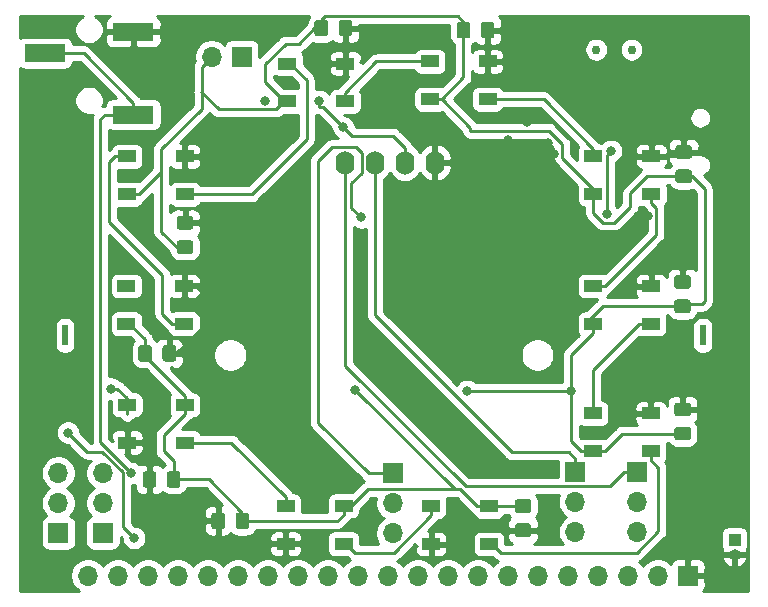
<source format=gbr>
G04 #@! TF.GenerationSoftware,KiCad,Pcbnew,5.1.5-52549c5~84~ubuntu16.04.1*
G04 #@! TF.CreationDate,2020-03-24T16:17:06-03:00*
G04 #@! TF.ProjectId,microbit_hat1_rd,6d696372-6f62-4697-945f-686174315f72,rev?*
G04 #@! TF.SameCoordinates,Original*
G04 #@! TF.FileFunction,Copper,L2,Bot*
G04 #@! TF.FilePolarity,Positive*
%FSLAX46Y46*%
G04 Gerber Fmt 4.6, Leading zero omitted, Abs format (unit mm)*
G04 Created by KiCad (PCBNEW 5.1.5-52549c5~84~ubuntu16.04.1) date 2020-03-24 16:17:06*
%MOMM*%
%LPD*%
G04 APERTURE LIST*
%ADD10R,3.500000X1.500000*%
%ADD11R,0.500000X1.800000*%
%ADD12R,1.500000X1.000000*%
%ADD13O,1.600000X2.000000*%
%ADD14O,1.700000X1.700000*%
%ADD15R,1.700000X1.700000*%
%ADD16C,0.750000*%
%ADD17O,1.000000X1.000000*%
%ADD18R,1.000000X1.000000*%
%ADD19C,0.100000*%
%ADD20C,0.800000*%
%ADD21C,0.250000*%
%ADD22C,0.254000*%
G04 APERTURE END LIST*
D10*
X156929780Y-87199840D03*
X149429780Y-81999840D03*
X156929780Y-80199840D03*
D11*
X205148240Y-105901160D03*
X151148240Y-105901160D03*
D12*
X161311760Y-111772900D03*
X161311760Y-114972900D03*
X156411760Y-111772900D03*
X156411760Y-114972900D03*
D13*
X179929020Y-91269240D03*
X182469020Y-91269240D03*
X177389020Y-91269240D03*
X174849020Y-91269240D03*
D14*
X153090880Y-126232920D03*
X155630880Y-126232920D03*
X158170880Y-126232920D03*
X160710880Y-126232920D03*
X163250880Y-126232920D03*
X165790880Y-126232920D03*
X168330880Y-126232920D03*
X170870880Y-126232920D03*
X173410880Y-126232920D03*
X175950880Y-126232920D03*
X178490880Y-126232920D03*
X181030880Y-126232920D03*
X183570880Y-126232920D03*
X186110880Y-126232920D03*
X188650880Y-126232920D03*
X191190880Y-126232920D03*
X193730880Y-126232920D03*
X196270880Y-126232920D03*
X198810880Y-126232920D03*
X201350880Y-126232920D03*
D15*
X203890880Y-126232920D03*
D16*
X199112000Y-81706720D03*
X196112000Y-81706720D03*
D14*
X199572880Y-122557540D03*
X199572880Y-120017540D03*
D15*
X199572880Y-117477540D03*
D14*
X194358260Y-122532140D03*
X194358260Y-119992140D03*
D15*
X194358260Y-117452140D03*
D14*
X178889660Y-122648980D03*
X178889660Y-120108980D03*
D15*
X178889660Y-117568980D03*
D14*
X150576280Y-117546120D03*
X150576280Y-120086120D03*
D15*
X150576280Y-122626120D03*
D14*
X154358340Y-117546120D03*
X154358340Y-120086120D03*
D15*
X154358340Y-122626120D03*
D17*
X207835500Y-124452380D03*
D18*
X207835500Y-123182380D03*
D12*
X156348260Y-104909420D03*
X156348260Y-101709420D03*
X161248260Y-104909420D03*
X161248260Y-101709420D03*
X156401600Y-93946780D03*
X156401600Y-90746780D03*
X161301600Y-93946780D03*
X161301600Y-90746780D03*
X169975360Y-86080400D03*
X169975360Y-82880400D03*
X174875360Y-86080400D03*
X174875360Y-82880400D03*
X182030200Y-85900060D03*
X182030200Y-82700060D03*
X186930200Y-85900060D03*
X186930200Y-82700060D03*
X195885900Y-93913760D03*
X195885900Y-90713760D03*
X200785900Y-93913760D03*
X200785900Y-90713760D03*
X195863040Y-104917040D03*
X195863040Y-101717040D03*
X200763040Y-104917040D03*
X200763040Y-101717040D03*
X195842720Y-115704420D03*
X195842720Y-112504420D03*
X200742720Y-115704420D03*
X200742720Y-112504420D03*
X187039420Y-120358100D03*
X187039420Y-123558100D03*
X182139420Y-120358100D03*
X182139420Y-123558100D03*
X174728040Y-120332700D03*
X174728040Y-123532700D03*
X169828040Y-120332700D03*
X169828040Y-123532700D03*
G04 #@! TA.AperFunction,SMDPad,CuDef*
D19*
G36*
X158275165Y-106715264D02*
G01*
X158299433Y-106718864D01*
X158323232Y-106724825D01*
X158346331Y-106733090D01*
X158368510Y-106743580D01*
X158389553Y-106756192D01*
X158409259Y-106770807D01*
X158427437Y-106787283D01*
X158443913Y-106805461D01*
X158458528Y-106825167D01*
X158471140Y-106846210D01*
X158481630Y-106868389D01*
X158489895Y-106891488D01*
X158495856Y-106915287D01*
X158499456Y-106939555D01*
X158500660Y-106964059D01*
X158500660Y-107864061D01*
X158499456Y-107888565D01*
X158495856Y-107912833D01*
X158489895Y-107936632D01*
X158481630Y-107959731D01*
X158471140Y-107981910D01*
X158458528Y-108002953D01*
X158443913Y-108022659D01*
X158427437Y-108040837D01*
X158409259Y-108057313D01*
X158389553Y-108071928D01*
X158368510Y-108084540D01*
X158346331Y-108095030D01*
X158323232Y-108103295D01*
X158299433Y-108109256D01*
X158275165Y-108112856D01*
X158250661Y-108114060D01*
X157600659Y-108114060D01*
X157576155Y-108112856D01*
X157551887Y-108109256D01*
X157528088Y-108103295D01*
X157504989Y-108095030D01*
X157482810Y-108084540D01*
X157461767Y-108071928D01*
X157442061Y-108057313D01*
X157423883Y-108040837D01*
X157407407Y-108022659D01*
X157392792Y-108002953D01*
X157380180Y-107981910D01*
X157369690Y-107959731D01*
X157361425Y-107936632D01*
X157355464Y-107912833D01*
X157351864Y-107888565D01*
X157350660Y-107864061D01*
X157350660Y-106964059D01*
X157351864Y-106939555D01*
X157355464Y-106915287D01*
X157361425Y-106891488D01*
X157369690Y-106868389D01*
X157380180Y-106846210D01*
X157392792Y-106825167D01*
X157407407Y-106805461D01*
X157423883Y-106787283D01*
X157442061Y-106770807D01*
X157461767Y-106756192D01*
X157482810Y-106743580D01*
X157504989Y-106733090D01*
X157528088Y-106724825D01*
X157551887Y-106718864D01*
X157576155Y-106715264D01*
X157600659Y-106714060D01*
X158250661Y-106714060D01*
X158275165Y-106715264D01*
G37*
G04 #@! TD.AperFunction*
G04 #@! TA.AperFunction,SMDPad,CuDef*
G36*
X160325165Y-106715264D02*
G01*
X160349433Y-106718864D01*
X160373232Y-106724825D01*
X160396331Y-106733090D01*
X160418510Y-106743580D01*
X160439553Y-106756192D01*
X160459259Y-106770807D01*
X160477437Y-106787283D01*
X160493913Y-106805461D01*
X160508528Y-106825167D01*
X160521140Y-106846210D01*
X160531630Y-106868389D01*
X160539895Y-106891488D01*
X160545856Y-106915287D01*
X160549456Y-106939555D01*
X160550660Y-106964059D01*
X160550660Y-107864061D01*
X160549456Y-107888565D01*
X160545856Y-107912833D01*
X160539895Y-107936632D01*
X160531630Y-107959731D01*
X160521140Y-107981910D01*
X160508528Y-108002953D01*
X160493913Y-108022659D01*
X160477437Y-108040837D01*
X160459259Y-108057313D01*
X160439553Y-108071928D01*
X160418510Y-108084540D01*
X160396331Y-108095030D01*
X160373232Y-108103295D01*
X160349433Y-108109256D01*
X160325165Y-108112856D01*
X160300661Y-108114060D01*
X159650659Y-108114060D01*
X159626155Y-108112856D01*
X159601887Y-108109256D01*
X159578088Y-108103295D01*
X159554989Y-108095030D01*
X159532810Y-108084540D01*
X159511767Y-108071928D01*
X159492061Y-108057313D01*
X159473883Y-108040837D01*
X159457407Y-108022659D01*
X159442792Y-108002953D01*
X159430180Y-107981910D01*
X159419690Y-107959731D01*
X159411425Y-107936632D01*
X159405464Y-107912833D01*
X159401864Y-107888565D01*
X159400660Y-107864061D01*
X159400660Y-106964059D01*
X159401864Y-106939555D01*
X159405464Y-106915287D01*
X159411425Y-106891488D01*
X159419690Y-106868389D01*
X159430180Y-106846210D01*
X159442792Y-106825167D01*
X159457407Y-106805461D01*
X159473883Y-106787283D01*
X159492061Y-106770807D01*
X159511767Y-106756192D01*
X159532810Y-106743580D01*
X159554989Y-106733090D01*
X159578088Y-106724825D01*
X159601887Y-106718864D01*
X159626155Y-106715264D01*
X159650659Y-106714060D01*
X160300661Y-106714060D01*
X160325165Y-106715264D01*
G37*
G04 #@! TD.AperFunction*
G04 #@! TA.AperFunction,SMDPad,CuDef*
G36*
X161782285Y-97838724D02*
G01*
X161806553Y-97842324D01*
X161830352Y-97848285D01*
X161853451Y-97856550D01*
X161875630Y-97867040D01*
X161896673Y-97879652D01*
X161916379Y-97894267D01*
X161934557Y-97910743D01*
X161951033Y-97928921D01*
X161965648Y-97948627D01*
X161978260Y-97969670D01*
X161988750Y-97991849D01*
X161997015Y-98014948D01*
X162002976Y-98038747D01*
X162006576Y-98063015D01*
X162007780Y-98087519D01*
X162007780Y-98737521D01*
X162006576Y-98762025D01*
X162002976Y-98786293D01*
X161997015Y-98810092D01*
X161988750Y-98833191D01*
X161978260Y-98855370D01*
X161965648Y-98876413D01*
X161951033Y-98896119D01*
X161934557Y-98914297D01*
X161916379Y-98930773D01*
X161896673Y-98945388D01*
X161875630Y-98958000D01*
X161853451Y-98968490D01*
X161830352Y-98976755D01*
X161806553Y-98982716D01*
X161782285Y-98986316D01*
X161757781Y-98987520D01*
X160857779Y-98987520D01*
X160833275Y-98986316D01*
X160809007Y-98982716D01*
X160785208Y-98976755D01*
X160762109Y-98968490D01*
X160739930Y-98958000D01*
X160718887Y-98945388D01*
X160699181Y-98930773D01*
X160681003Y-98914297D01*
X160664527Y-98896119D01*
X160649912Y-98876413D01*
X160637300Y-98855370D01*
X160626810Y-98833191D01*
X160618545Y-98810092D01*
X160612584Y-98786293D01*
X160608984Y-98762025D01*
X160607780Y-98737521D01*
X160607780Y-98087519D01*
X160608984Y-98063015D01*
X160612584Y-98038747D01*
X160618545Y-98014948D01*
X160626810Y-97991849D01*
X160637300Y-97969670D01*
X160649912Y-97948627D01*
X160664527Y-97928921D01*
X160681003Y-97910743D01*
X160699181Y-97894267D01*
X160718887Y-97879652D01*
X160739930Y-97867040D01*
X160762109Y-97856550D01*
X160785208Y-97848285D01*
X160809007Y-97842324D01*
X160833275Y-97838724D01*
X160857779Y-97837520D01*
X161757781Y-97837520D01*
X161782285Y-97838724D01*
G37*
G04 #@! TD.AperFunction*
G04 #@! TA.AperFunction,SMDPad,CuDef*
G36*
X161782285Y-95788724D02*
G01*
X161806553Y-95792324D01*
X161830352Y-95798285D01*
X161853451Y-95806550D01*
X161875630Y-95817040D01*
X161896673Y-95829652D01*
X161916379Y-95844267D01*
X161934557Y-95860743D01*
X161951033Y-95878921D01*
X161965648Y-95898627D01*
X161978260Y-95919670D01*
X161988750Y-95941849D01*
X161997015Y-95964948D01*
X162002976Y-95988747D01*
X162006576Y-96013015D01*
X162007780Y-96037519D01*
X162007780Y-96687521D01*
X162006576Y-96712025D01*
X162002976Y-96736293D01*
X161997015Y-96760092D01*
X161988750Y-96783191D01*
X161978260Y-96805370D01*
X161965648Y-96826413D01*
X161951033Y-96846119D01*
X161934557Y-96864297D01*
X161916379Y-96880773D01*
X161896673Y-96895388D01*
X161875630Y-96908000D01*
X161853451Y-96918490D01*
X161830352Y-96926755D01*
X161806553Y-96932716D01*
X161782285Y-96936316D01*
X161757781Y-96937520D01*
X160857779Y-96937520D01*
X160833275Y-96936316D01*
X160809007Y-96932716D01*
X160785208Y-96926755D01*
X160762109Y-96918490D01*
X160739930Y-96908000D01*
X160718887Y-96895388D01*
X160699181Y-96880773D01*
X160681003Y-96864297D01*
X160664527Y-96846119D01*
X160649912Y-96826413D01*
X160637300Y-96805370D01*
X160626810Y-96783191D01*
X160618545Y-96760092D01*
X160612584Y-96736293D01*
X160608984Y-96712025D01*
X160607780Y-96687521D01*
X160607780Y-96037519D01*
X160608984Y-96013015D01*
X160612584Y-95988747D01*
X160618545Y-95964948D01*
X160626810Y-95941849D01*
X160637300Y-95919670D01*
X160649912Y-95898627D01*
X160664527Y-95878921D01*
X160681003Y-95860743D01*
X160699181Y-95844267D01*
X160718887Y-95829652D01*
X160739930Y-95817040D01*
X160762109Y-95806550D01*
X160785208Y-95798285D01*
X160809007Y-95792324D01*
X160833275Y-95788724D01*
X160857779Y-95787520D01*
X161757781Y-95787520D01*
X161782285Y-95788724D01*
G37*
G04 #@! TD.AperFunction*
G04 #@! TA.AperFunction,SMDPad,CuDef*
G36*
X173192585Y-79176584D02*
G01*
X173216853Y-79180184D01*
X173240652Y-79186145D01*
X173263751Y-79194410D01*
X173285930Y-79204900D01*
X173306973Y-79217512D01*
X173326679Y-79232127D01*
X173344857Y-79248603D01*
X173361333Y-79266781D01*
X173375948Y-79286487D01*
X173388560Y-79307530D01*
X173399050Y-79329709D01*
X173407315Y-79352808D01*
X173413276Y-79376607D01*
X173416876Y-79400875D01*
X173418080Y-79425379D01*
X173418080Y-80325381D01*
X173416876Y-80349885D01*
X173413276Y-80374153D01*
X173407315Y-80397952D01*
X173399050Y-80421051D01*
X173388560Y-80443230D01*
X173375948Y-80464273D01*
X173361333Y-80483979D01*
X173344857Y-80502157D01*
X173326679Y-80518633D01*
X173306973Y-80533248D01*
X173285930Y-80545860D01*
X173263751Y-80556350D01*
X173240652Y-80564615D01*
X173216853Y-80570576D01*
X173192585Y-80574176D01*
X173168081Y-80575380D01*
X172518079Y-80575380D01*
X172493575Y-80574176D01*
X172469307Y-80570576D01*
X172445508Y-80564615D01*
X172422409Y-80556350D01*
X172400230Y-80545860D01*
X172379187Y-80533248D01*
X172359481Y-80518633D01*
X172341303Y-80502157D01*
X172324827Y-80483979D01*
X172310212Y-80464273D01*
X172297600Y-80443230D01*
X172287110Y-80421051D01*
X172278845Y-80397952D01*
X172272884Y-80374153D01*
X172269284Y-80349885D01*
X172268080Y-80325381D01*
X172268080Y-79425379D01*
X172269284Y-79400875D01*
X172272884Y-79376607D01*
X172278845Y-79352808D01*
X172287110Y-79329709D01*
X172297600Y-79307530D01*
X172310212Y-79286487D01*
X172324827Y-79266781D01*
X172341303Y-79248603D01*
X172359481Y-79232127D01*
X172379187Y-79217512D01*
X172400230Y-79204900D01*
X172422409Y-79194410D01*
X172445508Y-79186145D01*
X172469307Y-79180184D01*
X172493575Y-79176584D01*
X172518079Y-79175380D01*
X173168081Y-79175380D01*
X173192585Y-79176584D01*
G37*
G04 #@! TD.AperFunction*
G04 #@! TA.AperFunction,SMDPad,CuDef*
G36*
X175242585Y-79176584D02*
G01*
X175266853Y-79180184D01*
X175290652Y-79186145D01*
X175313751Y-79194410D01*
X175335930Y-79204900D01*
X175356973Y-79217512D01*
X175376679Y-79232127D01*
X175394857Y-79248603D01*
X175411333Y-79266781D01*
X175425948Y-79286487D01*
X175438560Y-79307530D01*
X175449050Y-79329709D01*
X175457315Y-79352808D01*
X175463276Y-79376607D01*
X175466876Y-79400875D01*
X175468080Y-79425379D01*
X175468080Y-80325381D01*
X175466876Y-80349885D01*
X175463276Y-80374153D01*
X175457315Y-80397952D01*
X175449050Y-80421051D01*
X175438560Y-80443230D01*
X175425948Y-80464273D01*
X175411333Y-80483979D01*
X175394857Y-80502157D01*
X175376679Y-80518633D01*
X175356973Y-80533248D01*
X175335930Y-80545860D01*
X175313751Y-80556350D01*
X175290652Y-80564615D01*
X175266853Y-80570576D01*
X175242585Y-80574176D01*
X175218081Y-80575380D01*
X174568079Y-80575380D01*
X174543575Y-80574176D01*
X174519307Y-80570576D01*
X174495508Y-80564615D01*
X174472409Y-80556350D01*
X174450230Y-80545860D01*
X174429187Y-80533248D01*
X174409481Y-80518633D01*
X174391303Y-80502157D01*
X174374827Y-80483979D01*
X174360212Y-80464273D01*
X174347600Y-80443230D01*
X174337110Y-80421051D01*
X174328845Y-80397952D01*
X174322884Y-80374153D01*
X174319284Y-80349885D01*
X174318080Y-80325381D01*
X174318080Y-79425379D01*
X174319284Y-79400875D01*
X174322884Y-79376607D01*
X174328845Y-79352808D01*
X174337110Y-79329709D01*
X174347600Y-79307530D01*
X174360212Y-79286487D01*
X174374827Y-79266781D01*
X174391303Y-79248603D01*
X174409481Y-79232127D01*
X174429187Y-79217512D01*
X174450230Y-79204900D01*
X174472409Y-79194410D01*
X174495508Y-79186145D01*
X174519307Y-79180184D01*
X174543575Y-79176584D01*
X174568079Y-79175380D01*
X175218081Y-79175380D01*
X175242585Y-79176584D01*
G37*
G04 #@! TD.AperFunction*
G04 #@! TA.AperFunction,SMDPad,CuDef*
G36*
X185231025Y-79351844D02*
G01*
X185255293Y-79355444D01*
X185279092Y-79361405D01*
X185302191Y-79369670D01*
X185324370Y-79380160D01*
X185345413Y-79392772D01*
X185365119Y-79407387D01*
X185383297Y-79423863D01*
X185399773Y-79442041D01*
X185414388Y-79461747D01*
X185427000Y-79482790D01*
X185437490Y-79504969D01*
X185445755Y-79528068D01*
X185451716Y-79551867D01*
X185455316Y-79576135D01*
X185456520Y-79600639D01*
X185456520Y-80500641D01*
X185455316Y-80525145D01*
X185451716Y-80549413D01*
X185445755Y-80573212D01*
X185437490Y-80596311D01*
X185427000Y-80618490D01*
X185414388Y-80639533D01*
X185399773Y-80659239D01*
X185383297Y-80677417D01*
X185365119Y-80693893D01*
X185345413Y-80708508D01*
X185324370Y-80721120D01*
X185302191Y-80731610D01*
X185279092Y-80739875D01*
X185255293Y-80745836D01*
X185231025Y-80749436D01*
X185206521Y-80750640D01*
X184556519Y-80750640D01*
X184532015Y-80749436D01*
X184507747Y-80745836D01*
X184483948Y-80739875D01*
X184460849Y-80731610D01*
X184438670Y-80721120D01*
X184417627Y-80708508D01*
X184397921Y-80693893D01*
X184379743Y-80677417D01*
X184363267Y-80659239D01*
X184348652Y-80639533D01*
X184336040Y-80618490D01*
X184325550Y-80596311D01*
X184317285Y-80573212D01*
X184311324Y-80549413D01*
X184307724Y-80525145D01*
X184306520Y-80500641D01*
X184306520Y-79600639D01*
X184307724Y-79576135D01*
X184311324Y-79551867D01*
X184317285Y-79528068D01*
X184325550Y-79504969D01*
X184336040Y-79482790D01*
X184348652Y-79461747D01*
X184363267Y-79442041D01*
X184379743Y-79423863D01*
X184397921Y-79407387D01*
X184417627Y-79392772D01*
X184438670Y-79380160D01*
X184460849Y-79369670D01*
X184483948Y-79361405D01*
X184507747Y-79355444D01*
X184532015Y-79351844D01*
X184556519Y-79350640D01*
X185206521Y-79350640D01*
X185231025Y-79351844D01*
G37*
G04 #@! TD.AperFunction*
G04 #@! TA.AperFunction,SMDPad,CuDef*
G36*
X187281025Y-79351844D02*
G01*
X187305293Y-79355444D01*
X187329092Y-79361405D01*
X187352191Y-79369670D01*
X187374370Y-79380160D01*
X187395413Y-79392772D01*
X187415119Y-79407387D01*
X187433297Y-79423863D01*
X187449773Y-79442041D01*
X187464388Y-79461747D01*
X187477000Y-79482790D01*
X187487490Y-79504969D01*
X187495755Y-79528068D01*
X187501716Y-79551867D01*
X187505316Y-79576135D01*
X187506520Y-79600639D01*
X187506520Y-80500641D01*
X187505316Y-80525145D01*
X187501716Y-80549413D01*
X187495755Y-80573212D01*
X187487490Y-80596311D01*
X187477000Y-80618490D01*
X187464388Y-80639533D01*
X187449773Y-80659239D01*
X187433297Y-80677417D01*
X187415119Y-80693893D01*
X187395413Y-80708508D01*
X187374370Y-80721120D01*
X187352191Y-80731610D01*
X187329092Y-80739875D01*
X187305293Y-80745836D01*
X187281025Y-80749436D01*
X187256521Y-80750640D01*
X186606519Y-80750640D01*
X186582015Y-80749436D01*
X186557747Y-80745836D01*
X186533948Y-80739875D01*
X186510849Y-80731610D01*
X186488670Y-80721120D01*
X186467627Y-80708508D01*
X186447921Y-80693893D01*
X186429743Y-80677417D01*
X186413267Y-80659239D01*
X186398652Y-80639533D01*
X186386040Y-80618490D01*
X186375550Y-80596311D01*
X186367285Y-80573212D01*
X186361324Y-80549413D01*
X186357724Y-80525145D01*
X186356520Y-80500641D01*
X186356520Y-79600639D01*
X186357724Y-79576135D01*
X186361324Y-79551867D01*
X186367285Y-79528068D01*
X186375550Y-79504969D01*
X186386040Y-79482790D01*
X186398652Y-79461747D01*
X186413267Y-79442041D01*
X186429743Y-79423863D01*
X186447921Y-79407387D01*
X186467627Y-79392772D01*
X186488670Y-79380160D01*
X186510849Y-79369670D01*
X186533948Y-79361405D01*
X186557747Y-79355444D01*
X186582015Y-79351844D01*
X186606519Y-79350640D01*
X187256521Y-79350640D01*
X187281025Y-79351844D01*
G37*
G04 #@! TD.AperFunction*
G04 #@! TA.AperFunction,SMDPad,CuDef*
G36*
X204007245Y-91848024D02*
G01*
X204031513Y-91851624D01*
X204055312Y-91857585D01*
X204078411Y-91865850D01*
X204100590Y-91876340D01*
X204121633Y-91888952D01*
X204141339Y-91903567D01*
X204159517Y-91920043D01*
X204175993Y-91938221D01*
X204190608Y-91957927D01*
X204203220Y-91978970D01*
X204213710Y-92001149D01*
X204221975Y-92024248D01*
X204227936Y-92048047D01*
X204231536Y-92072315D01*
X204232740Y-92096819D01*
X204232740Y-92746821D01*
X204231536Y-92771325D01*
X204227936Y-92795593D01*
X204221975Y-92819392D01*
X204213710Y-92842491D01*
X204203220Y-92864670D01*
X204190608Y-92885713D01*
X204175993Y-92905419D01*
X204159517Y-92923597D01*
X204141339Y-92940073D01*
X204121633Y-92954688D01*
X204100590Y-92967300D01*
X204078411Y-92977790D01*
X204055312Y-92986055D01*
X204031513Y-92992016D01*
X204007245Y-92995616D01*
X203982741Y-92996820D01*
X203082739Y-92996820D01*
X203058235Y-92995616D01*
X203033967Y-92992016D01*
X203010168Y-92986055D01*
X202987069Y-92977790D01*
X202964890Y-92967300D01*
X202943847Y-92954688D01*
X202924141Y-92940073D01*
X202905963Y-92923597D01*
X202889487Y-92905419D01*
X202874872Y-92885713D01*
X202862260Y-92864670D01*
X202851770Y-92842491D01*
X202843505Y-92819392D01*
X202837544Y-92795593D01*
X202833944Y-92771325D01*
X202832740Y-92746821D01*
X202832740Y-92096819D01*
X202833944Y-92072315D01*
X202837544Y-92048047D01*
X202843505Y-92024248D01*
X202851770Y-92001149D01*
X202862260Y-91978970D01*
X202874872Y-91957927D01*
X202889487Y-91938221D01*
X202905963Y-91920043D01*
X202924141Y-91903567D01*
X202943847Y-91888952D01*
X202964890Y-91876340D01*
X202987069Y-91865850D01*
X203010168Y-91857585D01*
X203033967Y-91851624D01*
X203058235Y-91848024D01*
X203082739Y-91846820D01*
X203982741Y-91846820D01*
X204007245Y-91848024D01*
G37*
G04 #@! TD.AperFunction*
G04 #@! TA.AperFunction,SMDPad,CuDef*
G36*
X204007245Y-89798024D02*
G01*
X204031513Y-89801624D01*
X204055312Y-89807585D01*
X204078411Y-89815850D01*
X204100590Y-89826340D01*
X204121633Y-89838952D01*
X204141339Y-89853567D01*
X204159517Y-89870043D01*
X204175993Y-89888221D01*
X204190608Y-89907927D01*
X204203220Y-89928970D01*
X204213710Y-89951149D01*
X204221975Y-89974248D01*
X204227936Y-89998047D01*
X204231536Y-90022315D01*
X204232740Y-90046819D01*
X204232740Y-90696821D01*
X204231536Y-90721325D01*
X204227936Y-90745593D01*
X204221975Y-90769392D01*
X204213710Y-90792491D01*
X204203220Y-90814670D01*
X204190608Y-90835713D01*
X204175993Y-90855419D01*
X204159517Y-90873597D01*
X204141339Y-90890073D01*
X204121633Y-90904688D01*
X204100590Y-90917300D01*
X204078411Y-90927790D01*
X204055312Y-90936055D01*
X204031513Y-90942016D01*
X204007245Y-90945616D01*
X203982741Y-90946820D01*
X203082739Y-90946820D01*
X203058235Y-90945616D01*
X203033967Y-90942016D01*
X203010168Y-90936055D01*
X202987069Y-90927790D01*
X202964890Y-90917300D01*
X202943847Y-90904688D01*
X202924141Y-90890073D01*
X202905963Y-90873597D01*
X202889487Y-90855419D01*
X202874872Y-90835713D01*
X202862260Y-90814670D01*
X202851770Y-90792491D01*
X202843505Y-90769392D01*
X202837544Y-90745593D01*
X202833944Y-90721325D01*
X202832740Y-90696821D01*
X202832740Y-90046819D01*
X202833944Y-90022315D01*
X202837544Y-89998047D01*
X202843505Y-89974248D01*
X202851770Y-89951149D01*
X202862260Y-89928970D01*
X202874872Y-89907927D01*
X202889487Y-89888221D01*
X202905963Y-89870043D01*
X202924141Y-89853567D01*
X202943847Y-89838952D01*
X202964890Y-89826340D01*
X202987069Y-89815850D01*
X203010168Y-89807585D01*
X203033967Y-89801624D01*
X203058235Y-89798024D01*
X203082739Y-89796820D01*
X203982741Y-89796820D01*
X204007245Y-89798024D01*
G37*
G04 #@! TD.AperFunction*
G04 #@! TA.AperFunction,SMDPad,CuDef*
G36*
X203898025Y-100802684D02*
G01*
X203922293Y-100806284D01*
X203946092Y-100812245D01*
X203969191Y-100820510D01*
X203991370Y-100831000D01*
X204012413Y-100843612D01*
X204032119Y-100858227D01*
X204050297Y-100874703D01*
X204066773Y-100892881D01*
X204081388Y-100912587D01*
X204094000Y-100933630D01*
X204104490Y-100955809D01*
X204112755Y-100978908D01*
X204118716Y-101002707D01*
X204122316Y-101026975D01*
X204123520Y-101051479D01*
X204123520Y-101701481D01*
X204122316Y-101725985D01*
X204118716Y-101750253D01*
X204112755Y-101774052D01*
X204104490Y-101797151D01*
X204094000Y-101819330D01*
X204081388Y-101840373D01*
X204066773Y-101860079D01*
X204050297Y-101878257D01*
X204032119Y-101894733D01*
X204012413Y-101909348D01*
X203991370Y-101921960D01*
X203969191Y-101932450D01*
X203946092Y-101940715D01*
X203922293Y-101946676D01*
X203898025Y-101950276D01*
X203873521Y-101951480D01*
X202973519Y-101951480D01*
X202949015Y-101950276D01*
X202924747Y-101946676D01*
X202900948Y-101940715D01*
X202877849Y-101932450D01*
X202855670Y-101921960D01*
X202834627Y-101909348D01*
X202814921Y-101894733D01*
X202796743Y-101878257D01*
X202780267Y-101860079D01*
X202765652Y-101840373D01*
X202753040Y-101819330D01*
X202742550Y-101797151D01*
X202734285Y-101774052D01*
X202728324Y-101750253D01*
X202724724Y-101725985D01*
X202723520Y-101701481D01*
X202723520Y-101051479D01*
X202724724Y-101026975D01*
X202728324Y-101002707D01*
X202734285Y-100978908D01*
X202742550Y-100955809D01*
X202753040Y-100933630D01*
X202765652Y-100912587D01*
X202780267Y-100892881D01*
X202796743Y-100874703D01*
X202814921Y-100858227D01*
X202834627Y-100843612D01*
X202855670Y-100831000D01*
X202877849Y-100820510D01*
X202900948Y-100812245D01*
X202924747Y-100806284D01*
X202949015Y-100802684D01*
X202973519Y-100801480D01*
X203873521Y-100801480D01*
X203898025Y-100802684D01*
G37*
G04 #@! TD.AperFunction*
G04 #@! TA.AperFunction,SMDPad,CuDef*
G36*
X203898025Y-102852684D02*
G01*
X203922293Y-102856284D01*
X203946092Y-102862245D01*
X203969191Y-102870510D01*
X203991370Y-102881000D01*
X204012413Y-102893612D01*
X204032119Y-102908227D01*
X204050297Y-102924703D01*
X204066773Y-102942881D01*
X204081388Y-102962587D01*
X204094000Y-102983630D01*
X204104490Y-103005809D01*
X204112755Y-103028908D01*
X204118716Y-103052707D01*
X204122316Y-103076975D01*
X204123520Y-103101479D01*
X204123520Y-103751481D01*
X204122316Y-103775985D01*
X204118716Y-103800253D01*
X204112755Y-103824052D01*
X204104490Y-103847151D01*
X204094000Y-103869330D01*
X204081388Y-103890373D01*
X204066773Y-103910079D01*
X204050297Y-103928257D01*
X204032119Y-103944733D01*
X204012413Y-103959348D01*
X203991370Y-103971960D01*
X203969191Y-103982450D01*
X203946092Y-103990715D01*
X203922293Y-103996676D01*
X203898025Y-104000276D01*
X203873521Y-104001480D01*
X202973519Y-104001480D01*
X202949015Y-104000276D01*
X202924747Y-103996676D01*
X202900948Y-103990715D01*
X202877849Y-103982450D01*
X202855670Y-103971960D01*
X202834627Y-103959348D01*
X202814921Y-103944733D01*
X202796743Y-103928257D01*
X202780267Y-103910079D01*
X202765652Y-103890373D01*
X202753040Y-103869330D01*
X202742550Y-103847151D01*
X202734285Y-103824052D01*
X202728324Y-103800253D01*
X202724724Y-103775985D01*
X202723520Y-103751481D01*
X202723520Y-103101479D01*
X202724724Y-103076975D01*
X202728324Y-103052707D01*
X202734285Y-103028908D01*
X202742550Y-103005809D01*
X202753040Y-102983630D01*
X202765652Y-102962587D01*
X202780267Y-102942881D01*
X202796743Y-102924703D01*
X202814921Y-102908227D01*
X202834627Y-102893612D01*
X202855670Y-102881000D01*
X202877849Y-102870510D01*
X202900948Y-102862245D01*
X202924747Y-102856284D01*
X202949015Y-102852684D01*
X202973519Y-102851480D01*
X203873521Y-102851480D01*
X203898025Y-102852684D01*
G37*
G04 #@! TD.AperFunction*
G04 #@! TA.AperFunction,SMDPad,CuDef*
G36*
X203918345Y-111589844D02*
G01*
X203942613Y-111593444D01*
X203966412Y-111599405D01*
X203989511Y-111607670D01*
X204011690Y-111618160D01*
X204032733Y-111630772D01*
X204052439Y-111645387D01*
X204070617Y-111661863D01*
X204087093Y-111680041D01*
X204101708Y-111699747D01*
X204114320Y-111720790D01*
X204124810Y-111742969D01*
X204133075Y-111766068D01*
X204139036Y-111789867D01*
X204142636Y-111814135D01*
X204143840Y-111838639D01*
X204143840Y-112488641D01*
X204142636Y-112513145D01*
X204139036Y-112537413D01*
X204133075Y-112561212D01*
X204124810Y-112584311D01*
X204114320Y-112606490D01*
X204101708Y-112627533D01*
X204087093Y-112647239D01*
X204070617Y-112665417D01*
X204052439Y-112681893D01*
X204032733Y-112696508D01*
X204011690Y-112709120D01*
X203989511Y-112719610D01*
X203966412Y-112727875D01*
X203942613Y-112733836D01*
X203918345Y-112737436D01*
X203893841Y-112738640D01*
X202993839Y-112738640D01*
X202969335Y-112737436D01*
X202945067Y-112733836D01*
X202921268Y-112727875D01*
X202898169Y-112719610D01*
X202875990Y-112709120D01*
X202854947Y-112696508D01*
X202835241Y-112681893D01*
X202817063Y-112665417D01*
X202800587Y-112647239D01*
X202785972Y-112627533D01*
X202773360Y-112606490D01*
X202762870Y-112584311D01*
X202754605Y-112561212D01*
X202748644Y-112537413D01*
X202745044Y-112513145D01*
X202743840Y-112488641D01*
X202743840Y-111838639D01*
X202745044Y-111814135D01*
X202748644Y-111789867D01*
X202754605Y-111766068D01*
X202762870Y-111742969D01*
X202773360Y-111720790D01*
X202785972Y-111699747D01*
X202800587Y-111680041D01*
X202817063Y-111661863D01*
X202835241Y-111645387D01*
X202854947Y-111630772D01*
X202875990Y-111618160D01*
X202898169Y-111607670D01*
X202921268Y-111599405D01*
X202945067Y-111593444D01*
X202969335Y-111589844D01*
X202993839Y-111588640D01*
X203893841Y-111588640D01*
X203918345Y-111589844D01*
G37*
G04 #@! TD.AperFunction*
G04 #@! TA.AperFunction,SMDPad,CuDef*
G36*
X203918345Y-113639844D02*
G01*
X203942613Y-113643444D01*
X203966412Y-113649405D01*
X203989511Y-113657670D01*
X204011690Y-113668160D01*
X204032733Y-113680772D01*
X204052439Y-113695387D01*
X204070617Y-113711863D01*
X204087093Y-113730041D01*
X204101708Y-113749747D01*
X204114320Y-113770790D01*
X204124810Y-113792969D01*
X204133075Y-113816068D01*
X204139036Y-113839867D01*
X204142636Y-113864135D01*
X204143840Y-113888639D01*
X204143840Y-114538641D01*
X204142636Y-114563145D01*
X204139036Y-114587413D01*
X204133075Y-114611212D01*
X204124810Y-114634311D01*
X204114320Y-114656490D01*
X204101708Y-114677533D01*
X204087093Y-114697239D01*
X204070617Y-114715417D01*
X204052439Y-114731893D01*
X204032733Y-114746508D01*
X204011690Y-114759120D01*
X203989511Y-114769610D01*
X203966412Y-114777875D01*
X203942613Y-114783836D01*
X203918345Y-114787436D01*
X203893841Y-114788640D01*
X202993839Y-114788640D01*
X202969335Y-114787436D01*
X202945067Y-114783836D01*
X202921268Y-114777875D01*
X202898169Y-114769610D01*
X202875990Y-114759120D01*
X202854947Y-114746508D01*
X202835241Y-114731893D01*
X202817063Y-114715417D01*
X202800587Y-114697239D01*
X202785972Y-114677533D01*
X202773360Y-114656490D01*
X202762870Y-114634311D01*
X202754605Y-114611212D01*
X202748644Y-114587413D01*
X202745044Y-114563145D01*
X202743840Y-114538641D01*
X202743840Y-113888639D01*
X202745044Y-113864135D01*
X202748644Y-113839867D01*
X202754605Y-113816068D01*
X202762870Y-113792969D01*
X202773360Y-113770790D01*
X202785972Y-113749747D01*
X202800587Y-113730041D01*
X202817063Y-113711863D01*
X202835241Y-113695387D01*
X202854947Y-113680772D01*
X202875990Y-113668160D01*
X202898169Y-113657670D01*
X202921268Y-113649405D01*
X202945067Y-113643444D01*
X202969335Y-113639844D01*
X202993839Y-113638640D01*
X203893841Y-113638640D01*
X203918345Y-113639844D01*
G37*
G04 #@! TD.AperFunction*
G04 #@! TA.AperFunction,SMDPad,CuDef*
G36*
X190405545Y-121816324D02*
G01*
X190429813Y-121819924D01*
X190453612Y-121825885D01*
X190476711Y-121834150D01*
X190498890Y-121844640D01*
X190519933Y-121857252D01*
X190539639Y-121871867D01*
X190557817Y-121888343D01*
X190574293Y-121906521D01*
X190588908Y-121926227D01*
X190601520Y-121947270D01*
X190612010Y-121969449D01*
X190620275Y-121992548D01*
X190626236Y-122016347D01*
X190629836Y-122040615D01*
X190631040Y-122065119D01*
X190631040Y-122715121D01*
X190629836Y-122739625D01*
X190626236Y-122763893D01*
X190620275Y-122787692D01*
X190612010Y-122810791D01*
X190601520Y-122832970D01*
X190588908Y-122854013D01*
X190574293Y-122873719D01*
X190557817Y-122891897D01*
X190539639Y-122908373D01*
X190519933Y-122922988D01*
X190498890Y-122935600D01*
X190476711Y-122946090D01*
X190453612Y-122954355D01*
X190429813Y-122960316D01*
X190405545Y-122963916D01*
X190381041Y-122965120D01*
X189481039Y-122965120D01*
X189456535Y-122963916D01*
X189432267Y-122960316D01*
X189408468Y-122954355D01*
X189385369Y-122946090D01*
X189363190Y-122935600D01*
X189342147Y-122922988D01*
X189322441Y-122908373D01*
X189304263Y-122891897D01*
X189287787Y-122873719D01*
X189273172Y-122854013D01*
X189260560Y-122832970D01*
X189250070Y-122810791D01*
X189241805Y-122787692D01*
X189235844Y-122763893D01*
X189232244Y-122739625D01*
X189231040Y-122715121D01*
X189231040Y-122065119D01*
X189232244Y-122040615D01*
X189235844Y-122016347D01*
X189241805Y-121992548D01*
X189250070Y-121969449D01*
X189260560Y-121947270D01*
X189273172Y-121926227D01*
X189287787Y-121906521D01*
X189304263Y-121888343D01*
X189322441Y-121871867D01*
X189342147Y-121857252D01*
X189363190Y-121844640D01*
X189385369Y-121834150D01*
X189408468Y-121825885D01*
X189432267Y-121819924D01*
X189456535Y-121816324D01*
X189481039Y-121815120D01*
X190381041Y-121815120D01*
X190405545Y-121816324D01*
G37*
G04 #@! TD.AperFunction*
G04 #@! TA.AperFunction,SMDPad,CuDef*
G36*
X190405545Y-119766324D02*
G01*
X190429813Y-119769924D01*
X190453612Y-119775885D01*
X190476711Y-119784150D01*
X190498890Y-119794640D01*
X190519933Y-119807252D01*
X190539639Y-119821867D01*
X190557817Y-119838343D01*
X190574293Y-119856521D01*
X190588908Y-119876227D01*
X190601520Y-119897270D01*
X190612010Y-119919449D01*
X190620275Y-119942548D01*
X190626236Y-119966347D01*
X190629836Y-119990615D01*
X190631040Y-120015119D01*
X190631040Y-120665121D01*
X190629836Y-120689625D01*
X190626236Y-120713893D01*
X190620275Y-120737692D01*
X190612010Y-120760791D01*
X190601520Y-120782970D01*
X190588908Y-120804013D01*
X190574293Y-120823719D01*
X190557817Y-120841897D01*
X190539639Y-120858373D01*
X190519933Y-120872988D01*
X190498890Y-120885600D01*
X190476711Y-120896090D01*
X190453612Y-120904355D01*
X190429813Y-120910316D01*
X190405545Y-120913916D01*
X190381041Y-120915120D01*
X189481039Y-120915120D01*
X189456535Y-120913916D01*
X189432267Y-120910316D01*
X189408468Y-120904355D01*
X189385369Y-120896090D01*
X189363190Y-120885600D01*
X189342147Y-120872988D01*
X189322441Y-120858373D01*
X189304263Y-120841897D01*
X189287787Y-120823719D01*
X189273172Y-120804013D01*
X189260560Y-120782970D01*
X189250070Y-120760791D01*
X189241805Y-120737692D01*
X189235844Y-120713893D01*
X189232244Y-120689625D01*
X189231040Y-120665121D01*
X189231040Y-120015119D01*
X189232244Y-119990615D01*
X189235844Y-119966347D01*
X189241805Y-119942548D01*
X189250070Y-119919449D01*
X189260560Y-119897270D01*
X189273172Y-119876227D01*
X189287787Y-119856521D01*
X189304263Y-119838343D01*
X189322441Y-119821867D01*
X189342147Y-119807252D01*
X189363190Y-119794640D01*
X189385369Y-119784150D01*
X189408468Y-119775885D01*
X189432267Y-119769924D01*
X189456535Y-119766324D01*
X189481039Y-119765120D01*
X190381041Y-119765120D01*
X190405545Y-119766324D01*
G37*
G04 #@! TD.AperFunction*
G04 #@! TA.AperFunction,SMDPad,CuDef*
G36*
X164458905Y-120893544D02*
G01*
X164483173Y-120897144D01*
X164506972Y-120903105D01*
X164530071Y-120911370D01*
X164552250Y-120921860D01*
X164573293Y-120934472D01*
X164592999Y-120949087D01*
X164611177Y-120965563D01*
X164627653Y-120983741D01*
X164642268Y-121003447D01*
X164654880Y-121024490D01*
X164665370Y-121046669D01*
X164673635Y-121069768D01*
X164679596Y-121093567D01*
X164683196Y-121117835D01*
X164684400Y-121142339D01*
X164684400Y-122042341D01*
X164683196Y-122066845D01*
X164679596Y-122091113D01*
X164673635Y-122114912D01*
X164665370Y-122138011D01*
X164654880Y-122160190D01*
X164642268Y-122181233D01*
X164627653Y-122200939D01*
X164611177Y-122219117D01*
X164592999Y-122235593D01*
X164573293Y-122250208D01*
X164552250Y-122262820D01*
X164530071Y-122273310D01*
X164506972Y-122281575D01*
X164483173Y-122287536D01*
X164458905Y-122291136D01*
X164434401Y-122292340D01*
X163784399Y-122292340D01*
X163759895Y-122291136D01*
X163735627Y-122287536D01*
X163711828Y-122281575D01*
X163688729Y-122273310D01*
X163666550Y-122262820D01*
X163645507Y-122250208D01*
X163625801Y-122235593D01*
X163607623Y-122219117D01*
X163591147Y-122200939D01*
X163576532Y-122181233D01*
X163563920Y-122160190D01*
X163553430Y-122138011D01*
X163545165Y-122114912D01*
X163539204Y-122091113D01*
X163535604Y-122066845D01*
X163534400Y-122042341D01*
X163534400Y-121142339D01*
X163535604Y-121117835D01*
X163539204Y-121093567D01*
X163545165Y-121069768D01*
X163553430Y-121046669D01*
X163563920Y-121024490D01*
X163576532Y-121003447D01*
X163591147Y-120983741D01*
X163607623Y-120965563D01*
X163625801Y-120949087D01*
X163645507Y-120934472D01*
X163666550Y-120921860D01*
X163688729Y-120911370D01*
X163711828Y-120903105D01*
X163735627Y-120897144D01*
X163759895Y-120893544D01*
X163784399Y-120892340D01*
X164434401Y-120892340D01*
X164458905Y-120893544D01*
G37*
G04 #@! TD.AperFunction*
G04 #@! TA.AperFunction,SMDPad,CuDef*
G36*
X166508905Y-120893544D02*
G01*
X166533173Y-120897144D01*
X166556972Y-120903105D01*
X166580071Y-120911370D01*
X166602250Y-120921860D01*
X166623293Y-120934472D01*
X166642999Y-120949087D01*
X166661177Y-120965563D01*
X166677653Y-120983741D01*
X166692268Y-121003447D01*
X166704880Y-121024490D01*
X166715370Y-121046669D01*
X166723635Y-121069768D01*
X166729596Y-121093567D01*
X166733196Y-121117835D01*
X166734400Y-121142339D01*
X166734400Y-122042341D01*
X166733196Y-122066845D01*
X166729596Y-122091113D01*
X166723635Y-122114912D01*
X166715370Y-122138011D01*
X166704880Y-122160190D01*
X166692268Y-122181233D01*
X166677653Y-122200939D01*
X166661177Y-122219117D01*
X166642999Y-122235593D01*
X166623293Y-122250208D01*
X166602250Y-122262820D01*
X166580071Y-122273310D01*
X166556972Y-122281575D01*
X166533173Y-122287536D01*
X166508905Y-122291136D01*
X166484401Y-122292340D01*
X165834399Y-122292340D01*
X165809895Y-122291136D01*
X165785627Y-122287536D01*
X165761828Y-122281575D01*
X165738729Y-122273310D01*
X165716550Y-122262820D01*
X165695507Y-122250208D01*
X165675801Y-122235593D01*
X165657623Y-122219117D01*
X165641147Y-122200939D01*
X165626532Y-122181233D01*
X165613920Y-122160190D01*
X165603430Y-122138011D01*
X165595165Y-122114912D01*
X165589204Y-122091113D01*
X165585604Y-122066845D01*
X165584400Y-122042341D01*
X165584400Y-121142339D01*
X165585604Y-121117835D01*
X165589204Y-121093567D01*
X165595165Y-121069768D01*
X165603430Y-121046669D01*
X165613920Y-121024490D01*
X165626532Y-121003447D01*
X165641147Y-120983741D01*
X165657623Y-120965563D01*
X165675801Y-120949087D01*
X165695507Y-120934472D01*
X165716550Y-120921860D01*
X165738729Y-120911370D01*
X165761828Y-120903105D01*
X165785627Y-120897144D01*
X165809895Y-120893544D01*
X165834399Y-120892340D01*
X166484401Y-120892340D01*
X166508905Y-120893544D01*
G37*
G04 #@! TD.AperFunction*
G04 #@! TA.AperFunction,SMDPad,CuDef*
G36*
X158649705Y-117393424D02*
G01*
X158673973Y-117397024D01*
X158697772Y-117402985D01*
X158720871Y-117411250D01*
X158743050Y-117421740D01*
X158764093Y-117434352D01*
X158783799Y-117448967D01*
X158801977Y-117465443D01*
X158818453Y-117483621D01*
X158833068Y-117503327D01*
X158845680Y-117524370D01*
X158856170Y-117546549D01*
X158864435Y-117569648D01*
X158870396Y-117593447D01*
X158873996Y-117617715D01*
X158875200Y-117642219D01*
X158875200Y-118542221D01*
X158873996Y-118566725D01*
X158870396Y-118590993D01*
X158864435Y-118614792D01*
X158856170Y-118637891D01*
X158845680Y-118660070D01*
X158833068Y-118681113D01*
X158818453Y-118700819D01*
X158801977Y-118718997D01*
X158783799Y-118735473D01*
X158764093Y-118750088D01*
X158743050Y-118762700D01*
X158720871Y-118773190D01*
X158697772Y-118781455D01*
X158673973Y-118787416D01*
X158649705Y-118791016D01*
X158625201Y-118792220D01*
X157975199Y-118792220D01*
X157950695Y-118791016D01*
X157926427Y-118787416D01*
X157902628Y-118781455D01*
X157879529Y-118773190D01*
X157857350Y-118762700D01*
X157836307Y-118750088D01*
X157816601Y-118735473D01*
X157798423Y-118718997D01*
X157781947Y-118700819D01*
X157767332Y-118681113D01*
X157754720Y-118660070D01*
X157744230Y-118637891D01*
X157735965Y-118614792D01*
X157730004Y-118590993D01*
X157726404Y-118566725D01*
X157725200Y-118542221D01*
X157725200Y-117642219D01*
X157726404Y-117617715D01*
X157730004Y-117593447D01*
X157735965Y-117569648D01*
X157744230Y-117546549D01*
X157754720Y-117524370D01*
X157767332Y-117503327D01*
X157781947Y-117483621D01*
X157798423Y-117465443D01*
X157816601Y-117448967D01*
X157836307Y-117434352D01*
X157857350Y-117421740D01*
X157879529Y-117411250D01*
X157902628Y-117402985D01*
X157926427Y-117397024D01*
X157950695Y-117393424D01*
X157975199Y-117392220D01*
X158625201Y-117392220D01*
X158649705Y-117393424D01*
G37*
G04 #@! TD.AperFunction*
G04 #@! TA.AperFunction,SMDPad,CuDef*
G36*
X160699705Y-117393424D02*
G01*
X160723973Y-117397024D01*
X160747772Y-117402985D01*
X160770871Y-117411250D01*
X160793050Y-117421740D01*
X160814093Y-117434352D01*
X160833799Y-117448967D01*
X160851977Y-117465443D01*
X160868453Y-117483621D01*
X160883068Y-117503327D01*
X160895680Y-117524370D01*
X160906170Y-117546549D01*
X160914435Y-117569648D01*
X160920396Y-117593447D01*
X160923996Y-117617715D01*
X160925200Y-117642219D01*
X160925200Y-118542221D01*
X160923996Y-118566725D01*
X160920396Y-118590993D01*
X160914435Y-118614792D01*
X160906170Y-118637891D01*
X160895680Y-118660070D01*
X160883068Y-118681113D01*
X160868453Y-118700819D01*
X160851977Y-118718997D01*
X160833799Y-118735473D01*
X160814093Y-118750088D01*
X160793050Y-118762700D01*
X160770871Y-118773190D01*
X160747772Y-118781455D01*
X160723973Y-118787416D01*
X160699705Y-118791016D01*
X160675201Y-118792220D01*
X160025199Y-118792220D01*
X160000695Y-118791016D01*
X159976427Y-118787416D01*
X159952628Y-118781455D01*
X159929529Y-118773190D01*
X159907350Y-118762700D01*
X159886307Y-118750088D01*
X159866601Y-118735473D01*
X159848423Y-118718997D01*
X159831947Y-118700819D01*
X159817332Y-118681113D01*
X159804720Y-118660070D01*
X159794230Y-118637891D01*
X159785965Y-118614792D01*
X159780004Y-118590993D01*
X159776404Y-118566725D01*
X159775200Y-118542221D01*
X159775200Y-117642219D01*
X159776404Y-117617715D01*
X159780004Y-117593447D01*
X159785965Y-117569648D01*
X159794230Y-117546549D01*
X159804720Y-117524370D01*
X159817332Y-117503327D01*
X159831947Y-117483621D01*
X159848423Y-117465443D01*
X159866601Y-117448967D01*
X159886307Y-117434352D01*
X159907350Y-117421740D01*
X159929529Y-117411250D01*
X159952628Y-117402985D01*
X159976427Y-117397024D01*
X160000695Y-117393424D01*
X160025199Y-117392220D01*
X160675201Y-117392220D01*
X160699705Y-117393424D01*
G37*
G04 #@! TD.AperFunction*
D15*
X166100000Y-82300000D03*
D14*
X163560000Y-82300000D03*
D20*
X175700000Y-110500000D03*
X176222660Y-95910400D03*
X174724765Y-88276995D03*
X172671740Y-86028260D03*
X203954380Y-124264420D03*
X203311760Y-116055140D03*
X158112460Y-104952800D03*
X156311600Y-107391200D03*
X156352240Y-106408220D03*
X156367480Y-103347520D03*
X157972760Y-109176820D03*
X156497020Y-95656400D03*
X180233320Y-85907880D03*
X182031640Y-84251800D03*
X182100220Y-87563960D03*
X198508620Y-92202000D03*
X197096380Y-88656160D03*
X201579480Y-84782660D03*
X204840840Y-85803740D03*
X203332080Y-86537800D03*
X203575920Y-94084140D03*
X190240920Y-87843360D03*
X188688980Y-89392760D03*
X185958480Y-95755460D03*
X187548520Y-94040960D03*
X182275480Y-95841820D03*
X178742340Y-100116640D03*
X189964060Y-99113340D03*
X187909200Y-97416620D03*
X200484740Y-95796100D03*
X207360520Y-96034860D03*
X207137000Y-83510120D03*
X203070460Y-80606900D03*
X203001880Y-82773520D03*
X195163440Y-79471520D03*
X191726820Y-82186780D03*
X188770260Y-81843880D03*
X192247520Y-117396260D03*
X192072260Y-89618820D03*
X192519300Y-90540840D03*
X203418440Y-110291880D03*
X200667620Y-110309660D03*
X197210680Y-110398560D03*
X200853040Y-106667300D03*
X200736200Y-100007420D03*
X203555600Y-99562920D03*
X198843900Y-101676200D03*
X183121300Y-79994760D03*
X170815000Y-79783940D03*
X172928280Y-82054700D03*
X169986960Y-87932260D03*
X168094660Y-86039960D03*
X170075860Y-84457540D03*
X163299140Y-98407220D03*
X161325560Y-100091240D03*
X171183300Y-110924340D03*
X163410900Y-111178340D03*
X164914580Y-103586280D03*
X193824860Y-104828340D03*
X205813660Y-126235460D03*
X149164040Y-111282480D03*
X151899620Y-99326700D03*
X149072600Y-91660980D03*
X170939460Y-103286560D03*
X171048680Y-95620840D03*
X165572440Y-89816940D03*
X185569860Y-104383840D03*
X191686180Y-122471180D03*
X187286900Y-117172740D03*
X202582780Y-117678200D03*
X202575160Y-119258080D03*
X202575160Y-120870980D03*
X182186580Y-111213900D03*
X179743100Y-111191040D03*
X176154080Y-102560120D03*
X178450240Y-107795060D03*
X176428400Y-107904280D03*
X156992320Y-82049620D03*
X160141920Y-80180180D03*
X149618700Y-84472780D03*
X203316840Y-105204260D03*
X157002480Y-123042680D03*
X151399240Y-114129820D03*
X155021280Y-110406180D03*
X197355460Y-90266520D03*
X197017640Y-95613220D03*
X156761180Y-117553740D03*
X193977260Y-110622740D03*
X185200000Y-110600000D03*
D21*
X176844960Y-117568980D02*
X178889660Y-117568980D01*
X172587920Y-91114848D02*
X172587920Y-113311940D01*
X173758538Y-89944230D02*
X172587920Y-91114848D01*
X175755590Y-89944230D02*
X173758538Y-89944230D01*
X176264010Y-90452650D02*
X175755590Y-89944230D01*
X176222660Y-95910400D02*
X175400000Y-95087740D01*
X175400000Y-95087740D02*
X175400000Y-93000000D01*
X172587920Y-113311940D02*
X176844960Y-117568980D01*
X175400000Y-93000000D02*
X176264010Y-92135990D01*
X176264010Y-92135990D02*
X176264010Y-90452650D01*
X162248260Y-101709420D02*
X163322000Y-102783160D01*
X161248260Y-101709420D02*
X162248260Y-101709420D01*
X163322000Y-104642720D02*
X160550660Y-107414060D01*
X163322000Y-102783160D02*
X163322000Y-104642720D01*
X174813440Y-120247300D02*
X174728040Y-120332700D01*
X187057400Y-120340120D02*
X187039420Y-120358100D01*
X189931040Y-120340120D02*
X187057400Y-120340120D01*
X202743840Y-114213640D02*
X203443840Y-114213640D01*
X198333500Y-114213640D02*
X202743840Y-114213640D01*
X196842720Y-115704420D02*
X198333500Y-114213640D01*
X195842720Y-115704420D02*
X196842720Y-115704420D01*
X203190800Y-90713760D02*
X203532740Y-90371820D01*
X200785900Y-90713760D02*
X203190800Y-90713760D01*
X193977260Y-111039375D02*
X193977260Y-111605060D01*
X193977260Y-107552820D02*
X193977260Y-110622740D01*
X195863040Y-105667040D02*
X193977260Y-107552820D01*
X195863040Y-104917040D02*
X195863040Y-105667040D01*
X193977260Y-112170745D02*
X193977260Y-111605060D01*
X193977260Y-114838960D02*
X193977260Y-112170745D01*
X194842720Y-115704420D02*
X193977260Y-114838960D01*
X195842720Y-115704420D02*
X194842720Y-115704420D01*
X186931520Y-82698740D02*
X186930200Y-82700060D01*
X186931520Y-80050640D02*
X186931520Y-82698740D01*
X174893080Y-82862680D02*
X174875360Y-82880400D01*
X174893080Y-79875380D02*
X174893080Y-82862680D01*
X160550660Y-107414060D02*
X159975660Y-107414060D01*
X179854010Y-89944230D02*
X179929020Y-90019240D01*
X172965250Y-86517480D02*
X174724765Y-88276995D01*
X172671740Y-86517480D02*
X172965250Y-86517480D01*
X179929020Y-90019240D02*
X179929020Y-91269240D01*
X178898680Y-88988900D02*
X179929020Y-90019240D01*
X175436670Y-88988900D02*
X178898680Y-88988900D01*
X174724765Y-88276995D02*
X175436670Y-88988900D01*
X174728040Y-121082700D02*
X174728040Y-120332700D01*
X174218400Y-121592340D02*
X174728040Y-121082700D01*
X166159400Y-121592340D02*
X174218400Y-121592340D01*
X172671740Y-86028260D02*
X172671740Y-86517480D01*
X186039420Y-120358100D02*
X184615299Y-118933979D01*
X187039420Y-120358100D02*
X186039420Y-120358100D01*
X203890880Y-116634260D02*
X203311760Y-116055140D01*
X203890880Y-123578620D02*
X203890880Y-116634260D01*
X177389020Y-104206540D02*
X188969701Y-115787221D01*
X177389020Y-91269240D02*
X177389020Y-104206540D01*
X194358260Y-116352140D02*
X194358260Y-117452140D01*
X193793341Y-115787221D02*
X194358260Y-116352140D01*
X188969701Y-115787221D02*
X193793341Y-115787221D01*
X174849020Y-108471200D02*
X174849020Y-91269240D01*
X197266380Y-118684040D02*
X185061860Y-118684040D01*
X199572880Y-117477540D02*
X198472880Y-117477540D01*
X198472880Y-117477540D02*
X197266380Y-118684040D01*
X185061860Y-118684040D02*
X174849020Y-108471200D01*
X156036179Y-122076379D02*
X156036179Y-117484957D01*
X156036179Y-117484957D02*
X154286322Y-115735100D01*
X157002480Y-123042680D02*
X156036179Y-122076379D01*
X153004520Y-115735100D02*
X151399240Y-114129820D01*
X154286322Y-115735100D02*
X153004520Y-115735100D01*
X169828040Y-119582700D02*
X169828040Y-120332700D01*
X161311760Y-114972900D02*
X162311760Y-114972900D01*
X162317040Y-114978180D02*
X165223520Y-114978180D01*
X162311760Y-114972900D02*
X162317040Y-114978180D01*
X165223520Y-114978180D02*
X169828040Y-119582700D01*
X156404140Y-111782360D02*
X156404140Y-112532360D01*
X155586965Y-110406180D02*
X156404140Y-111223355D01*
X156404140Y-111223355D02*
X156404140Y-111782360D01*
X155021280Y-110406180D02*
X155586965Y-110406180D01*
X182139420Y-121108100D02*
X182139420Y-120358100D01*
X182139420Y-121138222D02*
X182139420Y-121108100D01*
X178994942Y-124282700D02*
X182139420Y-121138222D01*
X175728040Y-124282700D02*
X178994942Y-124282700D01*
X174978040Y-123532700D02*
X175728040Y-124282700D01*
X174728040Y-123532700D02*
X174978040Y-123532700D01*
X187289420Y-123558100D02*
X187039420Y-123558100D01*
X188039420Y-124308100D02*
X187289420Y-123558100D01*
X199561322Y-124308100D02*
X188039420Y-124308100D01*
X200742720Y-116454420D02*
X201388980Y-117100680D01*
X200742720Y-115704420D02*
X200742720Y-116454420D01*
X201388980Y-117100680D02*
X201388980Y-122480442D01*
X201388980Y-122480442D02*
X199561322Y-124308100D01*
X199763040Y-104917040D02*
X200763040Y-104917040D01*
X195842720Y-108837360D02*
X199763040Y-104917040D01*
X195842720Y-112504420D02*
X195842720Y-108837360D01*
X200785900Y-94663760D02*
X200785900Y-93913760D01*
X201209741Y-95087601D02*
X200785900Y-94663760D01*
X201209741Y-97370339D02*
X201209741Y-95087601D01*
X196863040Y-101717040D02*
X201209741Y-97370339D01*
X195863040Y-101717040D02*
X196863040Y-101717040D01*
X187930200Y-85900060D02*
X186930200Y-85900060D01*
X191684178Y-85900060D02*
X187930200Y-85900060D01*
X195885900Y-90101782D02*
X191684178Y-85900060D01*
X195885900Y-90713760D02*
X195885900Y-90101782D01*
X174875360Y-85330400D02*
X174875360Y-86080400D01*
X177505700Y-82700060D02*
X174875360Y-85330400D01*
X182030200Y-82700060D02*
X177505700Y-82700060D01*
X170225360Y-82880400D02*
X171600000Y-84255040D01*
X169975360Y-82880400D02*
X170225360Y-82880400D01*
X171600000Y-84255040D02*
X171600000Y-89300000D01*
X166953220Y-93946780D02*
X161301600Y-93946780D01*
X171600000Y-89300000D02*
X166953220Y-93946780D01*
X155401600Y-90746780D02*
X154900000Y-91248380D01*
X156401600Y-90746780D02*
X155401600Y-90746780D01*
X154900000Y-91248380D02*
X154900000Y-96300000D01*
X154900000Y-96300000D02*
X159400000Y-100800000D01*
X159400000Y-104061160D02*
X160248260Y-104909420D01*
X160248260Y-104909420D02*
X161248260Y-104909420D01*
X159400000Y-100800000D02*
X159400000Y-104061160D01*
X197017640Y-90604340D02*
X197355460Y-90266520D01*
X197017640Y-95613220D02*
X197017640Y-90604340D01*
X154152800Y-114945360D02*
X156761180Y-117553740D01*
X154152800Y-87596200D02*
X154152800Y-114945360D01*
X154549160Y-87199840D02*
X156929780Y-87199840D01*
X154152800Y-87596200D02*
X154549160Y-87199840D01*
X156929780Y-86199840D02*
X156929780Y-87199840D01*
X152729780Y-81999840D02*
X156929780Y-86199840D01*
X149429780Y-81999840D02*
X152729780Y-81999840D01*
X162710001Y-83149999D02*
X162710001Y-85189999D01*
X163560000Y-82300000D02*
X162710001Y-83149999D01*
X164164961Y-86764961D02*
X162700000Y-85300000D01*
X169725360Y-86080400D02*
X169040799Y-86764961D01*
X169040799Y-86764961D02*
X164164961Y-86764961D01*
X162710001Y-85189999D02*
X162700000Y-85300000D01*
X172268080Y-79875380D02*
X170943460Y-81200000D01*
X172843080Y-79875380D02*
X172268080Y-79875380D01*
X169820758Y-81200000D02*
X168100000Y-82920758D01*
X170943460Y-81200000D02*
X169820758Y-81200000D01*
X169725360Y-86080400D02*
X169975360Y-86080400D01*
X168100000Y-84455040D02*
X169725360Y-86080400D01*
X168100000Y-82920758D02*
X168100000Y-84455040D01*
X172843080Y-79175380D02*
X172843080Y-79875380D01*
X173168090Y-78850370D02*
X172843080Y-79175380D01*
X184881520Y-79350640D02*
X184381250Y-78850370D01*
X184381250Y-78850370D02*
X173168090Y-78850370D01*
X184881520Y-80050640D02*
X184881520Y-79350640D01*
X184881520Y-84048740D02*
X183030200Y-85900060D01*
X184881520Y-80050640D02*
X184881520Y-84048740D01*
X192094803Y-88568361D02*
X185468361Y-88568361D01*
X195885900Y-93913760D02*
X195885900Y-93485900D01*
X195885900Y-93485900D02*
X193244301Y-90844301D01*
X193244301Y-89717859D02*
X192094803Y-88568361D01*
X193244301Y-90844301D02*
X193244301Y-89717859D01*
X185468361Y-88338221D02*
X183030200Y-85900060D01*
X183030200Y-85900060D02*
X182030200Y-85900060D01*
X185468361Y-88568361D02*
X185468361Y-88338221D01*
X196669639Y-96338221D02*
X197661779Y-96338221D01*
X195885900Y-95554482D02*
X196669639Y-96338221D01*
X195885900Y-93913760D02*
X195885900Y-95554482D01*
X197661779Y-96338221D02*
X199000000Y-95000000D01*
X202832740Y-92421820D02*
X203532740Y-92421820D01*
X199000000Y-93864658D02*
X200442838Y-92421820D01*
X200442838Y-92421820D02*
X202832740Y-92421820D01*
X199000000Y-95000000D02*
X199000000Y-93864658D01*
X204232740Y-92421820D02*
X205300000Y-93489080D01*
X203532740Y-92421820D02*
X204232740Y-92421820D01*
X205300000Y-93489080D02*
X205300000Y-103000000D01*
X203873530Y-103240080D02*
X203741725Y-103108275D01*
X205059920Y-103240080D02*
X203873530Y-103240080D01*
X205300000Y-103000000D02*
X205059920Y-103240080D01*
X196717190Y-103426480D02*
X195544835Y-104598835D01*
X203423520Y-103426480D02*
X196717190Y-103426480D01*
X193977260Y-110622740D02*
X193977260Y-111039375D01*
X193411575Y-110622740D02*
X193388835Y-110600000D01*
X193977260Y-110622740D02*
X193411575Y-110622740D01*
X193388835Y-110600000D02*
X185200000Y-110600000D01*
X185200000Y-110600000D02*
X185200000Y-110600000D01*
X184133979Y-118933979D02*
X184615299Y-118933979D01*
X175700000Y-110500000D02*
X184133979Y-118933979D01*
X176763171Y-118933979D02*
X175178050Y-120519100D01*
X184133979Y-118933979D02*
X176763171Y-118933979D01*
X157925660Y-106714060D02*
X157925660Y-107414060D01*
X157925660Y-106236820D02*
X157925660Y-106714060D01*
X156598260Y-104909420D02*
X157925660Y-106236820D01*
X156348260Y-104909420D02*
X156598260Y-104909420D01*
X161311760Y-111022900D02*
X157925660Y-107636800D01*
X157925660Y-107636800D02*
X157925660Y-107414060D01*
X161311760Y-111772900D02*
X161311760Y-111022900D01*
X161311760Y-112522900D02*
X159500000Y-114334660D01*
X161311760Y-111772900D02*
X161311760Y-112522900D01*
X159500000Y-114334660D02*
X159500000Y-115700000D01*
X160350200Y-116550200D02*
X160350200Y-118092220D01*
X159500000Y-115700000D02*
X160350200Y-116550200D01*
X163359280Y-118092220D02*
X160925200Y-118092220D01*
X166159400Y-120892340D02*
X163359280Y-118092220D01*
X160925200Y-118092220D02*
X160350200Y-118092220D01*
X166159400Y-121592340D02*
X166159400Y-120892340D01*
X157401600Y-93946780D02*
X159300000Y-92048380D01*
X156401600Y-93946780D02*
X157401600Y-93946780D01*
X159300000Y-92048380D02*
X159300000Y-90100000D01*
X162710001Y-86689999D02*
X162710001Y-85189999D01*
X159300000Y-90100000D02*
X162710001Y-86689999D01*
X160607780Y-98412520D02*
X159300000Y-97104740D01*
X159300000Y-97104740D02*
X159300000Y-92048380D01*
X161307780Y-98412520D02*
X160607780Y-98412520D01*
D22*
G36*
X155466906Y-85811768D02*
G01*
X155179780Y-85811768D01*
X155055298Y-85824028D01*
X154935600Y-85860338D01*
X154825286Y-85919303D01*
X154728595Y-85998655D01*
X154649243Y-86095346D01*
X154590278Y-86205660D01*
X154553968Y-86325358D01*
X154542995Y-86436771D01*
X154511835Y-86439840D01*
X154511827Y-86439840D01*
X154400174Y-86450837D01*
X154319602Y-86475278D01*
X154367320Y-86360076D01*
X154414780Y-86121477D01*
X154414780Y-85878203D01*
X154367320Y-85639604D01*
X154274223Y-85414848D01*
X154139067Y-85212573D01*
X153967047Y-85040553D01*
X153764772Y-84905397D01*
X153540016Y-84812300D01*
X153301417Y-84764840D01*
X153058143Y-84764840D01*
X152819544Y-84812300D01*
X152594788Y-84905397D01*
X152392513Y-85040553D01*
X152220493Y-85212573D01*
X152085337Y-85414848D01*
X151992240Y-85639604D01*
X151944780Y-85878203D01*
X151944780Y-86121477D01*
X151992240Y-86360076D01*
X152085337Y-86584832D01*
X152220493Y-86787107D01*
X152392513Y-86959127D01*
X152594788Y-87094283D01*
X152819544Y-87187380D01*
X153058143Y-87234840D01*
X153301417Y-87234840D01*
X153505942Y-87194158D01*
X153480372Y-87241995D01*
X153447254Y-87303954D01*
X153403797Y-87447215D01*
X153392800Y-87558868D01*
X153392800Y-87558878D01*
X153389124Y-87596200D01*
X153392800Y-87633522D01*
X153392801Y-114908027D01*
X153389124Y-114945360D01*
X153392053Y-114975100D01*
X153319322Y-114975100D01*
X152434240Y-114090019D01*
X152434240Y-114027881D01*
X152394466Y-113827922D01*
X152316445Y-113639564D01*
X152203177Y-113470046D01*
X152059014Y-113325883D01*
X151889496Y-113212615D01*
X151701138Y-113134594D01*
X151501179Y-113094820D01*
X151297301Y-113094820D01*
X151097342Y-113134594D01*
X150908984Y-113212615D01*
X150739466Y-113325883D01*
X150595303Y-113470046D01*
X150482035Y-113639564D01*
X150404014Y-113827922D01*
X150364240Y-114027881D01*
X150364240Y-114231759D01*
X150404014Y-114431718D01*
X150482035Y-114620076D01*
X150595303Y-114789594D01*
X150739466Y-114933757D01*
X150908984Y-115047025D01*
X151097342Y-115125046D01*
X151297301Y-115164820D01*
X151359439Y-115164820D01*
X152440720Y-116246102D01*
X152464519Y-116275101D01*
X152580244Y-116370074D01*
X152712273Y-116440646D01*
X152855534Y-116484103D01*
X152967187Y-116495100D01*
X152967195Y-116495100D01*
X153004520Y-116498776D01*
X153041845Y-116495100D01*
X153309253Y-116495100D01*
X153204865Y-116599488D01*
X153042350Y-116842709D01*
X152930408Y-117112962D01*
X152873340Y-117399860D01*
X152873340Y-117692380D01*
X152930408Y-117979278D01*
X153042350Y-118249531D01*
X153204865Y-118492752D01*
X153411708Y-118699595D01*
X153586100Y-118816120D01*
X153411708Y-118932645D01*
X153204865Y-119139488D01*
X153042350Y-119382709D01*
X152930408Y-119652962D01*
X152873340Y-119939860D01*
X152873340Y-120232380D01*
X152930408Y-120519278D01*
X153042350Y-120789531D01*
X153204865Y-121032752D01*
X153336720Y-121164607D01*
X153264160Y-121186618D01*
X153153846Y-121245583D01*
X153057155Y-121324935D01*
X152977803Y-121421626D01*
X152918838Y-121531940D01*
X152882528Y-121651638D01*
X152870268Y-121776120D01*
X152870268Y-123476120D01*
X152882528Y-123600602D01*
X152918838Y-123720300D01*
X152977803Y-123830614D01*
X153057155Y-123927305D01*
X153153846Y-124006657D01*
X153264160Y-124065622D01*
X153383858Y-124101932D01*
X153508340Y-124114192D01*
X155208340Y-124114192D01*
X155332822Y-124101932D01*
X155452520Y-124065622D01*
X155562834Y-124006657D01*
X155659525Y-123927305D01*
X155738877Y-123830614D01*
X155797842Y-123720300D01*
X155834152Y-123600602D01*
X155846412Y-123476120D01*
X155846412Y-122961413D01*
X155967480Y-123082481D01*
X155967480Y-123144619D01*
X156007254Y-123344578D01*
X156085275Y-123532936D01*
X156198543Y-123702454D01*
X156342706Y-123846617D01*
X156512224Y-123959885D01*
X156700582Y-124037906D01*
X156900541Y-124077680D01*
X157104419Y-124077680D01*
X157304378Y-124037906D01*
X157316946Y-124032700D01*
X168439968Y-124032700D01*
X168452228Y-124157182D01*
X168488538Y-124276880D01*
X168547503Y-124387194D01*
X168626855Y-124483885D01*
X168723546Y-124563237D01*
X168833860Y-124622202D01*
X168953558Y-124658512D01*
X169078040Y-124670772D01*
X169542290Y-124667700D01*
X169701040Y-124508950D01*
X169701040Y-123659700D01*
X169955040Y-123659700D01*
X169955040Y-124508950D01*
X170113790Y-124667700D01*
X170578040Y-124670772D01*
X170702522Y-124658512D01*
X170822220Y-124622202D01*
X170932534Y-124563237D01*
X171029225Y-124483885D01*
X171108577Y-124387194D01*
X171167542Y-124276880D01*
X171203852Y-124157182D01*
X171216112Y-124032700D01*
X171213040Y-123818450D01*
X171054290Y-123659700D01*
X169955040Y-123659700D01*
X169701040Y-123659700D01*
X168601790Y-123659700D01*
X168443040Y-123818450D01*
X168439968Y-124032700D01*
X157316946Y-124032700D01*
X157492736Y-123959885D01*
X157662254Y-123846617D01*
X157806417Y-123702454D01*
X157919685Y-123532936D01*
X157997706Y-123344578D01*
X158037480Y-123144619D01*
X158037480Y-123032700D01*
X168439968Y-123032700D01*
X168443040Y-123246950D01*
X168601790Y-123405700D01*
X169701040Y-123405700D01*
X169701040Y-122556450D01*
X169955040Y-122556450D01*
X169955040Y-123405700D01*
X171054290Y-123405700D01*
X171213040Y-123246950D01*
X171216112Y-123032700D01*
X171203852Y-122908218D01*
X171167542Y-122788520D01*
X171108577Y-122678206D01*
X171029225Y-122581515D01*
X170932534Y-122502163D01*
X170822220Y-122443198D01*
X170702522Y-122406888D01*
X170578040Y-122394628D01*
X170113790Y-122397700D01*
X169955040Y-122556450D01*
X169701040Y-122556450D01*
X169542290Y-122397700D01*
X169078040Y-122394628D01*
X168953558Y-122406888D01*
X168833860Y-122443198D01*
X168723546Y-122502163D01*
X168626855Y-122581515D01*
X168547503Y-122678206D01*
X168488538Y-122788520D01*
X168452228Y-122908218D01*
X168439968Y-123032700D01*
X158037480Y-123032700D01*
X158037480Y-122940741D01*
X157997706Y-122740782D01*
X157919685Y-122552424D01*
X157806417Y-122382906D01*
X157715851Y-122292340D01*
X162896328Y-122292340D01*
X162908588Y-122416822D01*
X162944898Y-122536520D01*
X163003863Y-122646834D01*
X163083215Y-122743525D01*
X163179906Y-122822877D01*
X163290220Y-122881842D01*
X163409918Y-122918152D01*
X163534400Y-122930412D01*
X163823650Y-122927340D01*
X163982400Y-122768590D01*
X163982400Y-121719340D01*
X163058150Y-121719340D01*
X162899400Y-121878090D01*
X162896328Y-122292340D01*
X157715851Y-122292340D01*
X157662254Y-122238743D01*
X157492736Y-122125475D01*
X157304378Y-122047454D01*
X157104419Y-122007680D01*
X157042281Y-122007680D01*
X156796179Y-121761578D01*
X156796179Y-120892340D01*
X162896328Y-120892340D01*
X162899400Y-121306590D01*
X163058150Y-121465340D01*
X163982400Y-121465340D01*
X163982400Y-120416090D01*
X163823650Y-120257340D01*
X163534400Y-120254268D01*
X163409918Y-120266528D01*
X163290220Y-120302838D01*
X163179906Y-120361803D01*
X163083215Y-120441155D01*
X163003863Y-120537846D01*
X162944898Y-120648160D01*
X162908588Y-120767858D01*
X162896328Y-120892340D01*
X156796179Y-120892340D01*
X156796179Y-118588740D01*
X156863119Y-118588740D01*
X157063078Y-118548966D01*
X157089012Y-118538224D01*
X157087128Y-118792220D01*
X157099388Y-118916702D01*
X157135698Y-119036400D01*
X157194663Y-119146714D01*
X157274015Y-119243405D01*
X157370706Y-119322757D01*
X157481020Y-119381722D01*
X157600718Y-119418032D01*
X157725200Y-119430292D01*
X158014450Y-119427220D01*
X158173200Y-119268470D01*
X158173200Y-118219220D01*
X158153200Y-118219220D01*
X158153200Y-117965220D01*
X158173200Y-117965220D01*
X158173200Y-116915970D01*
X158014450Y-116757220D01*
X157725200Y-116754148D01*
X157600718Y-116766408D01*
X157481020Y-116802718D01*
X157476360Y-116805209D01*
X157420954Y-116749803D01*
X157251436Y-116636535D01*
X157063078Y-116558514D01*
X156863119Y-116518740D01*
X156800982Y-116518740D01*
X156258076Y-115975834D01*
X156284760Y-115949150D01*
X156284760Y-115099900D01*
X156538760Y-115099900D01*
X156538760Y-115949150D01*
X156697510Y-116107900D01*
X157161760Y-116110972D01*
X157286242Y-116098712D01*
X157405940Y-116062402D01*
X157516254Y-116003437D01*
X157612945Y-115924085D01*
X157692297Y-115827394D01*
X157751262Y-115717080D01*
X157787572Y-115597382D01*
X157799832Y-115472900D01*
X157796760Y-115258650D01*
X157638010Y-115099900D01*
X156538760Y-115099900D01*
X156284760Y-115099900D01*
X156264760Y-115099900D01*
X156264760Y-114845900D01*
X156284760Y-114845900D01*
X156284760Y-113996650D01*
X156538760Y-113996650D01*
X156538760Y-114845900D01*
X157638010Y-114845900D01*
X157796760Y-114687150D01*
X157799832Y-114472900D01*
X157787572Y-114348418D01*
X157751262Y-114228720D01*
X157692297Y-114118406D01*
X157612945Y-114021715D01*
X157516254Y-113942363D01*
X157405940Y-113883398D01*
X157286242Y-113847088D01*
X157161760Y-113834828D01*
X156697510Y-113837900D01*
X156538760Y-113996650D01*
X156284760Y-113996650D01*
X156126010Y-113837900D01*
X155661760Y-113834828D01*
X155537278Y-113847088D01*
X155417580Y-113883398D01*
X155307266Y-113942363D01*
X155210575Y-114021715D01*
X155131223Y-114118406D01*
X155072258Y-114228720D01*
X155035948Y-114348418D01*
X155023688Y-114472900D01*
X155026760Y-114687150D01*
X155185508Y-114845898D01*
X155128139Y-114845898D01*
X154912800Y-114630559D01*
X154912800Y-111439879D01*
X154919341Y-111441180D01*
X155023688Y-111441180D01*
X155023688Y-112272900D01*
X155035948Y-112397382D01*
X155072258Y-112517080D01*
X155131223Y-112627394D01*
X155210575Y-112724085D01*
X155307266Y-112803437D01*
X155417580Y-112862402D01*
X155537278Y-112898712D01*
X155661760Y-112910972D01*
X155744759Y-112910972D01*
X155769167Y-112956636D01*
X155864140Y-113072361D01*
X155979865Y-113167334D01*
X156111894Y-113237906D01*
X156255155Y-113281363D01*
X156404140Y-113296037D01*
X156553126Y-113281363D01*
X156696387Y-113237906D01*
X156828416Y-113167334D01*
X156944141Y-113072361D01*
X157039114Y-112956636D01*
X157063522Y-112910972D01*
X157161760Y-112910972D01*
X157286242Y-112898712D01*
X157405940Y-112862402D01*
X157516254Y-112803437D01*
X157612945Y-112724085D01*
X157692297Y-112627394D01*
X157751262Y-112517080D01*
X157787572Y-112397382D01*
X157799832Y-112272900D01*
X157799832Y-111272900D01*
X157787572Y-111148418D01*
X157751262Y-111028720D01*
X157692297Y-110918406D01*
X157612945Y-110821715D01*
X157516254Y-110742363D01*
X157405940Y-110683398D01*
X157286242Y-110647088D01*
X157161760Y-110634828D01*
X156890415Y-110634828D01*
X156150768Y-109895182D01*
X156126966Y-109866179D01*
X156011241Y-109771206D01*
X155879212Y-109700634D01*
X155736004Y-109657193D01*
X155681054Y-109602243D01*
X155511536Y-109488975D01*
X155323178Y-109410954D01*
X155123219Y-109371180D01*
X154919341Y-109371180D01*
X154912800Y-109372481D01*
X154912800Y-101209420D01*
X154960188Y-101209420D01*
X154960188Y-102209420D01*
X154972448Y-102333902D01*
X155008758Y-102453600D01*
X155067723Y-102563914D01*
X155147075Y-102660605D01*
X155243766Y-102739957D01*
X155354080Y-102798922D01*
X155473778Y-102835232D01*
X155598260Y-102847492D01*
X157098260Y-102847492D01*
X157222742Y-102835232D01*
X157342440Y-102798922D01*
X157452754Y-102739957D01*
X157549445Y-102660605D01*
X157628797Y-102563914D01*
X157687762Y-102453600D01*
X157724072Y-102333902D01*
X157736332Y-102209420D01*
X157736332Y-101209420D01*
X157724072Y-101084938D01*
X157687762Y-100965240D01*
X157628797Y-100854926D01*
X157549445Y-100758235D01*
X157452754Y-100678883D01*
X157342440Y-100619918D01*
X157222742Y-100583608D01*
X157098260Y-100571348D01*
X155598260Y-100571348D01*
X155473778Y-100583608D01*
X155354080Y-100619918D01*
X155243766Y-100678883D01*
X155147075Y-100758235D01*
X155067723Y-100854926D01*
X155008758Y-100965240D01*
X154972448Y-101084938D01*
X154960188Y-101209420D01*
X154912800Y-101209420D01*
X154912800Y-97387601D01*
X158640000Y-101114802D01*
X158640001Y-104023828D01*
X158636324Y-104061160D01*
X158640001Y-104098493D01*
X158645768Y-104157040D01*
X158650998Y-104210145D01*
X158694454Y-104353406D01*
X158765026Y-104485436D01*
X158836029Y-104571952D01*
X158860000Y-104601161D01*
X158888998Y-104624959D01*
X159684460Y-105420422D01*
X159708259Y-105449421D01*
X159823984Y-105544394D01*
X159885626Y-105577343D01*
X159908758Y-105653600D01*
X159967723Y-105763914D01*
X160047075Y-105860605D01*
X160143766Y-105939957D01*
X160254080Y-105998922D01*
X160373778Y-106035232D01*
X160498260Y-106047492D01*
X161998260Y-106047492D01*
X162122742Y-106035232D01*
X162242440Y-105998922D01*
X162352754Y-105939957D01*
X162449445Y-105860605D01*
X162528797Y-105763914D01*
X162587762Y-105653600D01*
X162624072Y-105533902D01*
X162636332Y-105409420D01*
X162636332Y-104409420D01*
X162624072Y-104284938D01*
X162587762Y-104165240D01*
X162528797Y-104054926D01*
X162449445Y-103958235D01*
X162352754Y-103878883D01*
X162242440Y-103819918D01*
X162122742Y-103783608D01*
X161998260Y-103771348D01*
X160498260Y-103771348D01*
X160373778Y-103783608D01*
X160254080Y-103819918D01*
X160240707Y-103827066D01*
X160160000Y-103746359D01*
X160160000Y-102748634D01*
X160254080Y-102798922D01*
X160373778Y-102835232D01*
X160498260Y-102847492D01*
X160962510Y-102844420D01*
X161121260Y-102685670D01*
X161121260Y-101836420D01*
X161375260Y-101836420D01*
X161375260Y-102685670D01*
X161534010Y-102844420D01*
X161998260Y-102847492D01*
X162122742Y-102835232D01*
X162242440Y-102798922D01*
X162352754Y-102739957D01*
X162449445Y-102660605D01*
X162528797Y-102563914D01*
X162587762Y-102453600D01*
X162624072Y-102333902D01*
X162636332Y-102209420D01*
X162633260Y-101995170D01*
X162474510Y-101836420D01*
X161375260Y-101836420D01*
X161121260Y-101836420D01*
X161101260Y-101836420D01*
X161101260Y-101582420D01*
X161121260Y-101582420D01*
X161121260Y-100733170D01*
X161375260Y-100733170D01*
X161375260Y-101582420D01*
X162474510Y-101582420D01*
X162633260Y-101423670D01*
X162636332Y-101209420D01*
X162624072Y-101084938D01*
X162587762Y-100965240D01*
X162528797Y-100854926D01*
X162449445Y-100758235D01*
X162352754Y-100678883D01*
X162242440Y-100619918D01*
X162122742Y-100583608D01*
X161998260Y-100571348D01*
X161534010Y-100574420D01*
X161375260Y-100733170D01*
X161121260Y-100733170D01*
X160962510Y-100574420D01*
X160498260Y-100571348D01*
X160373778Y-100583608D01*
X160254080Y-100619918D01*
X160151349Y-100674830D01*
X160149003Y-100651014D01*
X160105546Y-100507753D01*
X160034975Y-100375725D01*
X160034974Y-100375723D01*
X159963799Y-100288997D01*
X159940001Y-100259999D01*
X159911004Y-100236202D01*
X155660000Y-95985199D01*
X155660000Y-95084852D01*
X157151600Y-95084852D01*
X157276082Y-95072592D01*
X157395780Y-95036282D01*
X157506094Y-94977317D01*
X157602785Y-94897965D01*
X157682137Y-94801274D01*
X157741102Y-94690960D01*
X157764234Y-94614703D01*
X157825876Y-94581754D01*
X157941601Y-94486781D01*
X157965404Y-94457777D01*
X158540001Y-93883181D01*
X158540000Y-97067417D01*
X158536324Y-97104740D01*
X158540000Y-97142062D01*
X158540000Y-97142072D01*
X158550997Y-97253725D01*
X158562612Y-97292014D01*
X158594454Y-97396986D01*
X158665026Y-97529016D01*
X158693189Y-97563332D01*
X158759999Y-97644741D01*
X158789003Y-97668544D01*
X159981915Y-98861456D01*
X159986772Y-98910775D01*
X160037308Y-99077371D01*
X160119375Y-99230907D01*
X160229818Y-99365482D01*
X160364393Y-99475925D01*
X160517929Y-99557992D01*
X160684525Y-99608528D01*
X160857779Y-99625592D01*
X161757781Y-99625592D01*
X161931035Y-99608528D01*
X162097631Y-99557992D01*
X162251167Y-99475925D01*
X162385742Y-99365482D01*
X162496185Y-99230907D01*
X162578252Y-99077371D01*
X162628788Y-98910775D01*
X162645852Y-98737521D01*
X162645852Y-98087519D01*
X162628788Y-97914265D01*
X162578252Y-97747669D01*
X162496185Y-97594133D01*
X162385742Y-97459558D01*
X162379186Y-97454178D01*
X162458965Y-97388705D01*
X162538317Y-97292014D01*
X162597282Y-97181700D01*
X162633592Y-97062002D01*
X162645852Y-96937520D01*
X162642780Y-96648270D01*
X162484030Y-96489520D01*
X161434780Y-96489520D01*
X161434780Y-96509520D01*
X161180780Y-96509520D01*
X161180780Y-96489520D01*
X161160780Y-96489520D01*
X161160780Y-96235520D01*
X161180780Y-96235520D01*
X161180780Y-95311270D01*
X161434780Y-95311270D01*
X161434780Y-96235520D01*
X162484030Y-96235520D01*
X162642780Y-96076770D01*
X162645852Y-95787520D01*
X162633592Y-95663038D01*
X162597282Y-95543340D01*
X162538317Y-95433026D01*
X162458965Y-95336335D01*
X162362274Y-95256983D01*
X162251960Y-95198018D01*
X162132262Y-95161708D01*
X162007780Y-95149448D01*
X161593530Y-95152520D01*
X161434780Y-95311270D01*
X161180780Y-95311270D01*
X161022030Y-95152520D01*
X160607780Y-95149448D01*
X160483298Y-95161708D01*
X160363600Y-95198018D01*
X160253286Y-95256983D01*
X160156595Y-95336335D01*
X160077243Y-95433026D01*
X160060000Y-95465285D01*
X160060000Y-94848719D01*
X160100415Y-94897965D01*
X160197106Y-94977317D01*
X160307420Y-95036282D01*
X160427118Y-95072592D01*
X160551600Y-95084852D01*
X162051600Y-95084852D01*
X162176082Y-95072592D01*
X162295780Y-95036282D01*
X162406094Y-94977317D01*
X162502785Y-94897965D01*
X162582137Y-94801274D01*
X162632646Y-94706780D01*
X166915898Y-94706780D01*
X166953220Y-94710456D01*
X166990542Y-94706780D01*
X166990553Y-94706780D01*
X167102206Y-94695783D01*
X167245467Y-94652326D01*
X167377496Y-94581754D01*
X167493221Y-94486781D01*
X167517024Y-94457777D01*
X172111003Y-89863799D01*
X172140001Y-89840001D01*
X172234974Y-89724276D01*
X172305546Y-89592247D01*
X172349003Y-89448986D01*
X172360000Y-89337333D01*
X172360000Y-89337324D01*
X172363676Y-89300001D01*
X172360000Y-89262678D01*
X172360000Y-87212607D01*
X172379493Y-87223026D01*
X172522754Y-87266483D01*
X172634407Y-87277480D01*
X172652201Y-87279233D01*
X173689765Y-88316797D01*
X173689765Y-88378934D01*
X173729539Y-88578893D01*
X173807560Y-88767251D01*
X173920828Y-88936769D01*
X174064991Y-89080932D01*
X174219588Y-89184230D01*
X173795861Y-89184230D01*
X173758538Y-89180554D01*
X173721215Y-89184230D01*
X173721205Y-89184230D01*
X173609552Y-89195227D01*
X173466291Y-89238684D01*
X173334262Y-89309256D01*
X173218537Y-89404229D01*
X173194739Y-89433227D01*
X172076923Y-90551044D01*
X172047919Y-90574847D01*
X172016275Y-90613406D01*
X171952946Y-90690572D01*
X171923909Y-90744896D01*
X171882374Y-90822602D01*
X171838917Y-90965863D01*
X171827920Y-91077516D01*
X171827920Y-91077526D01*
X171824244Y-91114848D01*
X171827920Y-91152170D01*
X171827921Y-113274607D01*
X171824244Y-113311940D01*
X171827921Y-113349273D01*
X171838918Y-113460926D01*
X171844907Y-113480670D01*
X171882374Y-113604186D01*
X171952946Y-113736216D01*
X172024121Y-113822942D01*
X172047920Y-113851941D01*
X172076918Y-113875739D01*
X176281161Y-118079983D01*
X176304959Y-118108981D01*
X176420684Y-118203954D01*
X176468702Y-118229621D01*
X176338895Y-118299005D01*
X176223170Y-118393978D01*
X176199373Y-118422975D01*
X175427721Y-119194628D01*
X173978040Y-119194628D01*
X173853558Y-119206888D01*
X173733860Y-119243198D01*
X173623546Y-119302163D01*
X173526855Y-119381515D01*
X173447503Y-119478206D01*
X173388538Y-119588520D01*
X173352228Y-119708218D01*
X173339968Y-119832700D01*
X173339968Y-120832340D01*
X171216112Y-120832340D01*
X171216112Y-119832700D01*
X171203852Y-119708218D01*
X171167542Y-119588520D01*
X171108577Y-119478206D01*
X171029225Y-119381515D01*
X170932534Y-119302163D01*
X170822220Y-119243198D01*
X170702522Y-119206888D01*
X170578040Y-119194628D01*
X170482366Y-119194628D01*
X170463014Y-119158424D01*
X170368041Y-119042699D01*
X170339044Y-119018902D01*
X165787324Y-114467183D01*
X165763521Y-114438179D01*
X165647796Y-114343206D01*
X165515767Y-114272634D01*
X165372506Y-114229177D01*
X165260853Y-114218180D01*
X165260842Y-114218180D01*
X165223520Y-114214504D01*
X165186198Y-114218180D01*
X162645628Y-114218180D01*
X162592297Y-114118406D01*
X162512945Y-114021715D01*
X162416254Y-113942363D01*
X162305940Y-113883398D01*
X162186242Y-113847088D01*
X162061760Y-113834828D01*
X161074634Y-113834828D01*
X161822763Y-113086699D01*
X161851761Y-113062901D01*
X161946734Y-112947176D01*
X161966086Y-112910972D01*
X162061760Y-112910972D01*
X162186242Y-112898712D01*
X162305940Y-112862402D01*
X162416254Y-112803437D01*
X162512945Y-112724085D01*
X162592297Y-112627394D01*
X162651262Y-112517080D01*
X162687572Y-112397382D01*
X162699832Y-112272900D01*
X162699832Y-111272900D01*
X162687572Y-111148418D01*
X162651262Y-111028720D01*
X162592297Y-110918406D01*
X162512945Y-110821715D01*
X162416254Y-110742363D01*
X162305940Y-110683398D01*
X162186242Y-110647088D01*
X162061760Y-110634828D01*
X161966086Y-110634828D01*
X161946734Y-110598624D01*
X161875559Y-110511897D01*
X161851761Y-110482899D01*
X161822763Y-110459101D01*
X160102662Y-108739001D01*
X160102662Y-108590312D01*
X160261410Y-108749060D01*
X160550660Y-108752132D01*
X160675142Y-108739872D01*
X160794840Y-108703562D01*
X160905154Y-108644597D01*
X161001845Y-108565245D01*
X161081197Y-108468554D01*
X161140162Y-108358240D01*
X161176472Y-108238542D01*
X161188732Y-108114060D01*
X161185660Y-107699810D01*
X161026910Y-107541060D01*
X160102660Y-107541060D01*
X160102660Y-107561060D01*
X159848660Y-107561060D01*
X159848660Y-107541060D01*
X159828660Y-107541060D01*
X159828660Y-107419825D01*
X163713240Y-107419825D01*
X163713240Y-107702495D01*
X163768387Y-107979734D01*
X163876560Y-108240887D01*
X164033603Y-108475919D01*
X164233481Y-108675797D01*
X164468513Y-108832840D01*
X164729666Y-108941013D01*
X165006905Y-108996160D01*
X165289575Y-108996160D01*
X165566814Y-108941013D01*
X165827967Y-108832840D01*
X166062999Y-108675797D01*
X166262877Y-108475919D01*
X166419920Y-108240887D01*
X166528093Y-107979734D01*
X166583240Y-107702495D01*
X166583240Y-107419825D01*
X166528093Y-107142586D01*
X166419920Y-106881433D01*
X166262877Y-106646401D01*
X166062999Y-106446523D01*
X165827967Y-106289480D01*
X165566814Y-106181307D01*
X165289575Y-106126160D01*
X165006905Y-106126160D01*
X164729666Y-106181307D01*
X164468513Y-106289480D01*
X164233481Y-106446523D01*
X164033603Y-106646401D01*
X163876560Y-106881433D01*
X163768387Y-107142586D01*
X163713240Y-107419825D01*
X159828660Y-107419825D01*
X159828660Y-107287060D01*
X159848660Y-107287060D01*
X159848660Y-106237810D01*
X160102660Y-106237810D01*
X160102660Y-107287060D01*
X161026910Y-107287060D01*
X161185660Y-107128310D01*
X161188732Y-106714060D01*
X161176472Y-106589578D01*
X161140162Y-106469880D01*
X161081197Y-106359566D01*
X161001845Y-106262875D01*
X160905154Y-106183523D01*
X160794840Y-106124558D01*
X160675142Y-106088248D01*
X160550660Y-106075988D01*
X160261410Y-106079060D01*
X160102660Y-106237810D01*
X159848660Y-106237810D01*
X159689910Y-106079060D01*
X159400660Y-106075988D01*
X159276178Y-106088248D01*
X159156480Y-106124558D01*
X159046166Y-106183523D01*
X158949475Y-106262875D01*
X158884002Y-106342654D01*
X158878622Y-106336098D01*
X158744047Y-106225655D01*
X158685136Y-106194166D01*
X158674663Y-106087834D01*
X158631206Y-105944573D01*
X158586324Y-105860605D01*
X158560634Y-105812543D01*
X158489459Y-105725817D01*
X158465661Y-105696819D01*
X158436664Y-105673022D01*
X157736332Y-104972691D01*
X157736332Y-104409420D01*
X157724072Y-104284938D01*
X157687762Y-104165240D01*
X157628797Y-104054926D01*
X157549445Y-103958235D01*
X157452754Y-103878883D01*
X157342440Y-103819918D01*
X157222742Y-103783608D01*
X157098260Y-103771348D01*
X155598260Y-103771348D01*
X155473778Y-103783608D01*
X155354080Y-103819918D01*
X155243766Y-103878883D01*
X155147075Y-103958235D01*
X155067723Y-104054926D01*
X155008758Y-104165240D01*
X154972448Y-104284938D01*
X154960188Y-104409420D01*
X154960188Y-105409420D01*
X154972448Y-105533902D01*
X155008758Y-105653600D01*
X155067723Y-105763914D01*
X155147075Y-105860605D01*
X155243766Y-105939957D01*
X155354080Y-105998922D01*
X155473778Y-106035232D01*
X155598260Y-106047492D01*
X156661531Y-106047492D01*
X156962528Y-106348490D01*
X156862255Y-106470673D01*
X156780188Y-106624209D01*
X156729652Y-106790805D01*
X156712588Y-106964059D01*
X156712588Y-107864061D01*
X156729652Y-108037315D01*
X156780188Y-108203911D01*
X156862255Y-108357447D01*
X156972698Y-108492022D01*
X157107273Y-108602465D01*
X157260809Y-108684532D01*
X157427405Y-108735068D01*
X157600659Y-108752132D01*
X157966191Y-108752132D01*
X160076858Y-110862800D01*
X160031223Y-110918406D01*
X159972258Y-111028720D01*
X159935948Y-111148418D01*
X159923688Y-111272900D01*
X159923688Y-112272900D01*
X159935948Y-112397382D01*
X159972258Y-112517080D01*
X160031223Y-112627394D01*
X160076858Y-112683000D01*
X158989003Y-113770856D01*
X158959999Y-113794659D01*
X158916972Y-113847088D01*
X158865026Y-113910384D01*
X158827369Y-113980835D01*
X158794454Y-114042414D01*
X158750997Y-114185675D01*
X158740000Y-114297328D01*
X158740000Y-114297338D01*
X158736324Y-114334660D01*
X158740000Y-114371983D01*
X158740001Y-115662668D01*
X158736324Y-115700000D01*
X158740001Y-115737333D01*
X158750998Y-115848986D01*
X158752339Y-115853406D01*
X158794454Y-115992246D01*
X158865026Y-116124276D01*
X158929760Y-116203154D01*
X158960000Y-116240001D01*
X158988998Y-116263799D01*
X159590200Y-116865002D01*
X159590200Y-116872606D01*
X159531813Y-116903815D01*
X159397238Y-117014258D01*
X159391858Y-117020814D01*
X159326385Y-116941035D01*
X159229694Y-116861683D01*
X159119380Y-116802718D01*
X158999682Y-116766408D01*
X158875200Y-116754148D01*
X158585950Y-116757220D01*
X158427200Y-116915970D01*
X158427200Y-117965220D01*
X158447200Y-117965220D01*
X158447200Y-118219220D01*
X158427200Y-118219220D01*
X158427200Y-119268470D01*
X158585950Y-119427220D01*
X158875200Y-119430292D01*
X158999682Y-119418032D01*
X159119380Y-119381722D01*
X159229694Y-119322757D01*
X159326385Y-119243405D01*
X159391858Y-119163626D01*
X159397238Y-119170182D01*
X159531813Y-119280625D01*
X159685349Y-119362692D01*
X159851945Y-119413228D01*
X160025199Y-119430292D01*
X160675201Y-119430292D01*
X160848455Y-119413228D01*
X161015051Y-119362692D01*
X161168587Y-119280625D01*
X161303162Y-119170182D01*
X161413605Y-119035607D01*
X161495672Y-118882071D01*
X161504727Y-118852220D01*
X163044479Y-118852220D01*
X164449026Y-120256768D01*
X164395150Y-120257340D01*
X164236400Y-120416090D01*
X164236400Y-121465340D01*
X164256400Y-121465340D01*
X164256400Y-121719340D01*
X164236400Y-121719340D01*
X164236400Y-122768590D01*
X164395150Y-122927340D01*
X164684400Y-122930412D01*
X164808882Y-122918152D01*
X164928580Y-122881842D01*
X165038894Y-122822877D01*
X165135585Y-122743525D01*
X165201058Y-122663746D01*
X165206438Y-122670302D01*
X165341013Y-122780745D01*
X165494549Y-122862812D01*
X165661145Y-122913348D01*
X165834399Y-122930412D01*
X166484401Y-122930412D01*
X166657655Y-122913348D01*
X166824251Y-122862812D01*
X166977787Y-122780745D01*
X167112362Y-122670302D01*
X167222805Y-122535727D01*
X167304872Y-122382191D01*
X167313927Y-122352340D01*
X174181078Y-122352340D01*
X174218400Y-122356016D01*
X174255722Y-122352340D01*
X174255733Y-122352340D01*
X174367386Y-122341343D01*
X174510647Y-122297886D01*
X174642676Y-122227314D01*
X174758401Y-122132341D01*
X174782204Y-122103337D01*
X175239038Y-121646503D01*
X175268041Y-121622701D01*
X175363014Y-121506976D01*
X175382366Y-121470772D01*
X175478040Y-121470772D01*
X175602522Y-121458512D01*
X175722220Y-121422202D01*
X175832534Y-121363237D01*
X175929225Y-121283885D01*
X176008577Y-121187194D01*
X176067542Y-121076880D01*
X176103852Y-120957182D01*
X176116112Y-120832700D01*
X176116112Y-120655839D01*
X177077973Y-119693979D01*
X177458116Y-119693979D01*
X177404660Y-119962720D01*
X177404660Y-120255240D01*
X177461728Y-120542138D01*
X177573670Y-120812391D01*
X177736185Y-121055612D01*
X177943028Y-121262455D01*
X178117420Y-121378980D01*
X177943028Y-121495505D01*
X177736185Y-121702348D01*
X177573670Y-121945569D01*
X177461728Y-122215822D01*
X177404660Y-122502720D01*
X177404660Y-122795240D01*
X177461728Y-123082138D01*
X177573670Y-123352391D01*
X177687467Y-123522700D01*
X176116112Y-123522700D01*
X176116112Y-123032700D01*
X176103852Y-122908218D01*
X176067542Y-122788520D01*
X176008577Y-122678206D01*
X175929225Y-122581515D01*
X175832534Y-122502163D01*
X175722220Y-122443198D01*
X175602522Y-122406888D01*
X175478040Y-122394628D01*
X173978040Y-122394628D01*
X173853558Y-122406888D01*
X173733860Y-122443198D01*
X173623546Y-122502163D01*
X173526855Y-122581515D01*
X173447503Y-122678206D01*
X173388538Y-122788520D01*
X173352228Y-122908218D01*
X173339968Y-123032700D01*
X173339968Y-124032700D01*
X173352228Y-124157182D01*
X173388538Y-124276880D01*
X173447503Y-124387194D01*
X173526855Y-124483885D01*
X173623546Y-124563237D01*
X173733860Y-124622202D01*
X173853558Y-124658512D01*
X173978040Y-124670772D01*
X175041310Y-124670772D01*
X175164241Y-124793702D01*
X175188039Y-124822701D01*
X175284279Y-124901683D01*
X175247469Y-124916930D01*
X175004248Y-125079445D01*
X174797405Y-125286288D01*
X174680880Y-125460680D01*
X174564355Y-125286288D01*
X174357512Y-125079445D01*
X174114291Y-124916930D01*
X173844038Y-124804988D01*
X173557140Y-124747920D01*
X173264620Y-124747920D01*
X172977722Y-124804988D01*
X172707469Y-124916930D01*
X172464248Y-125079445D01*
X172257405Y-125286288D01*
X172140880Y-125460680D01*
X172024355Y-125286288D01*
X171817512Y-125079445D01*
X171574291Y-124916930D01*
X171304038Y-124804988D01*
X171017140Y-124747920D01*
X170724620Y-124747920D01*
X170437722Y-124804988D01*
X170167469Y-124916930D01*
X169924248Y-125079445D01*
X169717405Y-125286288D01*
X169600880Y-125460680D01*
X169484355Y-125286288D01*
X169277512Y-125079445D01*
X169034291Y-124916930D01*
X168764038Y-124804988D01*
X168477140Y-124747920D01*
X168184620Y-124747920D01*
X167897722Y-124804988D01*
X167627469Y-124916930D01*
X167384248Y-125079445D01*
X167177405Y-125286288D01*
X167060880Y-125460680D01*
X166944355Y-125286288D01*
X166737512Y-125079445D01*
X166494291Y-124916930D01*
X166224038Y-124804988D01*
X165937140Y-124747920D01*
X165644620Y-124747920D01*
X165357722Y-124804988D01*
X165087469Y-124916930D01*
X164844248Y-125079445D01*
X164637405Y-125286288D01*
X164520880Y-125460680D01*
X164404355Y-125286288D01*
X164197512Y-125079445D01*
X163954291Y-124916930D01*
X163684038Y-124804988D01*
X163397140Y-124747920D01*
X163104620Y-124747920D01*
X162817722Y-124804988D01*
X162547469Y-124916930D01*
X162304248Y-125079445D01*
X162097405Y-125286288D01*
X161980880Y-125460680D01*
X161864355Y-125286288D01*
X161657512Y-125079445D01*
X161414291Y-124916930D01*
X161144038Y-124804988D01*
X160857140Y-124747920D01*
X160564620Y-124747920D01*
X160277722Y-124804988D01*
X160007469Y-124916930D01*
X159764248Y-125079445D01*
X159557405Y-125286288D01*
X159440880Y-125460680D01*
X159324355Y-125286288D01*
X159117512Y-125079445D01*
X158874291Y-124916930D01*
X158604038Y-124804988D01*
X158317140Y-124747920D01*
X158024620Y-124747920D01*
X157737722Y-124804988D01*
X157467469Y-124916930D01*
X157224248Y-125079445D01*
X157017405Y-125286288D01*
X156900880Y-125460680D01*
X156784355Y-125286288D01*
X156577512Y-125079445D01*
X156334291Y-124916930D01*
X156064038Y-124804988D01*
X155777140Y-124747920D01*
X155484620Y-124747920D01*
X155197722Y-124804988D01*
X154927469Y-124916930D01*
X154684248Y-125079445D01*
X154477405Y-125286288D01*
X154360880Y-125460680D01*
X154244355Y-125286288D01*
X154037512Y-125079445D01*
X153794291Y-124916930D01*
X153524038Y-124804988D01*
X153237140Y-124747920D01*
X152944620Y-124747920D01*
X152657722Y-124804988D01*
X152387469Y-124916930D01*
X152144248Y-125079445D01*
X151937405Y-125286288D01*
X151774890Y-125529509D01*
X151662948Y-125799762D01*
X151605880Y-126086660D01*
X151605880Y-126379180D01*
X151662948Y-126666078D01*
X151774890Y-126936331D01*
X151937405Y-127179552D01*
X152144248Y-127386395D01*
X152374134Y-127540000D01*
X147320000Y-127540000D01*
X147320000Y-121776120D01*
X149088208Y-121776120D01*
X149088208Y-123476120D01*
X149100468Y-123600602D01*
X149136778Y-123720300D01*
X149195743Y-123830614D01*
X149275095Y-123927305D01*
X149371786Y-124006657D01*
X149482100Y-124065622D01*
X149601798Y-124101932D01*
X149726280Y-124114192D01*
X151426280Y-124114192D01*
X151550762Y-124101932D01*
X151670460Y-124065622D01*
X151780774Y-124006657D01*
X151877465Y-123927305D01*
X151956817Y-123830614D01*
X152015782Y-123720300D01*
X152052092Y-123600602D01*
X152064352Y-123476120D01*
X152064352Y-121776120D01*
X152052092Y-121651638D01*
X152015782Y-121531940D01*
X151956817Y-121421626D01*
X151877465Y-121324935D01*
X151780774Y-121245583D01*
X151670460Y-121186618D01*
X151597900Y-121164607D01*
X151729755Y-121032752D01*
X151892270Y-120789531D01*
X152004212Y-120519278D01*
X152061280Y-120232380D01*
X152061280Y-119939860D01*
X152004212Y-119652962D01*
X151892270Y-119382709D01*
X151729755Y-119139488D01*
X151522912Y-118932645D01*
X151348520Y-118816120D01*
X151522912Y-118699595D01*
X151729755Y-118492752D01*
X151892270Y-118249531D01*
X152004212Y-117979278D01*
X152061280Y-117692380D01*
X152061280Y-117399860D01*
X152004212Y-117112962D01*
X151892270Y-116842709D01*
X151729755Y-116599488D01*
X151522912Y-116392645D01*
X151279691Y-116230130D01*
X151009438Y-116118188D01*
X150722540Y-116061120D01*
X150430020Y-116061120D01*
X150143122Y-116118188D01*
X149872869Y-116230130D01*
X149629648Y-116392645D01*
X149422805Y-116599488D01*
X149260290Y-116842709D01*
X149148348Y-117112962D01*
X149091280Y-117399860D01*
X149091280Y-117692380D01*
X149148348Y-117979278D01*
X149260290Y-118249531D01*
X149422805Y-118492752D01*
X149629648Y-118699595D01*
X149804040Y-118816120D01*
X149629648Y-118932645D01*
X149422805Y-119139488D01*
X149260290Y-119382709D01*
X149148348Y-119652962D01*
X149091280Y-119939860D01*
X149091280Y-120232380D01*
X149148348Y-120519278D01*
X149260290Y-120789531D01*
X149422805Y-121032752D01*
X149554660Y-121164607D01*
X149482100Y-121186618D01*
X149371786Y-121245583D01*
X149275095Y-121324935D01*
X149195743Y-121421626D01*
X149136778Y-121531940D01*
X149100468Y-121651638D01*
X149088208Y-121776120D01*
X147320000Y-121776120D01*
X147320000Y-105001160D01*
X150260168Y-105001160D01*
X150260168Y-106801160D01*
X150272428Y-106925642D01*
X150308738Y-107045340D01*
X150367703Y-107155654D01*
X150447055Y-107252345D01*
X150543746Y-107331697D01*
X150654060Y-107390662D01*
X150773758Y-107426972D01*
X150898240Y-107439232D01*
X151398240Y-107439232D01*
X151522722Y-107426972D01*
X151642420Y-107390662D01*
X151752734Y-107331697D01*
X151849425Y-107252345D01*
X151928777Y-107155654D01*
X151987742Y-107045340D01*
X152024052Y-106925642D01*
X152036312Y-106801160D01*
X152036312Y-105001160D01*
X152024052Y-104876678D01*
X151987742Y-104756980D01*
X151928777Y-104646666D01*
X151849425Y-104549975D01*
X151752734Y-104470623D01*
X151642420Y-104411658D01*
X151522722Y-104375348D01*
X151398240Y-104363088D01*
X150898240Y-104363088D01*
X150773758Y-104375348D01*
X150654060Y-104411658D01*
X150543746Y-104470623D01*
X150447055Y-104549975D01*
X150367703Y-104646666D01*
X150308738Y-104756980D01*
X150272428Y-104876678D01*
X150260168Y-105001160D01*
X147320000Y-105001160D01*
X147320000Y-83276039D01*
X147325286Y-83280377D01*
X147435600Y-83339342D01*
X147555298Y-83375652D01*
X147679780Y-83387912D01*
X151179780Y-83387912D01*
X151304262Y-83375652D01*
X151423960Y-83339342D01*
X151534274Y-83280377D01*
X151630965Y-83201025D01*
X151710317Y-83104334D01*
X151769282Y-82994020D01*
X151805592Y-82874322D01*
X151816867Y-82759840D01*
X152414979Y-82759840D01*
X155466906Y-85811768D01*
G37*
X155466906Y-85811768D02*
X155179780Y-85811768D01*
X155055298Y-85824028D01*
X154935600Y-85860338D01*
X154825286Y-85919303D01*
X154728595Y-85998655D01*
X154649243Y-86095346D01*
X154590278Y-86205660D01*
X154553968Y-86325358D01*
X154542995Y-86436771D01*
X154511835Y-86439840D01*
X154511827Y-86439840D01*
X154400174Y-86450837D01*
X154319602Y-86475278D01*
X154367320Y-86360076D01*
X154414780Y-86121477D01*
X154414780Y-85878203D01*
X154367320Y-85639604D01*
X154274223Y-85414848D01*
X154139067Y-85212573D01*
X153967047Y-85040553D01*
X153764772Y-84905397D01*
X153540016Y-84812300D01*
X153301417Y-84764840D01*
X153058143Y-84764840D01*
X152819544Y-84812300D01*
X152594788Y-84905397D01*
X152392513Y-85040553D01*
X152220493Y-85212573D01*
X152085337Y-85414848D01*
X151992240Y-85639604D01*
X151944780Y-85878203D01*
X151944780Y-86121477D01*
X151992240Y-86360076D01*
X152085337Y-86584832D01*
X152220493Y-86787107D01*
X152392513Y-86959127D01*
X152594788Y-87094283D01*
X152819544Y-87187380D01*
X153058143Y-87234840D01*
X153301417Y-87234840D01*
X153505942Y-87194158D01*
X153480372Y-87241995D01*
X153447254Y-87303954D01*
X153403797Y-87447215D01*
X153392800Y-87558868D01*
X153392800Y-87558878D01*
X153389124Y-87596200D01*
X153392800Y-87633522D01*
X153392801Y-114908027D01*
X153389124Y-114945360D01*
X153392053Y-114975100D01*
X153319322Y-114975100D01*
X152434240Y-114090019D01*
X152434240Y-114027881D01*
X152394466Y-113827922D01*
X152316445Y-113639564D01*
X152203177Y-113470046D01*
X152059014Y-113325883D01*
X151889496Y-113212615D01*
X151701138Y-113134594D01*
X151501179Y-113094820D01*
X151297301Y-113094820D01*
X151097342Y-113134594D01*
X150908984Y-113212615D01*
X150739466Y-113325883D01*
X150595303Y-113470046D01*
X150482035Y-113639564D01*
X150404014Y-113827922D01*
X150364240Y-114027881D01*
X150364240Y-114231759D01*
X150404014Y-114431718D01*
X150482035Y-114620076D01*
X150595303Y-114789594D01*
X150739466Y-114933757D01*
X150908984Y-115047025D01*
X151097342Y-115125046D01*
X151297301Y-115164820D01*
X151359439Y-115164820D01*
X152440720Y-116246102D01*
X152464519Y-116275101D01*
X152580244Y-116370074D01*
X152712273Y-116440646D01*
X152855534Y-116484103D01*
X152967187Y-116495100D01*
X152967195Y-116495100D01*
X153004520Y-116498776D01*
X153041845Y-116495100D01*
X153309253Y-116495100D01*
X153204865Y-116599488D01*
X153042350Y-116842709D01*
X152930408Y-117112962D01*
X152873340Y-117399860D01*
X152873340Y-117692380D01*
X152930408Y-117979278D01*
X153042350Y-118249531D01*
X153204865Y-118492752D01*
X153411708Y-118699595D01*
X153586100Y-118816120D01*
X153411708Y-118932645D01*
X153204865Y-119139488D01*
X153042350Y-119382709D01*
X152930408Y-119652962D01*
X152873340Y-119939860D01*
X152873340Y-120232380D01*
X152930408Y-120519278D01*
X153042350Y-120789531D01*
X153204865Y-121032752D01*
X153336720Y-121164607D01*
X153264160Y-121186618D01*
X153153846Y-121245583D01*
X153057155Y-121324935D01*
X152977803Y-121421626D01*
X152918838Y-121531940D01*
X152882528Y-121651638D01*
X152870268Y-121776120D01*
X152870268Y-123476120D01*
X152882528Y-123600602D01*
X152918838Y-123720300D01*
X152977803Y-123830614D01*
X153057155Y-123927305D01*
X153153846Y-124006657D01*
X153264160Y-124065622D01*
X153383858Y-124101932D01*
X153508340Y-124114192D01*
X155208340Y-124114192D01*
X155332822Y-124101932D01*
X155452520Y-124065622D01*
X155562834Y-124006657D01*
X155659525Y-123927305D01*
X155738877Y-123830614D01*
X155797842Y-123720300D01*
X155834152Y-123600602D01*
X155846412Y-123476120D01*
X155846412Y-122961413D01*
X155967480Y-123082481D01*
X155967480Y-123144619D01*
X156007254Y-123344578D01*
X156085275Y-123532936D01*
X156198543Y-123702454D01*
X156342706Y-123846617D01*
X156512224Y-123959885D01*
X156700582Y-124037906D01*
X156900541Y-124077680D01*
X157104419Y-124077680D01*
X157304378Y-124037906D01*
X157316946Y-124032700D01*
X168439968Y-124032700D01*
X168452228Y-124157182D01*
X168488538Y-124276880D01*
X168547503Y-124387194D01*
X168626855Y-124483885D01*
X168723546Y-124563237D01*
X168833860Y-124622202D01*
X168953558Y-124658512D01*
X169078040Y-124670772D01*
X169542290Y-124667700D01*
X169701040Y-124508950D01*
X169701040Y-123659700D01*
X169955040Y-123659700D01*
X169955040Y-124508950D01*
X170113790Y-124667700D01*
X170578040Y-124670772D01*
X170702522Y-124658512D01*
X170822220Y-124622202D01*
X170932534Y-124563237D01*
X171029225Y-124483885D01*
X171108577Y-124387194D01*
X171167542Y-124276880D01*
X171203852Y-124157182D01*
X171216112Y-124032700D01*
X171213040Y-123818450D01*
X171054290Y-123659700D01*
X169955040Y-123659700D01*
X169701040Y-123659700D01*
X168601790Y-123659700D01*
X168443040Y-123818450D01*
X168439968Y-124032700D01*
X157316946Y-124032700D01*
X157492736Y-123959885D01*
X157662254Y-123846617D01*
X157806417Y-123702454D01*
X157919685Y-123532936D01*
X157997706Y-123344578D01*
X158037480Y-123144619D01*
X158037480Y-123032700D01*
X168439968Y-123032700D01*
X168443040Y-123246950D01*
X168601790Y-123405700D01*
X169701040Y-123405700D01*
X169701040Y-122556450D01*
X169955040Y-122556450D01*
X169955040Y-123405700D01*
X171054290Y-123405700D01*
X171213040Y-123246950D01*
X171216112Y-123032700D01*
X171203852Y-122908218D01*
X171167542Y-122788520D01*
X171108577Y-122678206D01*
X171029225Y-122581515D01*
X170932534Y-122502163D01*
X170822220Y-122443198D01*
X170702522Y-122406888D01*
X170578040Y-122394628D01*
X170113790Y-122397700D01*
X169955040Y-122556450D01*
X169701040Y-122556450D01*
X169542290Y-122397700D01*
X169078040Y-122394628D01*
X168953558Y-122406888D01*
X168833860Y-122443198D01*
X168723546Y-122502163D01*
X168626855Y-122581515D01*
X168547503Y-122678206D01*
X168488538Y-122788520D01*
X168452228Y-122908218D01*
X168439968Y-123032700D01*
X158037480Y-123032700D01*
X158037480Y-122940741D01*
X157997706Y-122740782D01*
X157919685Y-122552424D01*
X157806417Y-122382906D01*
X157715851Y-122292340D01*
X162896328Y-122292340D01*
X162908588Y-122416822D01*
X162944898Y-122536520D01*
X163003863Y-122646834D01*
X163083215Y-122743525D01*
X163179906Y-122822877D01*
X163290220Y-122881842D01*
X163409918Y-122918152D01*
X163534400Y-122930412D01*
X163823650Y-122927340D01*
X163982400Y-122768590D01*
X163982400Y-121719340D01*
X163058150Y-121719340D01*
X162899400Y-121878090D01*
X162896328Y-122292340D01*
X157715851Y-122292340D01*
X157662254Y-122238743D01*
X157492736Y-122125475D01*
X157304378Y-122047454D01*
X157104419Y-122007680D01*
X157042281Y-122007680D01*
X156796179Y-121761578D01*
X156796179Y-120892340D01*
X162896328Y-120892340D01*
X162899400Y-121306590D01*
X163058150Y-121465340D01*
X163982400Y-121465340D01*
X163982400Y-120416090D01*
X163823650Y-120257340D01*
X163534400Y-120254268D01*
X163409918Y-120266528D01*
X163290220Y-120302838D01*
X163179906Y-120361803D01*
X163083215Y-120441155D01*
X163003863Y-120537846D01*
X162944898Y-120648160D01*
X162908588Y-120767858D01*
X162896328Y-120892340D01*
X156796179Y-120892340D01*
X156796179Y-118588740D01*
X156863119Y-118588740D01*
X157063078Y-118548966D01*
X157089012Y-118538224D01*
X157087128Y-118792220D01*
X157099388Y-118916702D01*
X157135698Y-119036400D01*
X157194663Y-119146714D01*
X157274015Y-119243405D01*
X157370706Y-119322757D01*
X157481020Y-119381722D01*
X157600718Y-119418032D01*
X157725200Y-119430292D01*
X158014450Y-119427220D01*
X158173200Y-119268470D01*
X158173200Y-118219220D01*
X158153200Y-118219220D01*
X158153200Y-117965220D01*
X158173200Y-117965220D01*
X158173200Y-116915970D01*
X158014450Y-116757220D01*
X157725200Y-116754148D01*
X157600718Y-116766408D01*
X157481020Y-116802718D01*
X157476360Y-116805209D01*
X157420954Y-116749803D01*
X157251436Y-116636535D01*
X157063078Y-116558514D01*
X156863119Y-116518740D01*
X156800982Y-116518740D01*
X156258076Y-115975834D01*
X156284760Y-115949150D01*
X156284760Y-115099900D01*
X156538760Y-115099900D01*
X156538760Y-115949150D01*
X156697510Y-116107900D01*
X157161760Y-116110972D01*
X157286242Y-116098712D01*
X157405940Y-116062402D01*
X157516254Y-116003437D01*
X157612945Y-115924085D01*
X157692297Y-115827394D01*
X157751262Y-115717080D01*
X157787572Y-115597382D01*
X157799832Y-115472900D01*
X157796760Y-115258650D01*
X157638010Y-115099900D01*
X156538760Y-115099900D01*
X156284760Y-115099900D01*
X156264760Y-115099900D01*
X156264760Y-114845900D01*
X156284760Y-114845900D01*
X156284760Y-113996650D01*
X156538760Y-113996650D01*
X156538760Y-114845900D01*
X157638010Y-114845900D01*
X157796760Y-114687150D01*
X157799832Y-114472900D01*
X157787572Y-114348418D01*
X157751262Y-114228720D01*
X157692297Y-114118406D01*
X157612945Y-114021715D01*
X157516254Y-113942363D01*
X157405940Y-113883398D01*
X157286242Y-113847088D01*
X157161760Y-113834828D01*
X156697510Y-113837900D01*
X156538760Y-113996650D01*
X156284760Y-113996650D01*
X156126010Y-113837900D01*
X155661760Y-113834828D01*
X155537278Y-113847088D01*
X155417580Y-113883398D01*
X155307266Y-113942363D01*
X155210575Y-114021715D01*
X155131223Y-114118406D01*
X155072258Y-114228720D01*
X155035948Y-114348418D01*
X155023688Y-114472900D01*
X155026760Y-114687150D01*
X155185508Y-114845898D01*
X155128139Y-114845898D01*
X154912800Y-114630559D01*
X154912800Y-111439879D01*
X154919341Y-111441180D01*
X155023688Y-111441180D01*
X155023688Y-112272900D01*
X155035948Y-112397382D01*
X155072258Y-112517080D01*
X155131223Y-112627394D01*
X155210575Y-112724085D01*
X155307266Y-112803437D01*
X155417580Y-112862402D01*
X155537278Y-112898712D01*
X155661760Y-112910972D01*
X155744759Y-112910972D01*
X155769167Y-112956636D01*
X155864140Y-113072361D01*
X155979865Y-113167334D01*
X156111894Y-113237906D01*
X156255155Y-113281363D01*
X156404140Y-113296037D01*
X156553126Y-113281363D01*
X156696387Y-113237906D01*
X156828416Y-113167334D01*
X156944141Y-113072361D01*
X157039114Y-112956636D01*
X157063522Y-112910972D01*
X157161760Y-112910972D01*
X157286242Y-112898712D01*
X157405940Y-112862402D01*
X157516254Y-112803437D01*
X157612945Y-112724085D01*
X157692297Y-112627394D01*
X157751262Y-112517080D01*
X157787572Y-112397382D01*
X157799832Y-112272900D01*
X157799832Y-111272900D01*
X157787572Y-111148418D01*
X157751262Y-111028720D01*
X157692297Y-110918406D01*
X157612945Y-110821715D01*
X157516254Y-110742363D01*
X157405940Y-110683398D01*
X157286242Y-110647088D01*
X157161760Y-110634828D01*
X156890415Y-110634828D01*
X156150768Y-109895182D01*
X156126966Y-109866179D01*
X156011241Y-109771206D01*
X155879212Y-109700634D01*
X155736004Y-109657193D01*
X155681054Y-109602243D01*
X155511536Y-109488975D01*
X155323178Y-109410954D01*
X155123219Y-109371180D01*
X154919341Y-109371180D01*
X154912800Y-109372481D01*
X154912800Y-101209420D01*
X154960188Y-101209420D01*
X154960188Y-102209420D01*
X154972448Y-102333902D01*
X155008758Y-102453600D01*
X155067723Y-102563914D01*
X155147075Y-102660605D01*
X155243766Y-102739957D01*
X155354080Y-102798922D01*
X155473778Y-102835232D01*
X155598260Y-102847492D01*
X157098260Y-102847492D01*
X157222742Y-102835232D01*
X157342440Y-102798922D01*
X157452754Y-102739957D01*
X157549445Y-102660605D01*
X157628797Y-102563914D01*
X157687762Y-102453600D01*
X157724072Y-102333902D01*
X157736332Y-102209420D01*
X157736332Y-101209420D01*
X157724072Y-101084938D01*
X157687762Y-100965240D01*
X157628797Y-100854926D01*
X157549445Y-100758235D01*
X157452754Y-100678883D01*
X157342440Y-100619918D01*
X157222742Y-100583608D01*
X157098260Y-100571348D01*
X155598260Y-100571348D01*
X155473778Y-100583608D01*
X155354080Y-100619918D01*
X155243766Y-100678883D01*
X155147075Y-100758235D01*
X155067723Y-100854926D01*
X155008758Y-100965240D01*
X154972448Y-101084938D01*
X154960188Y-101209420D01*
X154912800Y-101209420D01*
X154912800Y-97387601D01*
X158640000Y-101114802D01*
X158640001Y-104023828D01*
X158636324Y-104061160D01*
X158640001Y-104098493D01*
X158645768Y-104157040D01*
X158650998Y-104210145D01*
X158694454Y-104353406D01*
X158765026Y-104485436D01*
X158836029Y-104571952D01*
X158860000Y-104601161D01*
X158888998Y-104624959D01*
X159684460Y-105420422D01*
X159708259Y-105449421D01*
X159823984Y-105544394D01*
X159885626Y-105577343D01*
X159908758Y-105653600D01*
X159967723Y-105763914D01*
X160047075Y-105860605D01*
X160143766Y-105939957D01*
X160254080Y-105998922D01*
X160373778Y-106035232D01*
X160498260Y-106047492D01*
X161998260Y-106047492D01*
X162122742Y-106035232D01*
X162242440Y-105998922D01*
X162352754Y-105939957D01*
X162449445Y-105860605D01*
X162528797Y-105763914D01*
X162587762Y-105653600D01*
X162624072Y-105533902D01*
X162636332Y-105409420D01*
X162636332Y-104409420D01*
X162624072Y-104284938D01*
X162587762Y-104165240D01*
X162528797Y-104054926D01*
X162449445Y-103958235D01*
X162352754Y-103878883D01*
X162242440Y-103819918D01*
X162122742Y-103783608D01*
X161998260Y-103771348D01*
X160498260Y-103771348D01*
X160373778Y-103783608D01*
X160254080Y-103819918D01*
X160240707Y-103827066D01*
X160160000Y-103746359D01*
X160160000Y-102748634D01*
X160254080Y-102798922D01*
X160373778Y-102835232D01*
X160498260Y-102847492D01*
X160962510Y-102844420D01*
X161121260Y-102685670D01*
X161121260Y-101836420D01*
X161375260Y-101836420D01*
X161375260Y-102685670D01*
X161534010Y-102844420D01*
X161998260Y-102847492D01*
X162122742Y-102835232D01*
X162242440Y-102798922D01*
X162352754Y-102739957D01*
X162449445Y-102660605D01*
X162528797Y-102563914D01*
X162587762Y-102453600D01*
X162624072Y-102333902D01*
X162636332Y-102209420D01*
X162633260Y-101995170D01*
X162474510Y-101836420D01*
X161375260Y-101836420D01*
X161121260Y-101836420D01*
X161101260Y-101836420D01*
X161101260Y-101582420D01*
X161121260Y-101582420D01*
X161121260Y-100733170D01*
X161375260Y-100733170D01*
X161375260Y-101582420D01*
X162474510Y-101582420D01*
X162633260Y-101423670D01*
X162636332Y-101209420D01*
X162624072Y-101084938D01*
X162587762Y-100965240D01*
X162528797Y-100854926D01*
X162449445Y-100758235D01*
X162352754Y-100678883D01*
X162242440Y-100619918D01*
X162122742Y-100583608D01*
X161998260Y-100571348D01*
X161534010Y-100574420D01*
X161375260Y-100733170D01*
X161121260Y-100733170D01*
X160962510Y-100574420D01*
X160498260Y-100571348D01*
X160373778Y-100583608D01*
X160254080Y-100619918D01*
X160151349Y-100674830D01*
X160149003Y-100651014D01*
X160105546Y-100507753D01*
X160034975Y-100375725D01*
X160034974Y-100375723D01*
X159963799Y-100288997D01*
X159940001Y-100259999D01*
X159911004Y-100236202D01*
X155660000Y-95985199D01*
X155660000Y-95084852D01*
X157151600Y-95084852D01*
X157276082Y-95072592D01*
X157395780Y-95036282D01*
X157506094Y-94977317D01*
X157602785Y-94897965D01*
X157682137Y-94801274D01*
X157741102Y-94690960D01*
X157764234Y-94614703D01*
X157825876Y-94581754D01*
X157941601Y-94486781D01*
X157965404Y-94457777D01*
X158540001Y-93883181D01*
X158540000Y-97067417D01*
X158536324Y-97104740D01*
X158540000Y-97142062D01*
X158540000Y-97142072D01*
X158550997Y-97253725D01*
X158562612Y-97292014D01*
X158594454Y-97396986D01*
X158665026Y-97529016D01*
X158693189Y-97563332D01*
X158759999Y-97644741D01*
X158789003Y-97668544D01*
X159981915Y-98861456D01*
X159986772Y-98910775D01*
X160037308Y-99077371D01*
X160119375Y-99230907D01*
X160229818Y-99365482D01*
X160364393Y-99475925D01*
X160517929Y-99557992D01*
X160684525Y-99608528D01*
X160857779Y-99625592D01*
X161757781Y-99625592D01*
X161931035Y-99608528D01*
X162097631Y-99557992D01*
X162251167Y-99475925D01*
X162385742Y-99365482D01*
X162496185Y-99230907D01*
X162578252Y-99077371D01*
X162628788Y-98910775D01*
X162645852Y-98737521D01*
X162645852Y-98087519D01*
X162628788Y-97914265D01*
X162578252Y-97747669D01*
X162496185Y-97594133D01*
X162385742Y-97459558D01*
X162379186Y-97454178D01*
X162458965Y-97388705D01*
X162538317Y-97292014D01*
X162597282Y-97181700D01*
X162633592Y-97062002D01*
X162645852Y-96937520D01*
X162642780Y-96648270D01*
X162484030Y-96489520D01*
X161434780Y-96489520D01*
X161434780Y-96509520D01*
X161180780Y-96509520D01*
X161180780Y-96489520D01*
X161160780Y-96489520D01*
X161160780Y-96235520D01*
X161180780Y-96235520D01*
X161180780Y-95311270D01*
X161434780Y-95311270D01*
X161434780Y-96235520D01*
X162484030Y-96235520D01*
X162642780Y-96076770D01*
X162645852Y-95787520D01*
X162633592Y-95663038D01*
X162597282Y-95543340D01*
X162538317Y-95433026D01*
X162458965Y-95336335D01*
X162362274Y-95256983D01*
X162251960Y-95198018D01*
X162132262Y-95161708D01*
X162007780Y-95149448D01*
X161593530Y-95152520D01*
X161434780Y-95311270D01*
X161180780Y-95311270D01*
X161022030Y-95152520D01*
X160607780Y-95149448D01*
X160483298Y-95161708D01*
X160363600Y-95198018D01*
X160253286Y-95256983D01*
X160156595Y-95336335D01*
X160077243Y-95433026D01*
X160060000Y-95465285D01*
X160060000Y-94848719D01*
X160100415Y-94897965D01*
X160197106Y-94977317D01*
X160307420Y-95036282D01*
X160427118Y-95072592D01*
X160551600Y-95084852D01*
X162051600Y-95084852D01*
X162176082Y-95072592D01*
X162295780Y-95036282D01*
X162406094Y-94977317D01*
X162502785Y-94897965D01*
X162582137Y-94801274D01*
X162632646Y-94706780D01*
X166915898Y-94706780D01*
X166953220Y-94710456D01*
X166990542Y-94706780D01*
X166990553Y-94706780D01*
X167102206Y-94695783D01*
X167245467Y-94652326D01*
X167377496Y-94581754D01*
X167493221Y-94486781D01*
X167517024Y-94457777D01*
X172111003Y-89863799D01*
X172140001Y-89840001D01*
X172234974Y-89724276D01*
X172305546Y-89592247D01*
X172349003Y-89448986D01*
X172360000Y-89337333D01*
X172360000Y-89337324D01*
X172363676Y-89300001D01*
X172360000Y-89262678D01*
X172360000Y-87212607D01*
X172379493Y-87223026D01*
X172522754Y-87266483D01*
X172634407Y-87277480D01*
X172652201Y-87279233D01*
X173689765Y-88316797D01*
X173689765Y-88378934D01*
X173729539Y-88578893D01*
X173807560Y-88767251D01*
X173920828Y-88936769D01*
X174064991Y-89080932D01*
X174219588Y-89184230D01*
X173795861Y-89184230D01*
X173758538Y-89180554D01*
X173721215Y-89184230D01*
X173721205Y-89184230D01*
X173609552Y-89195227D01*
X173466291Y-89238684D01*
X173334262Y-89309256D01*
X173218537Y-89404229D01*
X173194739Y-89433227D01*
X172076923Y-90551044D01*
X172047919Y-90574847D01*
X172016275Y-90613406D01*
X171952946Y-90690572D01*
X171923909Y-90744896D01*
X171882374Y-90822602D01*
X171838917Y-90965863D01*
X171827920Y-91077516D01*
X171827920Y-91077526D01*
X171824244Y-91114848D01*
X171827920Y-91152170D01*
X171827921Y-113274607D01*
X171824244Y-113311940D01*
X171827921Y-113349273D01*
X171838918Y-113460926D01*
X171844907Y-113480670D01*
X171882374Y-113604186D01*
X171952946Y-113736216D01*
X172024121Y-113822942D01*
X172047920Y-113851941D01*
X172076918Y-113875739D01*
X176281161Y-118079983D01*
X176304959Y-118108981D01*
X176420684Y-118203954D01*
X176468702Y-118229621D01*
X176338895Y-118299005D01*
X176223170Y-118393978D01*
X176199373Y-118422975D01*
X175427721Y-119194628D01*
X173978040Y-119194628D01*
X173853558Y-119206888D01*
X173733860Y-119243198D01*
X173623546Y-119302163D01*
X173526855Y-119381515D01*
X173447503Y-119478206D01*
X173388538Y-119588520D01*
X173352228Y-119708218D01*
X173339968Y-119832700D01*
X173339968Y-120832340D01*
X171216112Y-120832340D01*
X171216112Y-119832700D01*
X171203852Y-119708218D01*
X171167542Y-119588520D01*
X171108577Y-119478206D01*
X171029225Y-119381515D01*
X170932534Y-119302163D01*
X170822220Y-119243198D01*
X170702522Y-119206888D01*
X170578040Y-119194628D01*
X170482366Y-119194628D01*
X170463014Y-119158424D01*
X170368041Y-119042699D01*
X170339044Y-119018902D01*
X165787324Y-114467183D01*
X165763521Y-114438179D01*
X165647796Y-114343206D01*
X165515767Y-114272634D01*
X165372506Y-114229177D01*
X165260853Y-114218180D01*
X165260842Y-114218180D01*
X165223520Y-114214504D01*
X165186198Y-114218180D01*
X162645628Y-114218180D01*
X162592297Y-114118406D01*
X162512945Y-114021715D01*
X162416254Y-113942363D01*
X162305940Y-113883398D01*
X162186242Y-113847088D01*
X162061760Y-113834828D01*
X161074634Y-113834828D01*
X161822763Y-113086699D01*
X161851761Y-113062901D01*
X161946734Y-112947176D01*
X161966086Y-112910972D01*
X162061760Y-112910972D01*
X162186242Y-112898712D01*
X162305940Y-112862402D01*
X162416254Y-112803437D01*
X162512945Y-112724085D01*
X162592297Y-112627394D01*
X162651262Y-112517080D01*
X162687572Y-112397382D01*
X162699832Y-112272900D01*
X162699832Y-111272900D01*
X162687572Y-111148418D01*
X162651262Y-111028720D01*
X162592297Y-110918406D01*
X162512945Y-110821715D01*
X162416254Y-110742363D01*
X162305940Y-110683398D01*
X162186242Y-110647088D01*
X162061760Y-110634828D01*
X161966086Y-110634828D01*
X161946734Y-110598624D01*
X161875559Y-110511897D01*
X161851761Y-110482899D01*
X161822763Y-110459101D01*
X160102662Y-108739001D01*
X160102662Y-108590312D01*
X160261410Y-108749060D01*
X160550660Y-108752132D01*
X160675142Y-108739872D01*
X160794840Y-108703562D01*
X160905154Y-108644597D01*
X161001845Y-108565245D01*
X161081197Y-108468554D01*
X161140162Y-108358240D01*
X161176472Y-108238542D01*
X161188732Y-108114060D01*
X161185660Y-107699810D01*
X161026910Y-107541060D01*
X160102660Y-107541060D01*
X160102660Y-107561060D01*
X159848660Y-107561060D01*
X159848660Y-107541060D01*
X159828660Y-107541060D01*
X159828660Y-107419825D01*
X163713240Y-107419825D01*
X163713240Y-107702495D01*
X163768387Y-107979734D01*
X163876560Y-108240887D01*
X164033603Y-108475919D01*
X164233481Y-108675797D01*
X164468513Y-108832840D01*
X164729666Y-108941013D01*
X165006905Y-108996160D01*
X165289575Y-108996160D01*
X165566814Y-108941013D01*
X165827967Y-108832840D01*
X166062999Y-108675797D01*
X166262877Y-108475919D01*
X166419920Y-108240887D01*
X166528093Y-107979734D01*
X166583240Y-107702495D01*
X166583240Y-107419825D01*
X166528093Y-107142586D01*
X166419920Y-106881433D01*
X166262877Y-106646401D01*
X166062999Y-106446523D01*
X165827967Y-106289480D01*
X165566814Y-106181307D01*
X165289575Y-106126160D01*
X165006905Y-106126160D01*
X164729666Y-106181307D01*
X164468513Y-106289480D01*
X164233481Y-106446523D01*
X164033603Y-106646401D01*
X163876560Y-106881433D01*
X163768387Y-107142586D01*
X163713240Y-107419825D01*
X159828660Y-107419825D01*
X159828660Y-107287060D01*
X159848660Y-107287060D01*
X159848660Y-106237810D01*
X160102660Y-106237810D01*
X160102660Y-107287060D01*
X161026910Y-107287060D01*
X161185660Y-107128310D01*
X161188732Y-106714060D01*
X161176472Y-106589578D01*
X161140162Y-106469880D01*
X161081197Y-106359566D01*
X161001845Y-106262875D01*
X160905154Y-106183523D01*
X160794840Y-106124558D01*
X160675142Y-106088248D01*
X160550660Y-106075988D01*
X160261410Y-106079060D01*
X160102660Y-106237810D01*
X159848660Y-106237810D01*
X159689910Y-106079060D01*
X159400660Y-106075988D01*
X159276178Y-106088248D01*
X159156480Y-106124558D01*
X159046166Y-106183523D01*
X158949475Y-106262875D01*
X158884002Y-106342654D01*
X158878622Y-106336098D01*
X158744047Y-106225655D01*
X158685136Y-106194166D01*
X158674663Y-106087834D01*
X158631206Y-105944573D01*
X158586324Y-105860605D01*
X158560634Y-105812543D01*
X158489459Y-105725817D01*
X158465661Y-105696819D01*
X158436664Y-105673022D01*
X157736332Y-104972691D01*
X157736332Y-104409420D01*
X157724072Y-104284938D01*
X157687762Y-104165240D01*
X157628797Y-104054926D01*
X157549445Y-103958235D01*
X157452754Y-103878883D01*
X157342440Y-103819918D01*
X157222742Y-103783608D01*
X157098260Y-103771348D01*
X155598260Y-103771348D01*
X155473778Y-103783608D01*
X155354080Y-103819918D01*
X155243766Y-103878883D01*
X155147075Y-103958235D01*
X155067723Y-104054926D01*
X155008758Y-104165240D01*
X154972448Y-104284938D01*
X154960188Y-104409420D01*
X154960188Y-105409420D01*
X154972448Y-105533902D01*
X155008758Y-105653600D01*
X155067723Y-105763914D01*
X155147075Y-105860605D01*
X155243766Y-105939957D01*
X155354080Y-105998922D01*
X155473778Y-106035232D01*
X155598260Y-106047492D01*
X156661531Y-106047492D01*
X156962528Y-106348490D01*
X156862255Y-106470673D01*
X156780188Y-106624209D01*
X156729652Y-106790805D01*
X156712588Y-106964059D01*
X156712588Y-107864061D01*
X156729652Y-108037315D01*
X156780188Y-108203911D01*
X156862255Y-108357447D01*
X156972698Y-108492022D01*
X157107273Y-108602465D01*
X157260809Y-108684532D01*
X157427405Y-108735068D01*
X157600659Y-108752132D01*
X157966191Y-108752132D01*
X160076858Y-110862800D01*
X160031223Y-110918406D01*
X159972258Y-111028720D01*
X159935948Y-111148418D01*
X159923688Y-111272900D01*
X159923688Y-112272900D01*
X159935948Y-112397382D01*
X159972258Y-112517080D01*
X160031223Y-112627394D01*
X160076858Y-112683000D01*
X158989003Y-113770856D01*
X158959999Y-113794659D01*
X158916972Y-113847088D01*
X158865026Y-113910384D01*
X158827369Y-113980835D01*
X158794454Y-114042414D01*
X158750997Y-114185675D01*
X158740000Y-114297328D01*
X158740000Y-114297338D01*
X158736324Y-114334660D01*
X158740000Y-114371983D01*
X158740001Y-115662668D01*
X158736324Y-115700000D01*
X158740001Y-115737333D01*
X158750998Y-115848986D01*
X158752339Y-115853406D01*
X158794454Y-115992246D01*
X158865026Y-116124276D01*
X158929760Y-116203154D01*
X158960000Y-116240001D01*
X158988998Y-116263799D01*
X159590200Y-116865002D01*
X159590200Y-116872606D01*
X159531813Y-116903815D01*
X159397238Y-117014258D01*
X159391858Y-117020814D01*
X159326385Y-116941035D01*
X159229694Y-116861683D01*
X159119380Y-116802718D01*
X158999682Y-116766408D01*
X158875200Y-116754148D01*
X158585950Y-116757220D01*
X158427200Y-116915970D01*
X158427200Y-117965220D01*
X158447200Y-117965220D01*
X158447200Y-118219220D01*
X158427200Y-118219220D01*
X158427200Y-119268470D01*
X158585950Y-119427220D01*
X158875200Y-119430292D01*
X158999682Y-119418032D01*
X159119380Y-119381722D01*
X159229694Y-119322757D01*
X159326385Y-119243405D01*
X159391858Y-119163626D01*
X159397238Y-119170182D01*
X159531813Y-119280625D01*
X159685349Y-119362692D01*
X159851945Y-119413228D01*
X160025199Y-119430292D01*
X160675201Y-119430292D01*
X160848455Y-119413228D01*
X161015051Y-119362692D01*
X161168587Y-119280625D01*
X161303162Y-119170182D01*
X161413605Y-119035607D01*
X161495672Y-118882071D01*
X161504727Y-118852220D01*
X163044479Y-118852220D01*
X164449026Y-120256768D01*
X164395150Y-120257340D01*
X164236400Y-120416090D01*
X164236400Y-121465340D01*
X164256400Y-121465340D01*
X164256400Y-121719340D01*
X164236400Y-121719340D01*
X164236400Y-122768590D01*
X164395150Y-122927340D01*
X164684400Y-122930412D01*
X164808882Y-122918152D01*
X164928580Y-122881842D01*
X165038894Y-122822877D01*
X165135585Y-122743525D01*
X165201058Y-122663746D01*
X165206438Y-122670302D01*
X165341013Y-122780745D01*
X165494549Y-122862812D01*
X165661145Y-122913348D01*
X165834399Y-122930412D01*
X166484401Y-122930412D01*
X166657655Y-122913348D01*
X166824251Y-122862812D01*
X166977787Y-122780745D01*
X167112362Y-122670302D01*
X167222805Y-122535727D01*
X167304872Y-122382191D01*
X167313927Y-122352340D01*
X174181078Y-122352340D01*
X174218400Y-122356016D01*
X174255722Y-122352340D01*
X174255733Y-122352340D01*
X174367386Y-122341343D01*
X174510647Y-122297886D01*
X174642676Y-122227314D01*
X174758401Y-122132341D01*
X174782204Y-122103337D01*
X175239038Y-121646503D01*
X175268041Y-121622701D01*
X175363014Y-121506976D01*
X175382366Y-121470772D01*
X175478040Y-121470772D01*
X175602522Y-121458512D01*
X175722220Y-121422202D01*
X175832534Y-121363237D01*
X175929225Y-121283885D01*
X176008577Y-121187194D01*
X176067542Y-121076880D01*
X176103852Y-120957182D01*
X176116112Y-120832700D01*
X176116112Y-120655839D01*
X177077973Y-119693979D01*
X177458116Y-119693979D01*
X177404660Y-119962720D01*
X177404660Y-120255240D01*
X177461728Y-120542138D01*
X177573670Y-120812391D01*
X177736185Y-121055612D01*
X177943028Y-121262455D01*
X178117420Y-121378980D01*
X177943028Y-121495505D01*
X177736185Y-121702348D01*
X177573670Y-121945569D01*
X177461728Y-122215822D01*
X177404660Y-122502720D01*
X177404660Y-122795240D01*
X177461728Y-123082138D01*
X177573670Y-123352391D01*
X177687467Y-123522700D01*
X176116112Y-123522700D01*
X176116112Y-123032700D01*
X176103852Y-122908218D01*
X176067542Y-122788520D01*
X176008577Y-122678206D01*
X175929225Y-122581515D01*
X175832534Y-122502163D01*
X175722220Y-122443198D01*
X175602522Y-122406888D01*
X175478040Y-122394628D01*
X173978040Y-122394628D01*
X173853558Y-122406888D01*
X173733860Y-122443198D01*
X173623546Y-122502163D01*
X173526855Y-122581515D01*
X173447503Y-122678206D01*
X173388538Y-122788520D01*
X173352228Y-122908218D01*
X173339968Y-123032700D01*
X173339968Y-124032700D01*
X173352228Y-124157182D01*
X173388538Y-124276880D01*
X173447503Y-124387194D01*
X173526855Y-124483885D01*
X173623546Y-124563237D01*
X173733860Y-124622202D01*
X173853558Y-124658512D01*
X173978040Y-124670772D01*
X175041310Y-124670772D01*
X175164241Y-124793702D01*
X175188039Y-124822701D01*
X175284279Y-124901683D01*
X175247469Y-124916930D01*
X175004248Y-125079445D01*
X174797405Y-125286288D01*
X174680880Y-125460680D01*
X174564355Y-125286288D01*
X174357512Y-125079445D01*
X174114291Y-124916930D01*
X173844038Y-124804988D01*
X173557140Y-124747920D01*
X173264620Y-124747920D01*
X172977722Y-124804988D01*
X172707469Y-124916930D01*
X172464248Y-125079445D01*
X172257405Y-125286288D01*
X172140880Y-125460680D01*
X172024355Y-125286288D01*
X171817512Y-125079445D01*
X171574291Y-124916930D01*
X171304038Y-124804988D01*
X171017140Y-124747920D01*
X170724620Y-124747920D01*
X170437722Y-124804988D01*
X170167469Y-124916930D01*
X169924248Y-125079445D01*
X169717405Y-125286288D01*
X169600880Y-125460680D01*
X169484355Y-125286288D01*
X169277512Y-125079445D01*
X169034291Y-124916930D01*
X168764038Y-124804988D01*
X168477140Y-124747920D01*
X168184620Y-124747920D01*
X167897722Y-124804988D01*
X167627469Y-124916930D01*
X167384248Y-125079445D01*
X167177405Y-125286288D01*
X167060880Y-125460680D01*
X166944355Y-125286288D01*
X166737512Y-125079445D01*
X166494291Y-124916930D01*
X166224038Y-124804988D01*
X165937140Y-124747920D01*
X165644620Y-124747920D01*
X165357722Y-124804988D01*
X165087469Y-124916930D01*
X164844248Y-125079445D01*
X164637405Y-125286288D01*
X164520880Y-125460680D01*
X164404355Y-125286288D01*
X164197512Y-125079445D01*
X163954291Y-124916930D01*
X163684038Y-124804988D01*
X163397140Y-124747920D01*
X163104620Y-124747920D01*
X162817722Y-124804988D01*
X162547469Y-124916930D01*
X162304248Y-125079445D01*
X162097405Y-125286288D01*
X161980880Y-125460680D01*
X161864355Y-125286288D01*
X161657512Y-125079445D01*
X161414291Y-124916930D01*
X161144038Y-124804988D01*
X160857140Y-124747920D01*
X160564620Y-124747920D01*
X160277722Y-124804988D01*
X160007469Y-124916930D01*
X159764248Y-125079445D01*
X159557405Y-125286288D01*
X159440880Y-125460680D01*
X159324355Y-125286288D01*
X159117512Y-125079445D01*
X158874291Y-124916930D01*
X158604038Y-124804988D01*
X158317140Y-124747920D01*
X158024620Y-124747920D01*
X157737722Y-124804988D01*
X157467469Y-124916930D01*
X157224248Y-125079445D01*
X157017405Y-125286288D01*
X156900880Y-125460680D01*
X156784355Y-125286288D01*
X156577512Y-125079445D01*
X156334291Y-124916930D01*
X156064038Y-124804988D01*
X155777140Y-124747920D01*
X155484620Y-124747920D01*
X155197722Y-124804988D01*
X154927469Y-124916930D01*
X154684248Y-125079445D01*
X154477405Y-125286288D01*
X154360880Y-125460680D01*
X154244355Y-125286288D01*
X154037512Y-125079445D01*
X153794291Y-124916930D01*
X153524038Y-124804988D01*
X153237140Y-124747920D01*
X152944620Y-124747920D01*
X152657722Y-124804988D01*
X152387469Y-124916930D01*
X152144248Y-125079445D01*
X151937405Y-125286288D01*
X151774890Y-125529509D01*
X151662948Y-125799762D01*
X151605880Y-126086660D01*
X151605880Y-126379180D01*
X151662948Y-126666078D01*
X151774890Y-126936331D01*
X151937405Y-127179552D01*
X152144248Y-127386395D01*
X152374134Y-127540000D01*
X147320000Y-127540000D01*
X147320000Y-121776120D01*
X149088208Y-121776120D01*
X149088208Y-123476120D01*
X149100468Y-123600602D01*
X149136778Y-123720300D01*
X149195743Y-123830614D01*
X149275095Y-123927305D01*
X149371786Y-124006657D01*
X149482100Y-124065622D01*
X149601798Y-124101932D01*
X149726280Y-124114192D01*
X151426280Y-124114192D01*
X151550762Y-124101932D01*
X151670460Y-124065622D01*
X151780774Y-124006657D01*
X151877465Y-123927305D01*
X151956817Y-123830614D01*
X152015782Y-123720300D01*
X152052092Y-123600602D01*
X152064352Y-123476120D01*
X152064352Y-121776120D01*
X152052092Y-121651638D01*
X152015782Y-121531940D01*
X151956817Y-121421626D01*
X151877465Y-121324935D01*
X151780774Y-121245583D01*
X151670460Y-121186618D01*
X151597900Y-121164607D01*
X151729755Y-121032752D01*
X151892270Y-120789531D01*
X152004212Y-120519278D01*
X152061280Y-120232380D01*
X152061280Y-119939860D01*
X152004212Y-119652962D01*
X151892270Y-119382709D01*
X151729755Y-119139488D01*
X151522912Y-118932645D01*
X151348520Y-118816120D01*
X151522912Y-118699595D01*
X151729755Y-118492752D01*
X151892270Y-118249531D01*
X152004212Y-117979278D01*
X152061280Y-117692380D01*
X152061280Y-117399860D01*
X152004212Y-117112962D01*
X151892270Y-116842709D01*
X151729755Y-116599488D01*
X151522912Y-116392645D01*
X151279691Y-116230130D01*
X151009438Y-116118188D01*
X150722540Y-116061120D01*
X150430020Y-116061120D01*
X150143122Y-116118188D01*
X149872869Y-116230130D01*
X149629648Y-116392645D01*
X149422805Y-116599488D01*
X149260290Y-116842709D01*
X149148348Y-117112962D01*
X149091280Y-117399860D01*
X149091280Y-117692380D01*
X149148348Y-117979278D01*
X149260290Y-118249531D01*
X149422805Y-118492752D01*
X149629648Y-118699595D01*
X149804040Y-118816120D01*
X149629648Y-118932645D01*
X149422805Y-119139488D01*
X149260290Y-119382709D01*
X149148348Y-119652962D01*
X149091280Y-119939860D01*
X149091280Y-120232380D01*
X149148348Y-120519278D01*
X149260290Y-120789531D01*
X149422805Y-121032752D01*
X149554660Y-121164607D01*
X149482100Y-121186618D01*
X149371786Y-121245583D01*
X149275095Y-121324935D01*
X149195743Y-121421626D01*
X149136778Y-121531940D01*
X149100468Y-121651638D01*
X149088208Y-121776120D01*
X147320000Y-121776120D01*
X147320000Y-105001160D01*
X150260168Y-105001160D01*
X150260168Y-106801160D01*
X150272428Y-106925642D01*
X150308738Y-107045340D01*
X150367703Y-107155654D01*
X150447055Y-107252345D01*
X150543746Y-107331697D01*
X150654060Y-107390662D01*
X150773758Y-107426972D01*
X150898240Y-107439232D01*
X151398240Y-107439232D01*
X151522722Y-107426972D01*
X151642420Y-107390662D01*
X151752734Y-107331697D01*
X151849425Y-107252345D01*
X151928777Y-107155654D01*
X151987742Y-107045340D01*
X152024052Y-106925642D01*
X152036312Y-106801160D01*
X152036312Y-105001160D01*
X152024052Y-104876678D01*
X151987742Y-104756980D01*
X151928777Y-104646666D01*
X151849425Y-104549975D01*
X151752734Y-104470623D01*
X151642420Y-104411658D01*
X151522722Y-104375348D01*
X151398240Y-104363088D01*
X150898240Y-104363088D01*
X150773758Y-104375348D01*
X150654060Y-104411658D01*
X150543746Y-104470623D01*
X150447055Y-104549975D01*
X150367703Y-104646666D01*
X150308738Y-104756980D01*
X150272428Y-104876678D01*
X150260168Y-105001160D01*
X147320000Y-105001160D01*
X147320000Y-83276039D01*
X147325286Y-83280377D01*
X147435600Y-83339342D01*
X147555298Y-83375652D01*
X147679780Y-83387912D01*
X151179780Y-83387912D01*
X151304262Y-83375652D01*
X151423960Y-83339342D01*
X151534274Y-83280377D01*
X151630965Y-83201025D01*
X151710317Y-83104334D01*
X151769282Y-82994020D01*
X151805592Y-82874322D01*
X151816867Y-82759840D01*
X152414979Y-82759840D01*
X155466906Y-85811768D01*
G36*
X209000001Y-127540000D02*
G01*
X205184882Y-127540000D01*
X205192065Y-127534105D01*
X205271417Y-127437414D01*
X205330382Y-127327100D01*
X205366692Y-127207402D01*
X205378952Y-127082920D01*
X205375880Y-126518670D01*
X205217130Y-126359920D01*
X204017880Y-126359920D01*
X204017880Y-126379920D01*
X203763880Y-126379920D01*
X203763880Y-126359920D01*
X203743880Y-126359920D01*
X203743880Y-126105920D01*
X203763880Y-126105920D01*
X203763880Y-124906670D01*
X204017880Y-124906670D01*
X204017880Y-126105920D01*
X205217130Y-126105920D01*
X205375880Y-125947170D01*
X205378952Y-125382920D01*
X205366692Y-125258438D01*
X205330382Y-125138740D01*
X205271417Y-125028426D01*
X205192065Y-124931735D01*
X205095374Y-124852383D01*
X204985060Y-124793418D01*
X204865362Y-124757108D01*
X204836384Y-124754254D01*
X206741381Y-124754254D01*
X206758054Y-124809244D01*
X206848377Y-125012586D01*
X206976635Y-125194400D01*
X207137899Y-125347698D01*
X207325971Y-125466590D01*
X207533624Y-125546506D01*
X207708500Y-125421509D01*
X207708500Y-124579380D01*
X207962500Y-124579380D01*
X207962500Y-125421509D01*
X208137376Y-125546506D01*
X208345029Y-125466590D01*
X208533101Y-125347698D01*
X208694365Y-125194400D01*
X208822623Y-125012586D01*
X208912946Y-124809244D01*
X208929619Y-124754254D01*
X208803454Y-124579380D01*
X207962500Y-124579380D01*
X207708500Y-124579380D01*
X206867546Y-124579380D01*
X206741381Y-124754254D01*
X204836384Y-124754254D01*
X204740880Y-124744848D01*
X204176630Y-124747920D01*
X204017880Y-124906670D01*
X203763880Y-124906670D01*
X203605130Y-124747920D01*
X203040880Y-124744848D01*
X202916398Y-124757108D01*
X202796700Y-124793418D01*
X202686386Y-124852383D01*
X202589695Y-124931735D01*
X202510343Y-125028426D01*
X202451378Y-125138740D01*
X202429367Y-125211300D01*
X202297512Y-125079445D01*
X202054291Y-124916930D01*
X201784038Y-124804988D01*
X201497140Y-124747920D01*
X201204620Y-124747920D01*
X200917722Y-124804988D01*
X200647469Y-124916930D01*
X200404248Y-125079445D01*
X200197405Y-125286288D01*
X200080880Y-125460680D01*
X199964355Y-125286288D01*
X199757512Y-125079445D01*
X199719776Y-125054231D01*
X199853569Y-125013646D01*
X199985598Y-124943074D01*
X200101323Y-124848101D01*
X200125126Y-124819097D01*
X201899983Y-123044241D01*
X201928981Y-123020443D01*
X202023954Y-122904718D01*
X202094526Y-122772689D01*
X202121920Y-122682380D01*
X206697428Y-122682380D01*
X206697428Y-123682380D01*
X206709688Y-123806862D01*
X206745998Y-123926560D01*
X206793570Y-124015560D01*
X206758054Y-124095516D01*
X206741381Y-124150506D01*
X206867546Y-124325380D01*
X207708500Y-124325380D01*
X207708500Y-124320452D01*
X207962500Y-124320452D01*
X207962500Y-124325380D01*
X208803454Y-124325380D01*
X208929619Y-124150506D01*
X208912946Y-124095516D01*
X208877430Y-124015560D01*
X208925002Y-123926560D01*
X208961312Y-123806862D01*
X208973572Y-123682380D01*
X208973572Y-122682380D01*
X208961312Y-122557898D01*
X208925002Y-122438200D01*
X208866037Y-122327886D01*
X208786685Y-122231195D01*
X208689994Y-122151843D01*
X208579680Y-122092878D01*
X208459982Y-122056568D01*
X208335500Y-122044308D01*
X207335500Y-122044308D01*
X207211018Y-122056568D01*
X207091320Y-122092878D01*
X206981006Y-122151843D01*
X206884315Y-122231195D01*
X206804963Y-122327886D01*
X206745998Y-122438200D01*
X206709688Y-122557898D01*
X206697428Y-122682380D01*
X202121920Y-122682380D01*
X202137983Y-122629428D01*
X202148980Y-122517775D01*
X202148980Y-122517767D01*
X202152656Y-122480442D01*
X202148980Y-122443117D01*
X202148980Y-117138005D01*
X202152656Y-117100680D01*
X202148980Y-117063355D01*
X202148980Y-117063347D01*
X202137983Y-116951694D01*
X202094526Y-116808433D01*
X202023954Y-116676404D01*
X201975395Y-116617234D01*
X202023257Y-116558914D01*
X202082222Y-116448600D01*
X202118532Y-116328902D01*
X202130792Y-116204420D01*
X202130792Y-115204420D01*
X202118532Y-115079938D01*
X202086287Y-114973640D01*
X202224226Y-114973640D01*
X202255435Y-115032027D01*
X202365878Y-115166602D01*
X202500453Y-115277045D01*
X202653989Y-115359112D01*
X202820585Y-115409648D01*
X202993839Y-115426712D01*
X203893841Y-115426712D01*
X204067095Y-115409648D01*
X204233691Y-115359112D01*
X204387227Y-115277045D01*
X204521802Y-115166602D01*
X204632245Y-115032027D01*
X204714312Y-114878491D01*
X204764848Y-114711895D01*
X204781912Y-114538641D01*
X204781912Y-113888639D01*
X204764848Y-113715385D01*
X204714312Y-113548789D01*
X204632245Y-113395253D01*
X204521802Y-113260678D01*
X204515246Y-113255298D01*
X204595025Y-113189825D01*
X204674377Y-113093134D01*
X204733342Y-112982820D01*
X204769652Y-112863122D01*
X204781912Y-112738640D01*
X204778840Y-112449390D01*
X204620090Y-112290640D01*
X203570840Y-112290640D01*
X203570840Y-112310640D01*
X203316840Y-112310640D01*
X203316840Y-112290640D01*
X203296840Y-112290640D01*
X203296840Y-112036640D01*
X203316840Y-112036640D01*
X203316840Y-111112390D01*
X203570840Y-111112390D01*
X203570840Y-112036640D01*
X204620090Y-112036640D01*
X204778840Y-111877890D01*
X204781912Y-111588640D01*
X204769652Y-111464158D01*
X204733342Y-111344460D01*
X204674377Y-111234146D01*
X204595025Y-111137455D01*
X204498334Y-111058103D01*
X204388020Y-110999138D01*
X204268322Y-110962828D01*
X204143840Y-110950568D01*
X203729590Y-110953640D01*
X203570840Y-111112390D01*
X203316840Y-111112390D01*
X203158090Y-110953640D01*
X202743840Y-110950568D01*
X202619358Y-110962828D01*
X202499660Y-110999138D01*
X202389346Y-111058103D01*
X202292655Y-111137455D01*
X202213303Y-111234146D01*
X202154338Y-111344460D01*
X202118028Y-111464158D01*
X202105768Y-111588640D01*
X202108511Y-111846903D01*
X202082222Y-111760240D01*
X202023257Y-111649926D01*
X201943905Y-111553235D01*
X201847214Y-111473883D01*
X201736900Y-111414918D01*
X201617202Y-111378608D01*
X201492720Y-111366348D01*
X201028470Y-111369420D01*
X200869720Y-111528170D01*
X200869720Y-112377420D01*
X200889720Y-112377420D01*
X200889720Y-112631420D01*
X200869720Y-112631420D01*
X200869720Y-112651420D01*
X200615720Y-112651420D01*
X200615720Y-112631420D01*
X199516470Y-112631420D01*
X199357720Y-112790170D01*
X199354648Y-113004420D01*
X199366908Y-113128902D01*
X199403218Y-113248600D01*
X199462183Y-113358914D01*
X199539922Y-113453640D01*
X198370822Y-113453640D01*
X198333499Y-113449964D01*
X198296176Y-113453640D01*
X198296167Y-113453640D01*
X198184514Y-113464637D01*
X198041253Y-113508094D01*
X197909224Y-113578666D01*
X197793499Y-113673639D01*
X197769701Y-113702637D01*
X196850273Y-114622066D01*
X196836900Y-114614918D01*
X196717202Y-114578608D01*
X196592720Y-114566348D01*
X195092720Y-114566348D01*
X194968238Y-114578608D01*
X194848540Y-114614918D01*
X194835167Y-114622066D01*
X194737260Y-114524159D01*
X194737260Y-113534164D01*
X194738226Y-113534957D01*
X194848540Y-113593922D01*
X194968238Y-113630232D01*
X195092720Y-113642492D01*
X196592720Y-113642492D01*
X196717202Y-113630232D01*
X196836900Y-113593922D01*
X196947214Y-113534957D01*
X197043905Y-113455605D01*
X197123257Y-113358914D01*
X197182222Y-113248600D01*
X197218532Y-113128902D01*
X197230792Y-113004420D01*
X197230792Y-112004420D01*
X199354648Y-112004420D01*
X199357720Y-112218670D01*
X199516470Y-112377420D01*
X200615720Y-112377420D01*
X200615720Y-111528170D01*
X200456970Y-111369420D01*
X199992720Y-111366348D01*
X199868238Y-111378608D01*
X199748540Y-111414918D01*
X199638226Y-111473883D01*
X199541535Y-111553235D01*
X199462183Y-111649926D01*
X199403218Y-111760240D01*
X199366908Y-111879938D01*
X199354648Y-112004420D01*
X197230792Y-112004420D01*
X197218532Y-111879938D01*
X197182222Y-111760240D01*
X197123257Y-111649926D01*
X197043905Y-111553235D01*
X196947214Y-111473883D01*
X196836900Y-111414918D01*
X196717202Y-111378608D01*
X196602720Y-111367333D01*
X196602720Y-109152161D01*
X199755488Y-105999394D01*
X199768860Y-106006542D01*
X199888558Y-106042852D01*
X200013040Y-106055112D01*
X201513040Y-106055112D01*
X201637522Y-106042852D01*
X201757220Y-106006542D01*
X201867534Y-105947577D01*
X201964225Y-105868225D01*
X202043577Y-105771534D01*
X202102542Y-105661220D01*
X202138852Y-105541522D01*
X202151112Y-105417040D01*
X202151112Y-105001160D01*
X204260168Y-105001160D01*
X204260168Y-106801160D01*
X204272428Y-106925642D01*
X204308738Y-107045340D01*
X204367703Y-107155654D01*
X204447055Y-107252345D01*
X204543746Y-107331697D01*
X204654060Y-107390662D01*
X204773758Y-107426972D01*
X204898240Y-107439232D01*
X205398240Y-107439232D01*
X205522722Y-107426972D01*
X205642420Y-107390662D01*
X205752734Y-107331697D01*
X205849425Y-107252345D01*
X205928777Y-107155654D01*
X205987742Y-107045340D01*
X206024052Y-106925642D01*
X206036312Y-106801160D01*
X206036312Y-105001160D01*
X206024052Y-104876678D01*
X205987742Y-104756980D01*
X205928777Y-104646666D01*
X205849425Y-104549975D01*
X205752734Y-104470623D01*
X205642420Y-104411658D01*
X205522722Y-104375348D01*
X205398240Y-104363088D01*
X204898240Y-104363088D01*
X204773758Y-104375348D01*
X204654060Y-104411658D01*
X204543746Y-104470623D01*
X204447055Y-104549975D01*
X204367703Y-104646666D01*
X204308738Y-104756980D01*
X204272428Y-104876678D01*
X204260168Y-105001160D01*
X202151112Y-105001160D01*
X202151112Y-104417040D01*
X202138852Y-104292558D01*
X202106674Y-104186480D01*
X202203906Y-104186480D01*
X202235115Y-104244867D01*
X202345558Y-104379442D01*
X202480133Y-104489885D01*
X202633669Y-104571952D01*
X202800265Y-104622488D01*
X202973519Y-104639552D01*
X203873521Y-104639552D01*
X204046775Y-104622488D01*
X204213371Y-104571952D01*
X204366907Y-104489885D01*
X204501482Y-104379442D01*
X204611925Y-104244867D01*
X204693992Y-104091331D01*
X204721672Y-104000080D01*
X205022598Y-104000080D01*
X205059920Y-104003756D01*
X205097242Y-104000080D01*
X205097253Y-104000080D01*
X205208906Y-103989083D01*
X205352167Y-103945626D01*
X205484196Y-103875054D01*
X205599921Y-103780081D01*
X205623723Y-103751078D01*
X205811002Y-103563800D01*
X205840001Y-103540001D01*
X205934974Y-103424276D01*
X206005546Y-103292247D01*
X206049003Y-103148986D01*
X206060000Y-103037333D01*
X206060000Y-103037324D01*
X206063676Y-103000001D01*
X206060000Y-102962678D01*
X206060000Y-93526413D01*
X206063677Y-93489080D01*
X206049003Y-93340094D01*
X206005546Y-93196833D01*
X205934974Y-93064804D01*
X205863799Y-92978077D01*
X205840001Y-92949079D01*
X205811004Y-92925282D01*
X205218893Y-92333171D01*
X205358387Y-92275391D01*
X205507431Y-92175803D01*
X205634183Y-92049051D01*
X205733771Y-91900007D01*
X205802369Y-91734397D01*
X205837340Y-91558587D01*
X205837340Y-91379333D01*
X205802369Y-91203523D01*
X205733771Y-91037913D01*
X205634183Y-90888869D01*
X205507431Y-90762117D01*
X205358387Y-90662529D01*
X205192777Y-90593931D01*
X205016967Y-90558960D01*
X204837713Y-90558960D01*
X204780509Y-90570339D01*
X204708990Y-90498820D01*
X203659740Y-90498820D01*
X203659740Y-90518820D01*
X203405740Y-90518820D01*
X203405740Y-90498820D01*
X202356490Y-90498820D01*
X202197740Y-90657570D01*
X202194668Y-90946820D01*
X202206928Y-91071302D01*
X202243238Y-91191000D01*
X202302203Y-91301314D01*
X202381555Y-91398005D01*
X202461334Y-91463478D01*
X202454778Y-91468858D01*
X202344335Y-91603433D01*
X202313126Y-91661820D01*
X201989650Y-91661820D01*
X202066437Y-91568254D01*
X202125402Y-91457940D01*
X202161712Y-91338242D01*
X202173972Y-91213760D01*
X202170900Y-90999510D01*
X202012150Y-90840760D01*
X200912900Y-90840760D01*
X200912900Y-90860760D01*
X200658900Y-90860760D01*
X200658900Y-90840760D01*
X199559650Y-90840760D01*
X199400900Y-90999510D01*
X199397828Y-91213760D01*
X199410088Y-91338242D01*
X199446398Y-91457940D01*
X199505363Y-91568254D01*
X199584715Y-91664945D01*
X199681406Y-91744297D01*
X199791720Y-91803262D01*
X199911418Y-91839572D01*
X199949719Y-91843344D01*
X199939376Y-91851832D01*
X199902837Y-91881819D01*
X199879039Y-91910817D01*
X198488998Y-93300859D01*
X198460000Y-93324657D01*
X198436202Y-93353655D01*
X198436201Y-93353656D01*
X198365026Y-93440382D01*
X198294454Y-93572412D01*
X198280678Y-93617828D01*
X198250998Y-93715672D01*
X198240001Y-93827325D01*
X198236324Y-93864658D01*
X198240001Y-93901990D01*
X198240000Y-94685198D01*
X197881729Y-95043470D01*
X197821577Y-94953446D01*
X197777640Y-94909509D01*
X197777640Y-91211923D01*
X197845716Y-91183725D01*
X198015234Y-91070457D01*
X198159397Y-90926294D01*
X198272665Y-90756776D01*
X198350686Y-90568418D01*
X198390460Y-90368459D01*
X198390460Y-90213760D01*
X199397828Y-90213760D01*
X199400900Y-90428010D01*
X199559650Y-90586760D01*
X200658900Y-90586760D01*
X200658900Y-89737510D01*
X200912900Y-89737510D01*
X200912900Y-90586760D01*
X202012150Y-90586760D01*
X202170900Y-90428010D01*
X202173972Y-90213760D01*
X202161712Y-90089278D01*
X202125402Y-89969580D01*
X202066437Y-89859266D01*
X202015190Y-89796820D01*
X202194668Y-89796820D01*
X202197740Y-90086070D01*
X202356490Y-90244820D01*
X203405740Y-90244820D01*
X203405740Y-89320570D01*
X203659740Y-89320570D01*
X203659740Y-90244820D01*
X204708990Y-90244820D01*
X204867740Y-90086070D01*
X204870812Y-89796820D01*
X204858552Y-89672338D01*
X204822242Y-89552640D01*
X204763277Y-89442326D01*
X204683925Y-89345635D01*
X204587234Y-89266283D01*
X204476920Y-89207318D01*
X204357222Y-89171008D01*
X204232740Y-89158748D01*
X203818490Y-89161820D01*
X203659740Y-89320570D01*
X203405740Y-89320570D01*
X203246990Y-89161820D01*
X202832740Y-89158748D01*
X202708258Y-89171008D01*
X202588560Y-89207318D01*
X202478246Y-89266283D01*
X202381555Y-89345635D01*
X202302203Y-89442326D01*
X202243238Y-89552640D01*
X202206928Y-89672338D01*
X202194668Y-89796820D01*
X202015190Y-89796820D01*
X201987085Y-89762575D01*
X201890394Y-89683223D01*
X201780080Y-89624258D01*
X201660382Y-89587948D01*
X201535900Y-89575688D01*
X201071650Y-89578760D01*
X200912900Y-89737510D01*
X200658900Y-89737510D01*
X200500150Y-89578760D01*
X200035900Y-89575688D01*
X199911418Y-89587948D01*
X199791720Y-89624258D01*
X199681406Y-89683223D01*
X199584715Y-89762575D01*
X199505363Y-89859266D01*
X199446398Y-89969580D01*
X199410088Y-90089278D01*
X199397828Y-90213760D01*
X198390460Y-90213760D01*
X198390460Y-90164581D01*
X198350686Y-89964622D01*
X198272665Y-89776264D01*
X198159397Y-89606746D01*
X198015234Y-89462583D01*
X197845716Y-89349315D01*
X197657358Y-89271294D01*
X197457399Y-89231520D01*
X197253521Y-89231520D01*
X197053562Y-89271294D01*
X196865204Y-89349315D01*
X196695686Y-89462583D01*
X196582581Y-89575688D01*
X196437314Y-89575688D01*
X196425901Y-89561781D01*
X196396903Y-89537983D01*
X194238253Y-87379333D01*
X204017340Y-87379333D01*
X204017340Y-87558587D01*
X204052311Y-87734397D01*
X204120909Y-87900007D01*
X204220497Y-88049051D01*
X204347249Y-88175803D01*
X204496293Y-88275391D01*
X204661903Y-88343989D01*
X204837713Y-88378960D01*
X205016967Y-88378960D01*
X205192777Y-88343989D01*
X205358387Y-88275391D01*
X205507431Y-88175803D01*
X205634183Y-88049051D01*
X205733771Y-87900007D01*
X205802369Y-87734397D01*
X205837340Y-87558587D01*
X205837340Y-87379333D01*
X205802369Y-87203523D01*
X205733771Y-87037913D01*
X205634183Y-86888869D01*
X205507431Y-86762117D01*
X205358387Y-86662529D01*
X205192777Y-86593931D01*
X205016967Y-86558960D01*
X204837713Y-86558960D01*
X204661903Y-86593931D01*
X204496293Y-86662529D01*
X204347249Y-86762117D01*
X204220497Y-86888869D01*
X204120909Y-87037913D01*
X204052311Y-87203523D01*
X204017340Y-87379333D01*
X194238253Y-87379333D01*
X192247982Y-85389063D01*
X192224179Y-85360059D01*
X192108454Y-85265086D01*
X191976425Y-85194514D01*
X191833164Y-85151057D01*
X191721511Y-85140060D01*
X191721500Y-85140060D01*
X191684178Y-85136384D01*
X191646856Y-85140060D01*
X188261246Y-85140060D01*
X188210737Y-85045566D01*
X188131385Y-84948875D01*
X188034694Y-84869523D01*
X187924380Y-84810558D01*
X187804682Y-84774248D01*
X187680200Y-84761988D01*
X186180200Y-84761988D01*
X186055718Y-84774248D01*
X185936020Y-84810558D01*
X185825706Y-84869523D01*
X185729015Y-84948875D01*
X185649663Y-85045566D01*
X185590698Y-85155880D01*
X185554388Y-85275578D01*
X185542128Y-85400060D01*
X185542128Y-86400060D01*
X185554388Y-86524542D01*
X185590698Y-86644240D01*
X185649663Y-86754554D01*
X185729015Y-86851245D01*
X185825706Y-86930597D01*
X185936020Y-86989562D01*
X186055718Y-87025872D01*
X186180200Y-87038132D01*
X187680200Y-87038132D01*
X187804682Y-87025872D01*
X187924380Y-86989562D01*
X188034694Y-86930597D01*
X188131385Y-86851245D01*
X188210737Y-86754554D01*
X188261246Y-86660060D01*
X191369377Y-86660060D01*
X194592551Y-89883235D01*
X194546398Y-89969580D01*
X194510088Y-90089278D01*
X194497828Y-90213760D01*
X194497828Y-91023027D01*
X194004301Y-90529500D01*
X194004301Y-89755184D01*
X194007977Y-89717859D01*
X194004301Y-89680534D01*
X194004301Y-89680526D01*
X193993304Y-89568873D01*
X193949847Y-89425612D01*
X193879275Y-89293583D01*
X193784302Y-89177858D01*
X193755304Y-89154060D01*
X192658607Y-88057364D01*
X192634804Y-88028360D01*
X192519079Y-87933387D01*
X192387050Y-87862815D01*
X192243789Y-87819358D01*
X192132136Y-87808361D01*
X192132125Y-87808361D01*
X192094803Y-87804685D01*
X192057481Y-87808361D01*
X186016684Y-87808361D01*
X186008362Y-87798220D01*
X185979364Y-87774422D01*
X184105001Y-85900060D01*
X185392523Y-84612539D01*
X185421521Y-84588741D01*
X185516494Y-84473016D01*
X185587066Y-84340987D01*
X185630523Y-84197726D01*
X185641520Y-84086073D01*
X185641520Y-84086063D01*
X185645196Y-84048740D01*
X185641520Y-84011417D01*
X185641520Y-83539320D01*
X185649663Y-83554554D01*
X185729015Y-83651245D01*
X185825706Y-83730597D01*
X185936020Y-83789562D01*
X186055718Y-83825872D01*
X186180200Y-83838132D01*
X186644450Y-83835060D01*
X186803200Y-83676310D01*
X186803200Y-82827060D01*
X187057200Y-82827060D01*
X187057200Y-83676310D01*
X187215950Y-83835060D01*
X187680200Y-83838132D01*
X187804682Y-83825872D01*
X187924380Y-83789562D01*
X188034694Y-83730597D01*
X188131385Y-83651245D01*
X188210737Y-83554554D01*
X188269702Y-83444240D01*
X188306012Y-83324542D01*
X188318272Y-83200060D01*
X188315200Y-82985810D01*
X188156450Y-82827060D01*
X187057200Y-82827060D01*
X186803200Y-82827060D01*
X186783200Y-82827060D01*
X186783200Y-82573060D01*
X186803200Y-82573060D01*
X186803200Y-81723810D01*
X187057200Y-81723810D01*
X187057200Y-82573060D01*
X188156450Y-82573060D01*
X188315200Y-82414310D01*
X188318272Y-82200060D01*
X188306012Y-82075578D01*
X188269702Y-81955880D01*
X188210737Y-81845566D01*
X188131385Y-81748875D01*
X188034694Y-81669523D01*
X187924380Y-81610558D01*
X187913456Y-81607244D01*
X195102000Y-81607244D01*
X195102000Y-81806196D01*
X195140814Y-82001326D01*
X195216950Y-82185134D01*
X195327482Y-82350557D01*
X195468163Y-82491238D01*
X195633586Y-82601770D01*
X195817394Y-82677906D01*
X196012524Y-82716720D01*
X196211476Y-82716720D01*
X196406606Y-82677906D01*
X196590414Y-82601770D01*
X196755837Y-82491238D01*
X196896518Y-82350557D01*
X197007050Y-82185134D01*
X197083186Y-82001326D01*
X197122000Y-81806196D01*
X197122000Y-81607244D01*
X198102000Y-81607244D01*
X198102000Y-81806196D01*
X198140814Y-82001326D01*
X198216950Y-82185134D01*
X198327482Y-82350557D01*
X198468163Y-82491238D01*
X198633586Y-82601770D01*
X198817394Y-82677906D01*
X199012524Y-82716720D01*
X199211476Y-82716720D01*
X199406606Y-82677906D01*
X199590414Y-82601770D01*
X199755837Y-82491238D01*
X199896518Y-82350557D01*
X200007050Y-82185134D01*
X200083186Y-82001326D01*
X200122000Y-81806196D01*
X200122000Y-81607244D01*
X200083186Y-81412114D01*
X200007050Y-81228306D01*
X199896518Y-81062883D01*
X199755837Y-80922202D01*
X199590414Y-80811670D01*
X199406606Y-80735534D01*
X199211476Y-80696720D01*
X199012524Y-80696720D01*
X198817394Y-80735534D01*
X198633586Y-80811670D01*
X198468163Y-80922202D01*
X198327482Y-81062883D01*
X198216950Y-81228306D01*
X198140814Y-81412114D01*
X198102000Y-81607244D01*
X197122000Y-81607244D01*
X197083186Y-81412114D01*
X197007050Y-81228306D01*
X196896518Y-81062883D01*
X196755837Y-80922202D01*
X196590414Y-80811670D01*
X196406606Y-80735534D01*
X196211476Y-80696720D01*
X196012524Y-80696720D01*
X195817394Y-80735534D01*
X195633586Y-80811670D01*
X195468163Y-80922202D01*
X195327482Y-81062883D01*
X195216950Y-81228306D01*
X195140814Y-81412114D01*
X195102000Y-81607244D01*
X187913456Y-81607244D01*
X187804682Y-81574248D01*
X187680200Y-81561988D01*
X187215950Y-81565060D01*
X187057200Y-81723810D01*
X186803200Y-81723810D01*
X186644450Y-81565060D01*
X186180200Y-81561988D01*
X186055718Y-81574248D01*
X185936020Y-81610558D01*
X185825706Y-81669523D01*
X185729015Y-81748875D01*
X185649663Y-81845566D01*
X185641520Y-81860800D01*
X185641520Y-81270254D01*
X185699907Y-81239045D01*
X185834482Y-81128602D01*
X185839862Y-81122046D01*
X185905335Y-81201825D01*
X186002026Y-81281177D01*
X186112340Y-81340142D01*
X186232038Y-81376452D01*
X186356520Y-81388712D01*
X186645770Y-81385640D01*
X186804520Y-81226890D01*
X186804520Y-80177640D01*
X187058520Y-80177640D01*
X187058520Y-81226890D01*
X187217270Y-81385640D01*
X187506520Y-81388712D01*
X187631002Y-81376452D01*
X187750700Y-81340142D01*
X187861014Y-81281177D01*
X187957705Y-81201825D01*
X188037057Y-81105134D01*
X188096022Y-80994820D01*
X188132332Y-80875122D01*
X188144592Y-80750640D01*
X188141520Y-80336390D01*
X187982770Y-80177640D01*
X187058520Y-80177640D01*
X186804520Y-80177640D01*
X186784520Y-80177640D01*
X186784520Y-79923640D01*
X186804520Y-79923640D01*
X186804520Y-79903640D01*
X187058520Y-79903640D01*
X187058520Y-79923640D01*
X187982770Y-79923640D01*
X188141520Y-79764890D01*
X188144592Y-79350640D01*
X188132332Y-79226158D01*
X188096022Y-79106460D01*
X188037057Y-78996146D01*
X187957705Y-78899455D01*
X187909629Y-78860000D01*
X209000000Y-78860000D01*
X209000001Y-127540000D01*
G37*
X209000001Y-127540000D02*
X205184882Y-127540000D01*
X205192065Y-127534105D01*
X205271417Y-127437414D01*
X205330382Y-127327100D01*
X205366692Y-127207402D01*
X205378952Y-127082920D01*
X205375880Y-126518670D01*
X205217130Y-126359920D01*
X204017880Y-126359920D01*
X204017880Y-126379920D01*
X203763880Y-126379920D01*
X203763880Y-126359920D01*
X203743880Y-126359920D01*
X203743880Y-126105920D01*
X203763880Y-126105920D01*
X203763880Y-124906670D01*
X204017880Y-124906670D01*
X204017880Y-126105920D01*
X205217130Y-126105920D01*
X205375880Y-125947170D01*
X205378952Y-125382920D01*
X205366692Y-125258438D01*
X205330382Y-125138740D01*
X205271417Y-125028426D01*
X205192065Y-124931735D01*
X205095374Y-124852383D01*
X204985060Y-124793418D01*
X204865362Y-124757108D01*
X204836384Y-124754254D01*
X206741381Y-124754254D01*
X206758054Y-124809244D01*
X206848377Y-125012586D01*
X206976635Y-125194400D01*
X207137899Y-125347698D01*
X207325971Y-125466590D01*
X207533624Y-125546506D01*
X207708500Y-125421509D01*
X207708500Y-124579380D01*
X207962500Y-124579380D01*
X207962500Y-125421509D01*
X208137376Y-125546506D01*
X208345029Y-125466590D01*
X208533101Y-125347698D01*
X208694365Y-125194400D01*
X208822623Y-125012586D01*
X208912946Y-124809244D01*
X208929619Y-124754254D01*
X208803454Y-124579380D01*
X207962500Y-124579380D01*
X207708500Y-124579380D01*
X206867546Y-124579380D01*
X206741381Y-124754254D01*
X204836384Y-124754254D01*
X204740880Y-124744848D01*
X204176630Y-124747920D01*
X204017880Y-124906670D01*
X203763880Y-124906670D01*
X203605130Y-124747920D01*
X203040880Y-124744848D01*
X202916398Y-124757108D01*
X202796700Y-124793418D01*
X202686386Y-124852383D01*
X202589695Y-124931735D01*
X202510343Y-125028426D01*
X202451378Y-125138740D01*
X202429367Y-125211300D01*
X202297512Y-125079445D01*
X202054291Y-124916930D01*
X201784038Y-124804988D01*
X201497140Y-124747920D01*
X201204620Y-124747920D01*
X200917722Y-124804988D01*
X200647469Y-124916930D01*
X200404248Y-125079445D01*
X200197405Y-125286288D01*
X200080880Y-125460680D01*
X199964355Y-125286288D01*
X199757512Y-125079445D01*
X199719776Y-125054231D01*
X199853569Y-125013646D01*
X199985598Y-124943074D01*
X200101323Y-124848101D01*
X200125126Y-124819097D01*
X201899983Y-123044241D01*
X201928981Y-123020443D01*
X202023954Y-122904718D01*
X202094526Y-122772689D01*
X202121920Y-122682380D01*
X206697428Y-122682380D01*
X206697428Y-123682380D01*
X206709688Y-123806862D01*
X206745998Y-123926560D01*
X206793570Y-124015560D01*
X206758054Y-124095516D01*
X206741381Y-124150506D01*
X206867546Y-124325380D01*
X207708500Y-124325380D01*
X207708500Y-124320452D01*
X207962500Y-124320452D01*
X207962500Y-124325380D01*
X208803454Y-124325380D01*
X208929619Y-124150506D01*
X208912946Y-124095516D01*
X208877430Y-124015560D01*
X208925002Y-123926560D01*
X208961312Y-123806862D01*
X208973572Y-123682380D01*
X208973572Y-122682380D01*
X208961312Y-122557898D01*
X208925002Y-122438200D01*
X208866037Y-122327886D01*
X208786685Y-122231195D01*
X208689994Y-122151843D01*
X208579680Y-122092878D01*
X208459982Y-122056568D01*
X208335500Y-122044308D01*
X207335500Y-122044308D01*
X207211018Y-122056568D01*
X207091320Y-122092878D01*
X206981006Y-122151843D01*
X206884315Y-122231195D01*
X206804963Y-122327886D01*
X206745998Y-122438200D01*
X206709688Y-122557898D01*
X206697428Y-122682380D01*
X202121920Y-122682380D01*
X202137983Y-122629428D01*
X202148980Y-122517775D01*
X202148980Y-122517767D01*
X202152656Y-122480442D01*
X202148980Y-122443117D01*
X202148980Y-117138005D01*
X202152656Y-117100680D01*
X202148980Y-117063355D01*
X202148980Y-117063347D01*
X202137983Y-116951694D01*
X202094526Y-116808433D01*
X202023954Y-116676404D01*
X201975395Y-116617234D01*
X202023257Y-116558914D01*
X202082222Y-116448600D01*
X202118532Y-116328902D01*
X202130792Y-116204420D01*
X202130792Y-115204420D01*
X202118532Y-115079938D01*
X202086287Y-114973640D01*
X202224226Y-114973640D01*
X202255435Y-115032027D01*
X202365878Y-115166602D01*
X202500453Y-115277045D01*
X202653989Y-115359112D01*
X202820585Y-115409648D01*
X202993839Y-115426712D01*
X203893841Y-115426712D01*
X204067095Y-115409648D01*
X204233691Y-115359112D01*
X204387227Y-115277045D01*
X204521802Y-115166602D01*
X204632245Y-115032027D01*
X204714312Y-114878491D01*
X204764848Y-114711895D01*
X204781912Y-114538641D01*
X204781912Y-113888639D01*
X204764848Y-113715385D01*
X204714312Y-113548789D01*
X204632245Y-113395253D01*
X204521802Y-113260678D01*
X204515246Y-113255298D01*
X204595025Y-113189825D01*
X204674377Y-113093134D01*
X204733342Y-112982820D01*
X204769652Y-112863122D01*
X204781912Y-112738640D01*
X204778840Y-112449390D01*
X204620090Y-112290640D01*
X203570840Y-112290640D01*
X203570840Y-112310640D01*
X203316840Y-112310640D01*
X203316840Y-112290640D01*
X203296840Y-112290640D01*
X203296840Y-112036640D01*
X203316840Y-112036640D01*
X203316840Y-111112390D01*
X203570840Y-111112390D01*
X203570840Y-112036640D01*
X204620090Y-112036640D01*
X204778840Y-111877890D01*
X204781912Y-111588640D01*
X204769652Y-111464158D01*
X204733342Y-111344460D01*
X204674377Y-111234146D01*
X204595025Y-111137455D01*
X204498334Y-111058103D01*
X204388020Y-110999138D01*
X204268322Y-110962828D01*
X204143840Y-110950568D01*
X203729590Y-110953640D01*
X203570840Y-111112390D01*
X203316840Y-111112390D01*
X203158090Y-110953640D01*
X202743840Y-110950568D01*
X202619358Y-110962828D01*
X202499660Y-110999138D01*
X202389346Y-111058103D01*
X202292655Y-111137455D01*
X202213303Y-111234146D01*
X202154338Y-111344460D01*
X202118028Y-111464158D01*
X202105768Y-111588640D01*
X202108511Y-111846903D01*
X202082222Y-111760240D01*
X202023257Y-111649926D01*
X201943905Y-111553235D01*
X201847214Y-111473883D01*
X201736900Y-111414918D01*
X201617202Y-111378608D01*
X201492720Y-111366348D01*
X201028470Y-111369420D01*
X200869720Y-111528170D01*
X200869720Y-112377420D01*
X200889720Y-112377420D01*
X200889720Y-112631420D01*
X200869720Y-112631420D01*
X200869720Y-112651420D01*
X200615720Y-112651420D01*
X200615720Y-112631420D01*
X199516470Y-112631420D01*
X199357720Y-112790170D01*
X199354648Y-113004420D01*
X199366908Y-113128902D01*
X199403218Y-113248600D01*
X199462183Y-113358914D01*
X199539922Y-113453640D01*
X198370822Y-113453640D01*
X198333499Y-113449964D01*
X198296176Y-113453640D01*
X198296167Y-113453640D01*
X198184514Y-113464637D01*
X198041253Y-113508094D01*
X197909224Y-113578666D01*
X197793499Y-113673639D01*
X197769701Y-113702637D01*
X196850273Y-114622066D01*
X196836900Y-114614918D01*
X196717202Y-114578608D01*
X196592720Y-114566348D01*
X195092720Y-114566348D01*
X194968238Y-114578608D01*
X194848540Y-114614918D01*
X194835167Y-114622066D01*
X194737260Y-114524159D01*
X194737260Y-113534164D01*
X194738226Y-113534957D01*
X194848540Y-113593922D01*
X194968238Y-113630232D01*
X195092720Y-113642492D01*
X196592720Y-113642492D01*
X196717202Y-113630232D01*
X196836900Y-113593922D01*
X196947214Y-113534957D01*
X197043905Y-113455605D01*
X197123257Y-113358914D01*
X197182222Y-113248600D01*
X197218532Y-113128902D01*
X197230792Y-113004420D01*
X197230792Y-112004420D01*
X199354648Y-112004420D01*
X199357720Y-112218670D01*
X199516470Y-112377420D01*
X200615720Y-112377420D01*
X200615720Y-111528170D01*
X200456970Y-111369420D01*
X199992720Y-111366348D01*
X199868238Y-111378608D01*
X199748540Y-111414918D01*
X199638226Y-111473883D01*
X199541535Y-111553235D01*
X199462183Y-111649926D01*
X199403218Y-111760240D01*
X199366908Y-111879938D01*
X199354648Y-112004420D01*
X197230792Y-112004420D01*
X197218532Y-111879938D01*
X197182222Y-111760240D01*
X197123257Y-111649926D01*
X197043905Y-111553235D01*
X196947214Y-111473883D01*
X196836900Y-111414918D01*
X196717202Y-111378608D01*
X196602720Y-111367333D01*
X196602720Y-109152161D01*
X199755488Y-105999394D01*
X199768860Y-106006542D01*
X199888558Y-106042852D01*
X200013040Y-106055112D01*
X201513040Y-106055112D01*
X201637522Y-106042852D01*
X201757220Y-106006542D01*
X201867534Y-105947577D01*
X201964225Y-105868225D01*
X202043577Y-105771534D01*
X202102542Y-105661220D01*
X202138852Y-105541522D01*
X202151112Y-105417040D01*
X202151112Y-105001160D01*
X204260168Y-105001160D01*
X204260168Y-106801160D01*
X204272428Y-106925642D01*
X204308738Y-107045340D01*
X204367703Y-107155654D01*
X204447055Y-107252345D01*
X204543746Y-107331697D01*
X204654060Y-107390662D01*
X204773758Y-107426972D01*
X204898240Y-107439232D01*
X205398240Y-107439232D01*
X205522722Y-107426972D01*
X205642420Y-107390662D01*
X205752734Y-107331697D01*
X205849425Y-107252345D01*
X205928777Y-107155654D01*
X205987742Y-107045340D01*
X206024052Y-106925642D01*
X206036312Y-106801160D01*
X206036312Y-105001160D01*
X206024052Y-104876678D01*
X205987742Y-104756980D01*
X205928777Y-104646666D01*
X205849425Y-104549975D01*
X205752734Y-104470623D01*
X205642420Y-104411658D01*
X205522722Y-104375348D01*
X205398240Y-104363088D01*
X204898240Y-104363088D01*
X204773758Y-104375348D01*
X204654060Y-104411658D01*
X204543746Y-104470623D01*
X204447055Y-104549975D01*
X204367703Y-104646666D01*
X204308738Y-104756980D01*
X204272428Y-104876678D01*
X204260168Y-105001160D01*
X202151112Y-105001160D01*
X202151112Y-104417040D01*
X202138852Y-104292558D01*
X202106674Y-104186480D01*
X202203906Y-104186480D01*
X202235115Y-104244867D01*
X202345558Y-104379442D01*
X202480133Y-104489885D01*
X202633669Y-104571952D01*
X202800265Y-104622488D01*
X202973519Y-104639552D01*
X203873521Y-104639552D01*
X204046775Y-104622488D01*
X204213371Y-104571952D01*
X204366907Y-104489885D01*
X204501482Y-104379442D01*
X204611925Y-104244867D01*
X204693992Y-104091331D01*
X204721672Y-104000080D01*
X205022598Y-104000080D01*
X205059920Y-104003756D01*
X205097242Y-104000080D01*
X205097253Y-104000080D01*
X205208906Y-103989083D01*
X205352167Y-103945626D01*
X205484196Y-103875054D01*
X205599921Y-103780081D01*
X205623723Y-103751078D01*
X205811002Y-103563800D01*
X205840001Y-103540001D01*
X205934974Y-103424276D01*
X206005546Y-103292247D01*
X206049003Y-103148986D01*
X206060000Y-103037333D01*
X206060000Y-103037324D01*
X206063676Y-103000001D01*
X206060000Y-102962678D01*
X206060000Y-93526413D01*
X206063677Y-93489080D01*
X206049003Y-93340094D01*
X206005546Y-93196833D01*
X205934974Y-93064804D01*
X205863799Y-92978077D01*
X205840001Y-92949079D01*
X205811004Y-92925282D01*
X205218893Y-92333171D01*
X205358387Y-92275391D01*
X205507431Y-92175803D01*
X205634183Y-92049051D01*
X205733771Y-91900007D01*
X205802369Y-91734397D01*
X205837340Y-91558587D01*
X205837340Y-91379333D01*
X205802369Y-91203523D01*
X205733771Y-91037913D01*
X205634183Y-90888869D01*
X205507431Y-90762117D01*
X205358387Y-90662529D01*
X205192777Y-90593931D01*
X205016967Y-90558960D01*
X204837713Y-90558960D01*
X204780509Y-90570339D01*
X204708990Y-90498820D01*
X203659740Y-90498820D01*
X203659740Y-90518820D01*
X203405740Y-90518820D01*
X203405740Y-90498820D01*
X202356490Y-90498820D01*
X202197740Y-90657570D01*
X202194668Y-90946820D01*
X202206928Y-91071302D01*
X202243238Y-91191000D01*
X202302203Y-91301314D01*
X202381555Y-91398005D01*
X202461334Y-91463478D01*
X202454778Y-91468858D01*
X202344335Y-91603433D01*
X202313126Y-91661820D01*
X201989650Y-91661820D01*
X202066437Y-91568254D01*
X202125402Y-91457940D01*
X202161712Y-91338242D01*
X202173972Y-91213760D01*
X202170900Y-90999510D01*
X202012150Y-90840760D01*
X200912900Y-90840760D01*
X200912900Y-90860760D01*
X200658900Y-90860760D01*
X200658900Y-90840760D01*
X199559650Y-90840760D01*
X199400900Y-90999510D01*
X199397828Y-91213760D01*
X199410088Y-91338242D01*
X199446398Y-91457940D01*
X199505363Y-91568254D01*
X199584715Y-91664945D01*
X199681406Y-91744297D01*
X199791720Y-91803262D01*
X199911418Y-91839572D01*
X199949719Y-91843344D01*
X199939376Y-91851832D01*
X199902837Y-91881819D01*
X199879039Y-91910817D01*
X198488998Y-93300859D01*
X198460000Y-93324657D01*
X198436202Y-93353655D01*
X198436201Y-93353656D01*
X198365026Y-93440382D01*
X198294454Y-93572412D01*
X198280678Y-93617828D01*
X198250998Y-93715672D01*
X198240001Y-93827325D01*
X198236324Y-93864658D01*
X198240001Y-93901990D01*
X198240000Y-94685198D01*
X197881729Y-95043470D01*
X197821577Y-94953446D01*
X197777640Y-94909509D01*
X197777640Y-91211923D01*
X197845716Y-91183725D01*
X198015234Y-91070457D01*
X198159397Y-90926294D01*
X198272665Y-90756776D01*
X198350686Y-90568418D01*
X198390460Y-90368459D01*
X198390460Y-90213760D01*
X199397828Y-90213760D01*
X199400900Y-90428010D01*
X199559650Y-90586760D01*
X200658900Y-90586760D01*
X200658900Y-89737510D01*
X200912900Y-89737510D01*
X200912900Y-90586760D01*
X202012150Y-90586760D01*
X202170900Y-90428010D01*
X202173972Y-90213760D01*
X202161712Y-90089278D01*
X202125402Y-89969580D01*
X202066437Y-89859266D01*
X202015190Y-89796820D01*
X202194668Y-89796820D01*
X202197740Y-90086070D01*
X202356490Y-90244820D01*
X203405740Y-90244820D01*
X203405740Y-89320570D01*
X203659740Y-89320570D01*
X203659740Y-90244820D01*
X204708990Y-90244820D01*
X204867740Y-90086070D01*
X204870812Y-89796820D01*
X204858552Y-89672338D01*
X204822242Y-89552640D01*
X204763277Y-89442326D01*
X204683925Y-89345635D01*
X204587234Y-89266283D01*
X204476920Y-89207318D01*
X204357222Y-89171008D01*
X204232740Y-89158748D01*
X203818490Y-89161820D01*
X203659740Y-89320570D01*
X203405740Y-89320570D01*
X203246990Y-89161820D01*
X202832740Y-89158748D01*
X202708258Y-89171008D01*
X202588560Y-89207318D01*
X202478246Y-89266283D01*
X202381555Y-89345635D01*
X202302203Y-89442326D01*
X202243238Y-89552640D01*
X202206928Y-89672338D01*
X202194668Y-89796820D01*
X202015190Y-89796820D01*
X201987085Y-89762575D01*
X201890394Y-89683223D01*
X201780080Y-89624258D01*
X201660382Y-89587948D01*
X201535900Y-89575688D01*
X201071650Y-89578760D01*
X200912900Y-89737510D01*
X200658900Y-89737510D01*
X200500150Y-89578760D01*
X200035900Y-89575688D01*
X199911418Y-89587948D01*
X199791720Y-89624258D01*
X199681406Y-89683223D01*
X199584715Y-89762575D01*
X199505363Y-89859266D01*
X199446398Y-89969580D01*
X199410088Y-90089278D01*
X199397828Y-90213760D01*
X198390460Y-90213760D01*
X198390460Y-90164581D01*
X198350686Y-89964622D01*
X198272665Y-89776264D01*
X198159397Y-89606746D01*
X198015234Y-89462583D01*
X197845716Y-89349315D01*
X197657358Y-89271294D01*
X197457399Y-89231520D01*
X197253521Y-89231520D01*
X197053562Y-89271294D01*
X196865204Y-89349315D01*
X196695686Y-89462583D01*
X196582581Y-89575688D01*
X196437314Y-89575688D01*
X196425901Y-89561781D01*
X196396903Y-89537983D01*
X194238253Y-87379333D01*
X204017340Y-87379333D01*
X204017340Y-87558587D01*
X204052311Y-87734397D01*
X204120909Y-87900007D01*
X204220497Y-88049051D01*
X204347249Y-88175803D01*
X204496293Y-88275391D01*
X204661903Y-88343989D01*
X204837713Y-88378960D01*
X205016967Y-88378960D01*
X205192777Y-88343989D01*
X205358387Y-88275391D01*
X205507431Y-88175803D01*
X205634183Y-88049051D01*
X205733771Y-87900007D01*
X205802369Y-87734397D01*
X205837340Y-87558587D01*
X205837340Y-87379333D01*
X205802369Y-87203523D01*
X205733771Y-87037913D01*
X205634183Y-86888869D01*
X205507431Y-86762117D01*
X205358387Y-86662529D01*
X205192777Y-86593931D01*
X205016967Y-86558960D01*
X204837713Y-86558960D01*
X204661903Y-86593931D01*
X204496293Y-86662529D01*
X204347249Y-86762117D01*
X204220497Y-86888869D01*
X204120909Y-87037913D01*
X204052311Y-87203523D01*
X204017340Y-87379333D01*
X194238253Y-87379333D01*
X192247982Y-85389063D01*
X192224179Y-85360059D01*
X192108454Y-85265086D01*
X191976425Y-85194514D01*
X191833164Y-85151057D01*
X191721511Y-85140060D01*
X191721500Y-85140060D01*
X191684178Y-85136384D01*
X191646856Y-85140060D01*
X188261246Y-85140060D01*
X188210737Y-85045566D01*
X188131385Y-84948875D01*
X188034694Y-84869523D01*
X187924380Y-84810558D01*
X187804682Y-84774248D01*
X187680200Y-84761988D01*
X186180200Y-84761988D01*
X186055718Y-84774248D01*
X185936020Y-84810558D01*
X185825706Y-84869523D01*
X185729015Y-84948875D01*
X185649663Y-85045566D01*
X185590698Y-85155880D01*
X185554388Y-85275578D01*
X185542128Y-85400060D01*
X185542128Y-86400060D01*
X185554388Y-86524542D01*
X185590698Y-86644240D01*
X185649663Y-86754554D01*
X185729015Y-86851245D01*
X185825706Y-86930597D01*
X185936020Y-86989562D01*
X186055718Y-87025872D01*
X186180200Y-87038132D01*
X187680200Y-87038132D01*
X187804682Y-87025872D01*
X187924380Y-86989562D01*
X188034694Y-86930597D01*
X188131385Y-86851245D01*
X188210737Y-86754554D01*
X188261246Y-86660060D01*
X191369377Y-86660060D01*
X194592551Y-89883235D01*
X194546398Y-89969580D01*
X194510088Y-90089278D01*
X194497828Y-90213760D01*
X194497828Y-91023027D01*
X194004301Y-90529500D01*
X194004301Y-89755184D01*
X194007977Y-89717859D01*
X194004301Y-89680534D01*
X194004301Y-89680526D01*
X193993304Y-89568873D01*
X193949847Y-89425612D01*
X193879275Y-89293583D01*
X193784302Y-89177858D01*
X193755304Y-89154060D01*
X192658607Y-88057364D01*
X192634804Y-88028360D01*
X192519079Y-87933387D01*
X192387050Y-87862815D01*
X192243789Y-87819358D01*
X192132136Y-87808361D01*
X192132125Y-87808361D01*
X192094803Y-87804685D01*
X192057481Y-87808361D01*
X186016684Y-87808361D01*
X186008362Y-87798220D01*
X185979364Y-87774422D01*
X184105001Y-85900060D01*
X185392523Y-84612539D01*
X185421521Y-84588741D01*
X185516494Y-84473016D01*
X185587066Y-84340987D01*
X185630523Y-84197726D01*
X185641520Y-84086073D01*
X185641520Y-84086063D01*
X185645196Y-84048740D01*
X185641520Y-84011417D01*
X185641520Y-83539320D01*
X185649663Y-83554554D01*
X185729015Y-83651245D01*
X185825706Y-83730597D01*
X185936020Y-83789562D01*
X186055718Y-83825872D01*
X186180200Y-83838132D01*
X186644450Y-83835060D01*
X186803200Y-83676310D01*
X186803200Y-82827060D01*
X187057200Y-82827060D01*
X187057200Y-83676310D01*
X187215950Y-83835060D01*
X187680200Y-83838132D01*
X187804682Y-83825872D01*
X187924380Y-83789562D01*
X188034694Y-83730597D01*
X188131385Y-83651245D01*
X188210737Y-83554554D01*
X188269702Y-83444240D01*
X188306012Y-83324542D01*
X188318272Y-83200060D01*
X188315200Y-82985810D01*
X188156450Y-82827060D01*
X187057200Y-82827060D01*
X186803200Y-82827060D01*
X186783200Y-82827060D01*
X186783200Y-82573060D01*
X186803200Y-82573060D01*
X186803200Y-81723810D01*
X187057200Y-81723810D01*
X187057200Y-82573060D01*
X188156450Y-82573060D01*
X188315200Y-82414310D01*
X188318272Y-82200060D01*
X188306012Y-82075578D01*
X188269702Y-81955880D01*
X188210737Y-81845566D01*
X188131385Y-81748875D01*
X188034694Y-81669523D01*
X187924380Y-81610558D01*
X187913456Y-81607244D01*
X195102000Y-81607244D01*
X195102000Y-81806196D01*
X195140814Y-82001326D01*
X195216950Y-82185134D01*
X195327482Y-82350557D01*
X195468163Y-82491238D01*
X195633586Y-82601770D01*
X195817394Y-82677906D01*
X196012524Y-82716720D01*
X196211476Y-82716720D01*
X196406606Y-82677906D01*
X196590414Y-82601770D01*
X196755837Y-82491238D01*
X196896518Y-82350557D01*
X197007050Y-82185134D01*
X197083186Y-82001326D01*
X197122000Y-81806196D01*
X197122000Y-81607244D01*
X198102000Y-81607244D01*
X198102000Y-81806196D01*
X198140814Y-82001326D01*
X198216950Y-82185134D01*
X198327482Y-82350557D01*
X198468163Y-82491238D01*
X198633586Y-82601770D01*
X198817394Y-82677906D01*
X199012524Y-82716720D01*
X199211476Y-82716720D01*
X199406606Y-82677906D01*
X199590414Y-82601770D01*
X199755837Y-82491238D01*
X199896518Y-82350557D01*
X200007050Y-82185134D01*
X200083186Y-82001326D01*
X200122000Y-81806196D01*
X200122000Y-81607244D01*
X200083186Y-81412114D01*
X200007050Y-81228306D01*
X199896518Y-81062883D01*
X199755837Y-80922202D01*
X199590414Y-80811670D01*
X199406606Y-80735534D01*
X199211476Y-80696720D01*
X199012524Y-80696720D01*
X198817394Y-80735534D01*
X198633586Y-80811670D01*
X198468163Y-80922202D01*
X198327482Y-81062883D01*
X198216950Y-81228306D01*
X198140814Y-81412114D01*
X198102000Y-81607244D01*
X197122000Y-81607244D01*
X197083186Y-81412114D01*
X197007050Y-81228306D01*
X196896518Y-81062883D01*
X196755837Y-80922202D01*
X196590414Y-80811670D01*
X196406606Y-80735534D01*
X196211476Y-80696720D01*
X196012524Y-80696720D01*
X195817394Y-80735534D01*
X195633586Y-80811670D01*
X195468163Y-80922202D01*
X195327482Y-81062883D01*
X195216950Y-81228306D01*
X195140814Y-81412114D01*
X195102000Y-81607244D01*
X187913456Y-81607244D01*
X187804682Y-81574248D01*
X187680200Y-81561988D01*
X187215950Y-81565060D01*
X187057200Y-81723810D01*
X186803200Y-81723810D01*
X186644450Y-81565060D01*
X186180200Y-81561988D01*
X186055718Y-81574248D01*
X185936020Y-81610558D01*
X185825706Y-81669523D01*
X185729015Y-81748875D01*
X185649663Y-81845566D01*
X185641520Y-81860800D01*
X185641520Y-81270254D01*
X185699907Y-81239045D01*
X185834482Y-81128602D01*
X185839862Y-81122046D01*
X185905335Y-81201825D01*
X186002026Y-81281177D01*
X186112340Y-81340142D01*
X186232038Y-81376452D01*
X186356520Y-81388712D01*
X186645770Y-81385640D01*
X186804520Y-81226890D01*
X186804520Y-80177640D01*
X187058520Y-80177640D01*
X187058520Y-81226890D01*
X187217270Y-81385640D01*
X187506520Y-81388712D01*
X187631002Y-81376452D01*
X187750700Y-81340142D01*
X187861014Y-81281177D01*
X187957705Y-81201825D01*
X188037057Y-81105134D01*
X188096022Y-80994820D01*
X188132332Y-80875122D01*
X188144592Y-80750640D01*
X188141520Y-80336390D01*
X187982770Y-80177640D01*
X187058520Y-80177640D01*
X186804520Y-80177640D01*
X186784520Y-80177640D01*
X186784520Y-79923640D01*
X186804520Y-79923640D01*
X186804520Y-79903640D01*
X187058520Y-79903640D01*
X187058520Y-79923640D01*
X187982770Y-79923640D01*
X188141520Y-79764890D01*
X188144592Y-79350640D01*
X188132332Y-79226158D01*
X188096022Y-79106460D01*
X188037057Y-78996146D01*
X187957705Y-78899455D01*
X187909629Y-78860000D01*
X209000000Y-78860000D01*
X209000001Y-127540000D01*
G36*
X192930328Y-119558982D02*
G01*
X192873260Y-119845880D01*
X192873260Y-120138400D01*
X192930328Y-120425298D01*
X193042270Y-120695551D01*
X193204785Y-120938772D01*
X193411628Y-121145615D01*
X193586020Y-121262140D01*
X193411628Y-121378665D01*
X193204785Y-121585508D01*
X193042270Y-121828729D01*
X192930328Y-122098982D01*
X192873260Y-122385880D01*
X192873260Y-122678400D01*
X192930328Y-122965298D01*
X193042270Y-123235551D01*
X193204785Y-123478772D01*
X193274113Y-123548100D01*
X190887422Y-123548100D01*
X190985534Y-123495657D01*
X191082225Y-123416305D01*
X191161577Y-123319614D01*
X191220542Y-123209300D01*
X191256852Y-123089602D01*
X191269112Y-122965120D01*
X191266040Y-122675870D01*
X191107290Y-122517120D01*
X190058040Y-122517120D01*
X190058040Y-122537120D01*
X189804040Y-122537120D01*
X189804040Y-122517120D01*
X188754790Y-122517120D01*
X188596040Y-122675870D01*
X188592968Y-122965120D01*
X188605228Y-123089602D01*
X188641538Y-123209300D01*
X188700503Y-123319614D01*
X188779855Y-123416305D01*
X188876546Y-123495657D01*
X188974658Y-123548100D01*
X188427492Y-123548100D01*
X188427492Y-123058100D01*
X188415232Y-122933618D01*
X188378922Y-122813920D01*
X188319957Y-122703606D01*
X188240605Y-122606915D01*
X188143914Y-122527563D01*
X188033600Y-122468598D01*
X187913902Y-122432288D01*
X187789420Y-122420028D01*
X186289420Y-122420028D01*
X186164938Y-122432288D01*
X186045240Y-122468598D01*
X185934926Y-122527563D01*
X185838235Y-122606915D01*
X185758883Y-122703606D01*
X185699918Y-122813920D01*
X185663608Y-122933618D01*
X185651348Y-123058100D01*
X185651348Y-124058100D01*
X185663608Y-124182582D01*
X185699918Y-124302280D01*
X185758883Y-124412594D01*
X185838235Y-124509285D01*
X185934926Y-124588637D01*
X186045240Y-124647602D01*
X186164938Y-124683912D01*
X186289420Y-124696172D01*
X187352690Y-124696172D01*
X187475621Y-124819102D01*
X187499419Y-124848101D01*
X187615144Y-124943074D01*
X187747173Y-125013646D01*
X187785379Y-125025235D01*
X187704248Y-125079445D01*
X187497405Y-125286288D01*
X187380880Y-125460680D01*
X187264355Y-125286288D01*
X187057512Y-125079445D01*
X186814291Y-124916930D01*
X186544038Y-124804988D01*
X186257140Y-124747920D01*
X185964620Y-124747920D01*
X185677722Y-124804988D01*
X185407469Y-124916930D01*
X185164248Y-125079445D01*
X184957405Y-125286288D01*
X184840880Y-125460680D01*
X184724355Y-125286288D01*
X184517512Y-125079445D01*
X184274291Y-124916930D01*
X184004038Y-124804988D01*
X183717140Y-124747920D01*
X183424620Y-124747920D01*
X183137722Y-124804988D01*
X182867469Y-124916930D01*
X182624248Y-125079445D01*
X182417405Y-125286288D01*
X182300880Y-125460680D01*
X182184355Y-125286288D01*
X181977512Y-125079445D01*
X181734291Y-124916930D01*
X181464038Y-124804988D01*
X181177140Y-124747920D01*
X180884620Y-124747920D01*
X180597722Y-124804988D01*
X180327469Y-124916930D01*
X180084248Y-125079445D01*
X179877405Y-125286288D01*
X179760880Y-125460680D01*
X179644355Y-125286288D01*
X179437512Y-125079445D01*
X179294875Y-124984138D01*
X179419218Y-124917674D01*
X179534943Y-124822701D01*
X179558746Y-124793697D01*
X180754420Y-123598024D01*
X180754420Y-123685102D01*
X180913168Y-123685102D01*
X180754420Y-123843850D01*
X180751348Y-124058100D01*
X180763608Y-124182582D01*
X180799918Y-124302280D01*
X180858883Y-124412594D01*
X180938235Y-124509285D01*
X181034926Y-124588637D01*
X181145240Y-124647602D01*
X181264938Y-124683912D01*
X181389420Y-124696172D01*
X181853670Y-124693100D01*
X182012420Y-124534350D01*
X182012420Y-123685100D01*
X182266420Y-123685100D01*
X182266420Y-124534350D01*
X182425170Y-124693100D01*
X182889420Y-124696172D01*
X183013902Y-124683912D01*
X183133600Y-124647602D01*
X183243914Y-124588637D01*
X183340605Y-124509285D01*
X183419957Y-124412594D01*
X183478922Y-124302280D01*
X183515232Y-124182582D01*
X183527492Y-124058100D01*
X183524420Y-123843850D01*
X183365670Y-123685100D01*
X182266420Y-123685100D01*
X182012420Y-123685100D01*
X181992420Y-123685100D01*
X181992420Y-123431100D01*
X182012420Y-123431100D01*
X182012420Y-122581850D01*
X182266420Y-122581850D01*
X182266420Y-123431100D01*
X183365670Y-123431100D01*
X183524420Y-123272350D01*
X183527492Y-123058100D01*
X183515232Y-122933618D01*
X183478922Y-122813920D01*
X183419957Y-122703606D01*
X183340605Y-122606915D01*
X183243914Y-122527563D01*
X183133600Y-122468598D01*
X183013902Y-122432288D01*
X182889420Y-122420028D01*
X182425170Y-122423100D01*
X182266420Y-122581850D01*
X182012420Y-122581850D01*
X181891507Y-122460937D01*
X182650429Y-121702016D01*
X182679421Y-121678223D01*
X182703215Y-121649230D01*
X182703219Y-121649226D01*
X182774393Y-121562499D01*
X182774394Y-121562498D01*
X182809847Y-121496172D01*
X182889420Y-121496172D01*
X183013902Y-121483912D01*
X183133600Y-121447602D01*
X183243914Y-121388637D01*
X183340605Y-121309285D01*
X183419957Y-121212594D01*
X183478922Y-121102280D01*
X183515232Y-120982582D01*
X183527492Y-120858100D01*
X183527492Y-119858100D01*
X183515232Y-119733618D01*
X183503208Y-119693979D01*
X184096655Y-119693979D01*
X184133978Y-119697655D01*
X184171301Y-119693979D01*
X184300498Y-119693979D01*
X185475621Y-120869103D01*
X185499419Y-120898101D01*
X185615144Y-120993074D01*
X185676786Y-121026023D01*
X185699918Y-121102280D01*
X185758883Y-121212594D01*
X185838235Y-121309285D01*
X185934926Y-121388637D01*
X186045240Y-121447602D01*
X186164938Y-121483912D01*
X186289420Y-121496172D01*
X187789420Y-121496172D01*
X187913902Y-121483912D01*
X188033600Y-121447602D01*
X188143914Y-121388637D01*
X188240605Y-121309285D01*
X188319957Y-121212594D01*
X188378922Y-121102280D01*
X188379577Y-121100120D01*
X188711426Y-121100120D01*
X188742635Y-121158507D01*
X188853078Y-121293082D01*
X188859634Y-121298462D01*
X188779855Y-121363935D01*
X188700503Y-121460626D01*
X188641538Y-121570940D01*
X188605228Y-121690638D01*
X188592968Y-121815120D01*
X188596040Y-122104370D01*
X188754790Y-122263120D01*
X189804040Y-122263120D01*
X189804040Y-122243120D01*
X190058040Y-122243120D01*
X190058040Y-122263120D01*
X191107290Y-122263120D01*
X191266040Y-122104370D01*
X191269112Y-121815120D01*
X191256852Y-121690638D01*
X191220542Y-121570940D01*
X191161577Y-121460626D01*
X191082225Y-121363935D01*
X191002446Y-121298462D01*
X191009002Y-121293082D01*
X191119445Y-121158507D01*
X191201512Y-121004971D01*
X191252048Y-120838375D01*
X191269112Y-120665121D01*
X191269112Y-120015119D01*
X191252048Y-119841865D01*
X191201512Y-119675269D01*
X191119445Y-119521733D01*
X191055684Y-119444040D01*
X192977938Y-119444040D01*
X192930328Y-119558982D01*
G37*
X192930328Y-119558982D02*
X192873260Y-119845880D01*
X192873260Y-120138400D01*
X192930328Y-120425298D01*
X193042270Y-120695551D01*
X193204785Y-120938772D01*
X193411628Y-121145615D01*
X193586020Y-121262140D01*
X193411628Y-121378665D01*
X193204785Y-121585508D01*
X193042270Y-121828729D01*
X192930328Y-122098982D01*
X192873260Y-122385880D01*
X192873260Y-122678400D01*
X192930328Y-122965298D01*
X193042270Y-123235551D01*
X193204785Y-123478772D01*
X193274113Y-123548100D01*
X190887422Y-123548100D01*
X190985534Y-123495657D01*
X191082225Y-123416305D01*
X191161577Y-123319614D01*
X191220542Y-123209300D01*
X191256852Y-123089602D01*
X191269112Y-122965120D01*
X191266040Y-122675870D01*
X191107290Y-122517120D01*
X190058040Y-122517120D01*
X190058040Y-122537120D01*
X189804040Y-122537120D01*
X189804040Y-122517120D01*
X188754790Y-122517120D01*
X188596040Y-122675870D01*
X188592968Y-122965120D01*
X188605228Y-123089602D01*
X188641538Y-123209300D01*
X188700503Y-123319614D01*
X188779855Y-123416305D01*
X188876546Y-123495657D01*
X188974658Y-123548100D01*
X188427492Y-123548100D01*
X188427492Y-123058100D01*
X188415232Y-122933618D01*
X188378922Y-122813920D01*
X188319957Y-122703606D01*
X188240605Y-122606915D01*
X188143914Y-122527563D01*
X188033600Y-122468598D01*
X187913902Y-122432288D01*
X187789420Y-122420028D01*
X186289420Y-122420028D01*
X186164938Y-122432288D01*
X186045240Y-122468598D01*
X185934926Y-122527563D01*
X185838235Y-122606915D01*
X185758883Y-122703606D01*
X185699918Y-122813920D01*
X185663608Y-122933618D01*
X185651348Y-123058100D01*
X185651348Y-124058100D01*
X185663608Y-124182582D01*
X185699918Y-124302280D01*
X185758883Y-124412594D01*
X185838235Y-124509285D01*
X185934926Y-124588637D01*
X186045240Y-124647602D01*
X186164938Y-124683912D01*
X186289420Y-124696172D01*
X187352690Y-124696172D01*
X187475621Y-124819102D01*
X187499419Y-124848101D01*
X187615144Y-124943074D01*
X187747173Y-125013646D01*
X187785379Y-125025235D01*
X187704248Y-125079445D01*
X187497405Y-125286288D01*
X187380880Y-125460680D01*
X187264355Y-125286288D01*
X187057512Y-125079445D01*
X186814291Y-124916930D01*
X186544038Y-124804988D01*
X186257140Y-124747920D01*
X185964620Y-124747920D01*
X185677722Y-124804988D01*
X185407469Y-124916930D01*
X185164248Y-125079445D01*
X184957405Y-125286288D01*
X184840880Y-125460680D01*
X184724355Y-125286288D01*
X184517512Y-125079445D01*
X184274291Y-124916930D01*
X184004038Y-124804988D01*
X183717140Y-124747920D01*
X183424620Y-124747920D01*
X183137722Y-124804988D01*
X182867469Y-124916930D01*
X182624248Y-125079445D01*
X182417405Y-125286288D01*
X182300880Y-125460680D01*
X182184355Y-125286288D01*
X181977512Y-125079445D01*
X181734291Y-124916930D01*
X181464038Y-124804988D01*
X181177140Y-124747920D01*
X180884620Y-124747920D01*
X180597722Y-124804988D01*
X180327469Y-124916930D01*
X180084248Y-125079445D01*
X179877405Y-125286288D01*
X179760880Y-125460680D01*
X179644355Y-125286288D01*
X179437512Y-125079445D01*
X179294875Y-124984138D01*
X179419218Y-124917674D01*
X179534943Y-124822701D01*
X179558746Y-124793697D01*
X180754420Y-123598024D01*
X180754420Y-123685102D01*
X180913168Y-123685102D01*
X180754420Y-123843850D01*
X180751348Y-124058100D01*
X180763608Y-124182582D01*
X180799918Y-124302280D01*
X180858883Y-124412594D01*
X180938235Y-124509285D01*
X181034926Y-124588637D01*
X181145240Y-124647602D01*
X181264938Y-124683912D01*
X181389420Y-124696172D01*
X181853670Y-124693100D01*
X182012420Y-124534350D01*
X182012420Y-123685100D01*
X182266420Y-123685100D01*
X182266420Y-124534350D01*
X182425170Y-124693100D01*
X182889420Y-124696172D01*
X183013902Y-124683912D01*
X183133600Y-124647602D01*
X183243914Y-124588637D01*
X183340605Y-124509285D01*
X183419957Y-124412594D01*
X183478922Y-124302280D01*
X183515232Y-124182582D01*
X183527492Y-124058100D01*
X183524420Y-123843850D01*
X183365670Y-123685100D01*
X182266420Y-123685100D01*
X182012420Y-123685100D01*
X181992420Y-123685100D01*
X181992420Y-123431100D01*
X182012420Y-123431100D01*
X182012420Y-122581850D01*
X182266420Y-122581850D01*
X182266420Y-123431100D01*
X183365670Y-123431100D01*
X183524420Y-123272350D01*
X183527492Y-123058100D01*
X183515232Y-122933618D01*
X183478922Y-122813920D01*
X183419957Y-122703606D01*
X183340605Y-122606915D01*
X183243914Y-122527563D01*
X183133600Y-122468598D01*
X183013902Y-122432288D01*
X182889420Y-122420028D01*
X182425170Y-122423100D01*
X182266420Y-122581850D01*
X182012420Y-122581850D01*
X181891507Y-122460937D01*
X182650429Y-121702016D01*
X182679421Y-121678223D01*
X182703215Y-121649230D01*
X182703219Y-121649226D01*
X182774393Y-121562499D01*
X182774394Y-121562498D01*
X182809847Y-121496172D01*
X182889420Y-121496172D01*
X183013902Y-121483912D01*
X183133600Y-121447602D01*
X183243914Y-121388637D01*
X183340605Y-121309285D01*
X183419957Y-121212594D01*
X183478922Y-121102280D01*
X183515232Y-120982582D01*
X183527492Y-120858100D01*
X183527492Y-119858100D01*
X183515232Y-119733618D01*
X183503208Y-119693979D01*
X184096655Y-119693979D01*
X184133978Y-119697655D01*
X184171301Y-119693979D01*
X184300498Y-119693979D01*
X185475621Y-120869103D01*
X185499419Y-120898101D01*
X185615144Y-120993074D01*
X185676786Y-121026023D01*
X185699918Y-121102280D01*
X185758883Y-121212594D01*
X185838235Y-121309285D01*
X185934926Y-121388637D01*
X186045240Y-121447602D01*
X186164938Y-121483912D01*
X186289420Y-121496172D01*
X187789420Y-121496172D01*
X187913902Y-121483912D01*
X188033600Y-121447602D01*
X188143914Y-121388637D01*
X188240605Y-121309285D01*
X188319957Y-121212594D01*
X188378922Y-121102280D01*
X188379577Y-121100120D01*
X188711426Y-121100120D01*
X188742635Y-121158507D01*
X188853078Y-121293082D01*
X188859634Y-121298462D01*
X188779855Y-121363935D01*
X188700503Y-121460626D01*
X188641538Y-121570940D01*
X188605228Y-121690638D01*
X188592968Y-121815120D01*
X188596040Y-122104370D01*
X188754790Y-122263120D01*
X189804040Y-122263120D01*
X189804040Y-122243120D01*
X190058040Y-122243120D01*
X190058040Y-122263120D01*
X191107290Y-122263120D01*
X191266040Y-122104370D01*
X191269112Y-121815120D01*
X191256852Y-121690638D01*
X191220542Y-121570940D01*
X191161577Y-121460626D01*
X191082225Y-121363935D01*
X191002446Y-121298462D01*
X191009002Y-121293082D01*
X191119445Y-121158507D01*
X191201512Y-121004971D01*
X191252048Y-120838375D01*
X191269112Y-120665121D01*
X191269112Y-120015119D01*
X191252048Y-119841865D01*
X191201512Y-119675269D01*
X191119445Y-119521733D01*
X191055684Y-119444040D01*
X192977938Y-119444040D01*
X192930328Y-119558982D01*
G36*
X175732404Y-96827605D02*
G01*
X175920762Y-96905626D01*
X176120721Y-96945400D01*
X176324599Y-96945400D01*
X176524558Y-96905626D01*
X176629020Y-96862356D01*
X176629021Y-104169208D01*
X176625344Y-104206540D01*
X176629021Y-104243873D01*
X176640018Y-104355526D01*
X176646031Y-104375348D01*
X176683474Y-104498786D01*
X176754046Y-104630816D01*
X176807652Y-104696134D01*
X176849020Y-104746541D01*
X176878018Y-104770339D01*
X188405901Y-116298223D01*
X188429700Y-116327222D01*
X188458698Y-116351020D01*
X188545424Y-116422195D01*
X188649187Y-116477658D01*
X188677454Y-116492767D01*
X188820715Y-116536224D01*
X188932368Y-116547221D01*
X188932377Y-116547221D01*
X188969700Y-116550897D01*
X189007023Y-116547221D01*
X192875597Y-116547221D01*
X192870188Y-116602140D01*
X192870188Y-117924040D01*
X185376662Y-117924040D01*
X175609020Y-108156399D01*
X175609020Y-96745163D01*
X175732404Y-96827605D01*
G37*
X175732404Y-96827605D02*
X175920762Y-96905626D01*
X176120721Y-96945400D01*
X176324599Y-96945400D01*
X176524558Y-96905626D01*
X176629020Y-96862356D01*
X176629021Y-104169208D01*
X176625344Y-104206540D01*
X176629021Y-104243873D01*
X176640018Y-104355526D01*
X176646031Y-104375348D01*
X176683474Y-104498786D01*
X176754046Y-104630816D01*
X176807652Y-104696134D01*
X176849020Y-104746541D01*
X176878018Y-104770339D01*
X188405901Y-116298223D01*
X188429700Y-116327222D01*
X188458698Y-116351020D01*
X188545424Y-116422195D01*
X188649187Y-116477658D01*
X188677454Y-116492767D01*
X188820715Y-116536224D01*
X188932368Y-116547221D01*
X188932377Y-116547221D01*
X188969700Y-116550897D01*
X189007023Y-116547221D01*
X192875597Y-116547221D01*
X192870188Y-116602140D01*
X192870188Y-117924040D01*
X185376662Y-117924040D01*
X175609020Y-108156399D01*
X175609020Y-96745163D01*
X175732404Y-96827605D01*
G36*
X183668448Y-80500641D02*
G01*
X183685512Y-80673895D01*
X183736048Y-80840491D01*
X183818115Y-80994027D01*
X183928558Y-81128602D01*
X184063133Y-81239045D01*
X184121520Y-81270254D01*
X184121521Y-83733937D01*
X183037753Y-84817706D01*
X183024380Y-84810558D01*
X182904682Y-84774248D01*
X182780200Y-84761988D01*
X181280200Y-84761988D01*
X181155718Y-84774248D01*
X181036020Y-84810558D01*
X180925706Y-84869523D01*
X180829015Y-84948875D01*
X180749663Y-85045566D01*
X180690698Y-85155880D01*
X180654388Y-85275578D01*
X180642128Y-85400060D01*
X180642128Y-86400060D01*
X180654388Y-86524542D01*
X180690698Y-86644240D01*
X180749663Y-86754554D01*
X180829015Y-86851245D01*
X180925706Y-86930597D01*
X181036020Y-86989562D01*
X181155718Y-87025872D01*
X181280200Y-87038132D01*
X182780200Y-87038132D01*
X182904682Y-87025872D01*
X183024380Y-86989562D01*
X183037753Y-86982414D01*
X184713532Y-88658194D01*
X184719358Y-88717347D01*
X184762815Y-88860608D01*
X184833387Y-88992637D01*
X184904561Y-89079363D01*
X184928360Y-89108362D01*
X185044085Y-89203335D01*
X185176114Y-89273907D01*
X185319375Y-89317364D01*
X185468361Y-89332038D01*
X185505694Y-89328361D01*
X191780002Y-89328361D01*
X192484302Y-90032661D01*
X192484301Y-90806978D01*
X192480625Y-90844301D01*
X192484301Y-90881623D01*
X192484301Y-90881633D01*
X192495298Y-90993286D01*
X192532173Y-91114848D01*
X192538755Y-91136547D01*
X192609327Y-91268577D01*
X192624267Y-91286781D01*
X192704300Y-91384302D01*
X192733304Y-91408105D01*
X194534384Y-93209185D01*
X194510088Y-93289278D01*
X194497828Y-93413760D01*
X194497828Y-94413760D01*
X194510088Y-94538242D01*
X194546398Y-94657940D01*
X194605363Y-94768254D01*
X194684715Y-94864945D01*
X194781406Y-94944297D01*
X194891720Y-95003262D01*
X195011418Y-95039572D01*
X195125901Y-95050847D01*
X195125901Y-95517150D01*
X195122224Y-95554482D01*
X195125901Y-95591815D01*
X195136898Y-95703468D01*
X195142694Y-95722575D01*
X195180354Y-95846728D01*
X195250926Y-95978758D01*
X195322101Y-96065484D01*
X195345900Y-96094483D01*
X195374898Y-96118281D01*
X196105840Y-96849223D01*
X196129638Y-96878222D01*
X196245363Y-96973195D01*
X196377392Y-97043767D01*
X196520653Y-97087224D01*
X196632306Y-97098221D01*
X196632315Y-97098221D01*
X196669638Y-97101897D01*
X196706961Y-97098221D01*
X197624457Y-97098221D01*
X197661779Y-97101897D01*
X197699101Y-97098221D01*
X197699112Y-97098221D01*
X197810765Y-97087224D01*
X197954026Y-97043767D01*
X198086055Y-96973195D01*
X198201780Y-96878222D01*
X198225583Y-96849218D01*
X199511004Y-95563798D01*
X199540001Y-95540001D01*
X199634974Y-95424276D01*
X199705546Y-95292247D01*
X199749003Y-95148986D01*
X199760000Y-95037333D01*
X199760000Y-95037324D01*
X199763676Y-95000001D01*
X199762457Y-94987620D01*
X199791720Y-95003262D01*
X199911418Y-95039572D01*
X200035900Y-95051832D01*
X200131574Y-95051832D01*
X200150926Y-95088036D01*
X200190771Y-95136586D01*
X200245899Y-95203761D01*
X200274903Y-95227564D01*
X200449742Y-95402403D01*
X200449741Y-97055537D01*
X196870593Y-100634686D01*
X196857220Y-100627538D01*
X196737522Y-100591228D01*
X196613040Y-100578968D01*
X195113040Y-100578968D01*
X194988558Y-100591228D01*
X194868860Y-100627538D01*
X194758546Y-100686503D01*
X194661855Y-100765855D01*
X194582503Y-100862546D01*
X194523538Y-100972860D01*
X194487228Y-101092558D01*
X194474968Y-101217040D01*
X194474968Y-102217040D01*
X194487228Y-102341522D01*
X194523538Y-102461220D01*
X194582503Y-102571534D01*
X194661855Y-102668225D01*
X194758546Y-102747577D01*
X194868860Y-102806542D01*
X194988558Y-102842852D01*
X195113040Y-102855112D01*
X196215410Y-102855112D01*
X196177189Y-102886479D01*
X196153391Y-102915477D01*
X195289901Y-103778968D01*
X195113040Y-103778968D01*
X194988558Y-103791228D01*
X194868860Y-103827538D01*
X194758546Y-103886503D01*
X194661855Y-103965855D01*
X194582503Y-104062546D01*
X194523538Y-104172860D01*
X194487228Y-104292558D01*
X194474968Y-104417040D01*
X194474968Y-105417040D01*
X194487228Y-105541522D01*
X194523538Y-105661220D01*
X194582503Y-105771534D01*
X194628138Y-105827140D01*
X193466263Y-106989016D01*
X193437259Y-107012819D01*
X193387869Y-107073001D01*
X193342286Y-107128544D01*
X193276113Y-107252345D01*
X193271714Y-107260574D01*
X193228257Y-107403835D01*
X193217260Y-107515488D01*
X193217260Y-107515498D01*
X193213584Y-107552820D01*
X193217260Y-107590143D01*
X193217261Y-109840000D01*
X185903711Y-109840000D01*
X185859774Y-109796063D01*
X185690256Y-109682795D01*
X185501898Y-109604774D01*
X185301939Y-109565000D01*
X185098061Y-109565000D01*
X184898102Y-109604774D01*
X184709744Y-109682795D01*
X184540226Y-109796063D01*
X184396063Y-109940226D01*
X184316533Y-110059251D01*
X181677107Y-107419825D01*
X189713240Y-107419825D01*
X189713240Y-107702495D01*
X189768387Y-107979734D01*
X189876560Y-108240887D01*
X190033603Y-108475919D01*
X190233481Y-108675797D01*
X190468513Y-108832840D01*
X190729666Y-108941013D01*
X191006905Y-108996160D01*
X191289575Y-108996160D01*
X191566814Y-108941013D01*
X191827967Y-108832840D01*
X192062999Y-108675797D01*
X192262877Y-108475919D01*
X192419920Y-108240887D01*
X192528093Y-107979734D01*
X192583240Y-107702495D01*
X192583240Y-107419825D01*
X192528093Y-107142586D01*
X192419920Y-106881433D01*
X192262877Y-106646401D01*
X192062999Y-106446523D01*
X191827967Y-106289480D01*
X191566814Y-106181307D01*
X191289575Y-106126160D01*
X191006905Y-106126160D01*
X190729666Y-106181307D01*
X190468513Y-106289480D01*
X190233481Y-106446523D01*
X190033603Y-106646401D01*
X189876560Y-106881433D01*
X189768387Y-107142586D01*
X189713240Y-107419825D01*
X181677107Y-107419825D01*
X178149020Y-103891739D01*
X178149020Y-92690141D01*
X178190121Y-92668172D01*
X178408628Y-92488848D01*
X178587952Y-92270341D01*
X178659020Y-92137382D01*
X178730088Y-92270341D01*
X178909413Y-92488848D01*
X179127920Y-92668172D01*
X179377213Y-92801422D01*
X179647712Y-92883476D01*
X179929020Y-92911183D01*
X180210329Y-92883476D01*
X180480828Y-92801422D01*
X180730121Y-92668172D01*
X180948628Y-92488848D01*
X181127952Y-92270341D01*
X181197142Y-92140895D01*
X181204590Y-92158467D01*
X181363347Y-92391902D01*
X181564595Y-92589879D01*
X181800599Y-92744791D01*
X182062290Y-92850684D01*
X182119981Y-92861144D01*
X182342020Y-92739155D01*
X182342020Y-91396240D01*
X182596020Y-91396240D01*
X182596020Y-92739155D01*
X182818059Y-92861144D01*
X182875750Y-92850684D01*
X183137441Y-92744791D01*
X183373445Y-92589879D01*
X183574693Y-92391902D01*
X183733450Y-92158467D01*
X183843616Y-91898546D01*
X183900957Y-91622127D01*
X183748494Y-91396240D01*
X182596020Y-91396240D01*
X182342020Y-91396240D01*
X182322020Y-91396240D01*
X182322020Y-91142240D01*
X182342020Y-91142240D01*
X182342020Y-89799325D01*
X182596020Y-89799325D01*
X182596020Y-91142240D01*
X183748494Y-91142240D01*
X183900957Y-90916353D01*
X183843616Y-90639934D01*
X183733450Y-90380013D01*
X183574693Y-90146578D01*
X183373445Y-89948601D01*
X183137441Y-89793689D01*
X182875750Y-89687796D01*
X182818059Y-89677336D01*
X182596020Y-89799325D01*
X182342020Y-89799325D01*
X182119981Y-89677336D01*
X182062290Y-89687796D01*
X181800599Y-89793689D01*
X181564595Y-89948601D01*
X181363347Y-90146578D01*
X181204590Y-90380013D01*
X181197142Y-90397585D01*
X181127952Y-90268139D01*
X180948627Y-90049632D01*
X180730120Y-89870308D01*
X180667961Y-89837083D01*
X180634566Y-89726993D01*
X180563994Y-89594964D01*
X180469021Y-89479239D01*
X180440024Y-89455442D01*
X179462484Y-88477902D01*
X179438681Y-88448899D01*
X179322956Y-88353926D01*
X179190927Y-88283354D01*
X179047666Y-88239897D01*
X178936013Y-88228900D01*
X178936002Y-88228900D01*
X178898680Y-88225224D01*
X178861358Y-88228900D01*
X175759765Y-88228900D01*
X175759765Y-88175056D01*
X175719991Y-87975097D01*
X175641970Y-87786739D01*
X175528702Y-87617221D01*
X175384539Y-87473058D01*
X175215021Y-87359790D01*
X175026663Y-87281769D01*
X174826704Y-87241995D01*
X174764567Y-87241995D01*
X174741044Y-87218472D01*
X175625360Y-87218472D01*
X175749842Y-87206212D01*
X175869540Y-87169902D01*
X175979854Y-87110937D01*
X176076545Y-87031585D01*
X176155897Y-86934894D01*
X176214862Y-86824580D01*
X176251172Y-86704882D01*
X176263432Y-86580400D01*
X176263432Y-85580400D01*
X176251172Y-85455918D01*
X176214862Y-85336220D01*
X176155897Y-85225906D01*
X176110262Y-85170299D01*
X177820502Y-83460060D01*
X180699154Y-83460060D01*
X180749663Y-83554554D01*
X180829015Y-83651245D01*
X180925706Y-83730597D01*
X181036020Y-83789562D01*
X181155718Y-83825872D01*
X181280200Y-83838132D01*
X182780200Y-83838132D01*
X182904682Y-83825872D01*
X183024380Y-83789562D01*
X183134694Y-83730597D01*
X183231385Y-83651245D01*
X183310737Y-83554554D01*
X183369702Y-83444240D01*
X183406012Y-83324542D01*
X183418272Y-83200060D01*
X183418272Y-82200060D01*
X183406012Y-82075578D01*
X183369702Y-81955880D01*
X183310737Y-81845566D01*
X183231385Y-81748875D01*
X183134694Y-81669523D01*
X183024380Y-81610558D01*
X182904682Y-81574248D01*
X182780200Y-81561988D01*
X181280200Y-81561988D01*
X181155718Y-81574248D01*
X181036020Y-81610558D01*
X180925706Y-81669523D01*
X180829015Y-81748875D01*
X180749663Y-81845566D01*
X180699154Y-81940060D01*
X177543033Y-81940060D01*
X177505700Y-81936383D01*
X177468367Y-81940060D01*
X177356714Y-81951057D01*
X177213453Y-81994514D01*
X177081424Y-82065086D01*
X176965699Y-82160059D01*
X176941901Y-82189057D01*
X176260360Y-82870598D01*
X176260360Y-82753398D01*
X176101612Y-82753398D01*
X176260360Y-82594650D01*
X176263432Y-82380400D01*
X176251172Y-82255918D01*
X176214862Y-82136220D01*
X176155897Y-82025906D01*
X176076545Y-81929215D01*
X175979854Y-81849863D01*
X175869540Y-81790898D01*
X175749842Y-81754588D01*
X175625360Y-81742328D01*
X175161110Y-81745400D01*
X175002360Y-81904150D01*
X175002360Y-82753400D01*
X175022360Y-82753400D01*
X175022360Y-83007400D01*
X175002360Y-83007400D01*
X175002360Y-83856650D01*
X175138334Y-83992624D01*
X174364363Y-84766596D01*
X174335359Y-84790399D01*
X174306997Y-84824959D01*
X174240386Y-84906124D01*
X174221034Y-84942328D01*
X174125360Y-84942328D01*
X174000878Y-84954588D01*
X173881180Y-84990898D01*
X173770866Y-85049863D01*
X173674175Y-85129215D01*
X173594823Y-85225906D01*
X173535858Y-85336220D01*
X173510336Y-85420356D01*
X173475677Y-85368486D01*
X173331514Y-85224323D01*
X173161996Y-85111055D01*
X172973638Y-85033034D01*
X172773679Y-84993260D01*
X172569801Y-84993260D01*
X172369842Y-85033034D01*
X172360000Y-85037111D01*
X172360000Y-84292373D01*
X172363677Y-84255040D01*
X172349003Y-84106054D01*
X172305546Y-83962793D01*
X172234974Y-83830764D01*
X172163799Y-83744037D01*
X172140001Y-83715039D01*
X172111004Y-83691242D01*
X171800162Y-83380400D01*
X173487288Y-83380400D01*
X173499548Y-83504882D01*
X173535858Y-83624580D01*
X173594823Y-83734894D01*
X173674175Y-83831585D01*
X173770866Y-83910937D01*
X173881180Y-83969902D01*
X174000878Y-84006212D01*
X174125360Y-84018472D01*
X174589610Y-84015400D01*
X174748360Y-83856650D01*
X174748360Y-83007400D01*
X173649110Y-83007400D01*
X173490360Y-83166150D01*
X173487288Y-83380400D01*
X171800162Y-83380400D01*
X171363432Y-82943671D01*
X171363432Y-82380400D01*
X173487288Y-82380400D01*
X173490360Y-82594650D01*
X173649110Y-82753400D01*
X174748360Y-82753400D01*
X174748360Y-81904150D01*
X174589610Y-81745400D01*
X174125360Y-81742328D01*
X174000878Y-81754588D01*
X173881180Y-81790898D01*
X173770866Y-81849863D01*
X173674175Y-81929215D01*
X173594823Y-82025906D01*
X173535858Y-82136220D01*
X173499548Y-82255918D01*
X173487288Y-82380400D01*
X171363432Y-82380400D01*
X171351172Y-82255918D01*
X171314862Y-82136220D01*
X171255897Y-82025906D01*
X171176545Y-81929215D01*
X171171454Y-81925037D01*
X171235707Y-81905546D01*
X171367736Y-81834974D01*
X171483461Y-81740001D01*
X171507264Y-81710997D01*
X172109269Y-81108992D01*
X172178229Y-81145852D01*
X172344825Y-81196388D01*
X172518079Y-81213452D01*
X173168081Y-81213452D01*
X173341335Y-81196388D01*
X173507931Y-81145852D01*
X173661467Y-81063785D01*
X173796042Y-80953342D01*
X173801422Y-80946786D01*
X173866895Y-81026565D01*
X173963586Y-81105917D01*
X174073900Y-81164882D01*
X174193598Y-81201192D01*
X174318080Y-81213452D01*
X174607330Y-81210380D01*
X174766080Y-81051630D01*
X174766080Y-80002380D01*
X175020080Y-80002380D01*
X175020080Y-81051630D01*
X175178830Y-81210380D01*
X175468080Y-81213452D01*
X175592562Y-81201192D01*
X175712260Y-81164882D01*
X175822574Y-81105917D01*
X175919265Y-81026565D01*
X175998617Y-80929874D01*
X176057582Y-80819560D01*
X176093892Y-80699862D01*
X176106152Y-80575380D01*
X176103080Y-80161130D01*
X175944330Y-80002380D01*
X175020080Y-80002380D01*
X174766080Y-80002380D01*
X174746080Y-80002380D01*
X174746080Y-79748380D01*
X174766080Y-79748380D01*
X174766080Y-79728380D01*
X175020080Y-79728380D01*
X175020080Y-79748380D01*
X175944330Y-79748380D01*
X176082340Y-79610370D01*
X183668448Y-79610370D01*
X183668448Y-80500641D01*
G37*
X183668448Y-80500641D02*
X183685512Y-80673895D01*
X183736048Y-80840491D01*
X183818115Y-80994027D01*
X183928558Y-81128602D01*
X184063133Y-81239045D01*
X184121520Y-81270254D01*
X184121521Y-83733937D01*
X183037753Y-84817706D01*
X183024380Y-84810558D01*
X182904682Y-84774248D01*
X182780200Y-84761988D01*
X181280200Y-84761988D01*
X181155718Y-84774248D01*
X181036020Y-84810558D01*
X180925706Y-84869523D01*
X180829015Y-84948875D01*
X180749663Y-85045566D01*
X180690698Y-85155880D01*
X180654388Y-85275578D01*
X180642128Y-85400060D01*
X180642128Y-86400060D01*
X180654388Y-86524542D01*
X180690698Y-86644240D01*
X180749663Y-86754554D01*
X180829015Y-86851245D01*
X180925706Y-86930597D01*
X181036020Y-86989562D01*
X181155718Y-87025872D01*
X181280200Y-87038132D01*
X182780200Y-87038132D01*
X182904682Y-87025872D01*
X183024380Y-86989562D01*
X183037753Y-86982414D01*
X184713532Y-88658194D01*
X184719358Y-88717347D01*
X184762815Y-88860608D01*
X184833387Y-88992637D01*
X184904561Y-89079363D01*
X184928360Y-89108362D01*
X185044085Y-89203335D01*
X185176114Y-89273907D01*
X185319375Y-89317364D01*
X185468361Y-89332038D01*
X185505694Y-89328361D01*
X191780002Y-89328361D01*
X192484302Y-90032661D01*
X192484301Y-90806978D01*
X192480625Y-90844301D01*
X192484301Y-90881623D01*
X192484301Y-90881633D01*
X192495298Y-90993286D01*
X192532173Y-91114848D01*
X192538755Y-91136547D01*
X192609327Y-91268577D01*
X192624267Y-91286781D01*
X192704300Y-91384302D01*
X192733304Y-91408105D01*
X194534384Y-93209185D01*
X194510088Y-93289278D01*
X194497828Y-93413760D01*
X194497828Y-94413760D01*
X194510088Y-94538242D01*
X194546398Y-94657940D01*
X194605363Y-94768254D01*
X194684715Y-94864945D01*
X194781406Y-94944297D01*
X194891720Y-95003262D01*
X195011418Y-95039572D01*
X195125901Y-95050847D01*
X195125901Y-95517150D01*
X195122224Y-95554482D01*
X195125901Y-95591815D01*
X195136898Y-95703468D01*
X195142694Y-95722575D01*
X195180354Y-95846728D01*
X195250926Y-95978758D01*
X195322101Y-96065484D01*
X195345900Y-96094483D01*
X195374898Y-96118281D01*
X196105840Y-96849223D01*
X196129638Y-96878222D01*
X196245363Y-96973195D01*
X196377392Y-97043767D01*
X196520653Y-97087224D01*
X196632306Y-97098221D01*
X196632315Y-97098221D01*
X196669638Y-97101897D01*
X196706961Y-97098221D01*
X197624457Y-97098221D01*
X197661779Y-97101897D01*
X197699101Y-97098221D01*
X197699112Y-97098221D01*
X197810765Y-97087224D01*
X197954026Y-97043767D01*
X198086055Y-96973195D01*
X198201780Y-96878222D01*
X198225583Y-96849218D01*
X199511004Y-95563798D01*
X199540001Y-95540001D01*
X199634974Y-95424276D01*
X199705546Y-95292247D01*
X199749003Y-95148986D01*
X199760000Y-95037333D01*
X199760000Y-95037324D01*
X199763676Y-95000001D01*
X199762457Y-94987620D01*
X199791720Y-95003262D01*
X199911418Y-95039572D01*
X200035900Y-95051832D01*
X200131574Y-95051832D01*
X200150926Y-95088036D01*
X200190771Y-95136586D01*
X200245899Y-95203761D01*
X200274903Y-95227564D01*
X200449742Y-95402403D01*
X200449741Y-97055537D01*
X196870593Y-100634686D01*
X196857220Y-100627538D01*
X196737522Y-100591228D01*
X196613040Y-100578968D01*
X195113040Y-100578968D01*
X194988558Y-100591228D01*
X194868860Y-100627538D01*
X194758546Y-100686503D01*
X194661855Y-100765855D01*
X194582503Y-100862546D01*
X194523538Y-100972860D01*
X194487228Y-101092558D01*
X194474968Y-101217040D01*
X194474968Y-102217040D01*
X194487228Y-102341522D01*
X194523538Y-102461220D01*
X194582503Y-102571534D01*
X194661855Y-102668225D01*
X194758546Y-102747577D01*
X194868860Y-102806542D01*
X194988558Y-102842852D01*
X195113040Y-102855112D01*
X196215410Y-102855112D01*
X196177189Y-102886479D01*
X196153391Y-102915477D01*
X195289901Y-103778968D01*
X195113040Y-103778968D01*
X194988558Y-103791228D01*
X194868860Y-103827538D01*
X194758546Y-103886503D01*
X194661855Y-103965855D01*
X194582503Y-104062546D01*
X194523538Y-104172860D01*
X194487228Y-104292558D01*
X194474968Y-104417040D01*
X194474968Y-105417040D01*
X194487228Y-105541522D01*
X194523538Y-105661220D01*
X194582503Y-105771534D01*
X194628138Y-105827140D01*
X193466263Y-106989016D01*
X193437259Y-107012819D01*
X193387869Y-107073001D01*
X193342286Y-107128544D01*
X193276113Y-107252345D01*
X193271714Y-107260574D01*
X193228257Y-107403835D01*
X193217260Y-107515488D01*
X193217260Y-107515498D01*
X193213584Y-107552820D01*
X193217260Y-107590143D01*
X193217261Y-109840000D01*
X185903711Y-109840000D01*
X185859774Y-109796063D01*
X185690256Y-109682795D01*
X185501898Y-109604774D01*
X185301939Y-109565000D01*
X185098061Y-109565000D01*
X184898102Y-109604774D01*
X184709744Y-109682795D01*
X184540226Y-109796063D01*
X184396063Y-109940226D01*
X184316533Y-110059251D01*
X181677107Y-107419825D01*
X189713240Y-107419825D01*
X189713240Y-107702495D01*
X189768387Y-107979734D01*
X189876560Y-108240887D01*
X190033603Y-108475919D01*
X190233481Y-108675797D01*
X190468513Y-108832840D01*
X190729666Y-108941013D01*
X191006905Y-108996160D01*
X191289575Y-108996160D01*
X191566814Y-108941013D01*
X191827967Y-108832840D01*
X192062999Y-108675797D01*
X192262877Y-108475919D01*
X192419920Y-108240887D01*
X192528093Y-107979734D01*
X192583240Y-107702495D01*
X192583240Y-107419825D01*
X192528093Y-107142586D01*
X192419920Y-106881433D01*
X192262877Y-106646401D01*
X192062999Y-106446523D01*
X191827967Y-106289480D01*
X191566814Y-106181307D01*
X191289575Y-106126160D01*
X191006905Y-106126160D01*
X190729666Y-106181307D01*
X190468513Y-106289480D01*
X190233481Y-106446523D01*
X190033603Y-106646401D01*
X189876560Y-106881433D01*
X189768387Y-107142586D01*
X189713240Y-107419825D01*
X181677107Y-107419825D01*
X178149020Y-103891739D01*
X178149020Y-92690141D01*
X178190121Y-92668172D01*
X178408628Y-92488848D01*
X178587952Y-92270341D01*
X178659020Y-92137382D01*
X178730088Y-92270341D01*
X178909413Y-92488848D01*
X179127920Y-92668172D01*
X179377213Y-92801422D01*
X179647712Y-92883476D01*
X179929020Y-92911183D01*
X180210329Y-92883476D01*
X180480828Y-92801422D01*
X180730121Y-92668172D01*
X180948628Y-92488848D01*
X181127952Y-92270341D01*
X181197142Y-92140895D01*
X181204590Y-92158467D01*
X181363347Y-92391902D01*
X181564595Y-92589879D01*
X181800599Y-92744791D01*
X182062290Y-92850684D01*
X182119981Y-92861144D01*
X182342020Y-92739155D01*
X182342020Y-91396240D01*
X182596020Y-91396240D01*
X182596020Y-92739155D01*
X182818059Y-92861144D01*
X182875750Y-92850684D01*
X183137441Y-92744791D01*
X183373445Y-92589879D01*
X183574693Y-92391902D01*
X183733450Y-92158467D01*
X183843616Y-91898546D01*
X183900957Y-91622127D01*
X183748494Y-91396240D01*
X182596020Y-91396240D01*
X182342020Y-91396240D01*
X182322020Y-91396240D01*
X182322020Y-91142240D01*
X182342020Y-91142240D01*
X182342020Y-89799325D01*
X182596020Y-89799325D01*
X182596020Y-91142240D01*
X183748494Y-91142240D01*
X183900957Y-90916353D01*
X183843616Y-90639934D01*
X183733450Y-90380013D01*
X183574693Y-90146578D01*
X183373445Y-89948601D01*
X183137441Y-89793689D01*
X182875750Y-89687796D01*
X182818059Y-89677336D01*
X182596020Y-89799325D01*
X182342020Y-89799325D01*
X182119981Y-89677336D01*
X182062290Y-89687796D01*
X181800599Y-89793689D01*
X181564595Y-89948601D01*
X181363347Y-90146578D01*
X181204590Y-90380013D01*
X181197142Y-90397585D01*
X181127952Y-90268139D01*
X180948627Y-90049632D01*
X180730120Y-89870308D01*
X180667961Y-89837083D01*
X180634566Y-89726993D01*
X180563994Y-89594964D01*
X180469021Y-89479239D01*
X180440024Y-89455442D01*
X179462484Y-88477902D01*
X179438681Y-88448899D01*
X179322956Y-88353926D01*
X179190927Y-88283354D01*
X179047666Y-88239897D01*
X178936013Y-88228900D01*
X178936002Y-88228900D01*
X178898680Y-88225224D01*
X178861358Y-88228900D01*
X175759765Y-88228900D01*
X175759765Y-88175056D01*
X175719991Y-87975097D01*
X175641970Y-87786739D01*
X175528702Y-87617221D01*
X175384539Y-87473058D01*
X175215021Y-87359790D01*
X175026663Y-87281769D01*
X174826704Y-87241995D01*
X174764567Y-87241995D01*
X174741044Y-87218472D01*
X175625360Y-87218472D01*
X175749842Y-87206212D01*
X175869540Y-87169902D01*
X175979854Y-87110937D01*
X176076545Y-87031585D01*
X176155897Y-86934894D01*
X176214862Y-86824580D01*
X176251172Y-86704882D01*
X176263432Y-86580400D01*
X176263432Y-85580400D01*
X176251172Y-85455918D01*
X176214862Y-85336220D01*
X176155897Y-85225906D01*
X176110262Y-85170299D01*
X177820502Y-83460060D01*
X180699154Y-83460060D01*
X180749663Y-83554554D01*
X180829015Y-83651245D01*
X180925706Y-83730597D01*
X181036020Y-83789562D01*
X181155718Y-83825872D01*
X181280200Y-83838132D01*
X182780200Y-83838132D01*
X182904682Y-83825872D01*
X183024380Y-83789562D01*
X183134694Y-83730597D01*
X183231385Y-83651245D01*
X183310737Y-83554554D01*
X183369702Y-83444240D01*
X183406012Y-83324542D01*
X183418272Y-83200060D01*
X183418272Y-82200060D01*
X183406012Y-82075578D01*
X183369702Y-81955880D01*
X183310737Y-81845566D01*
X183231385Y-81748875D01*
X183134694Y-81669523D01*
X183024380Y-81610558D01*
X182904682Y-81574248D01*
X182780200Y-81561988D01*
X181280200Y-81561988D01*
X181155718Y-81574248D01*
X181036020Y-81610558D01*
X180925706Y-81669523D01*
X180829015Y-81748875D01*
X180749663Y-81845566D01*
X180699154Y-81940060D01*
X177543033Y-81940060D01*
X177505700Y-81936383D01*

... [27065 chars truncated]
</source>
